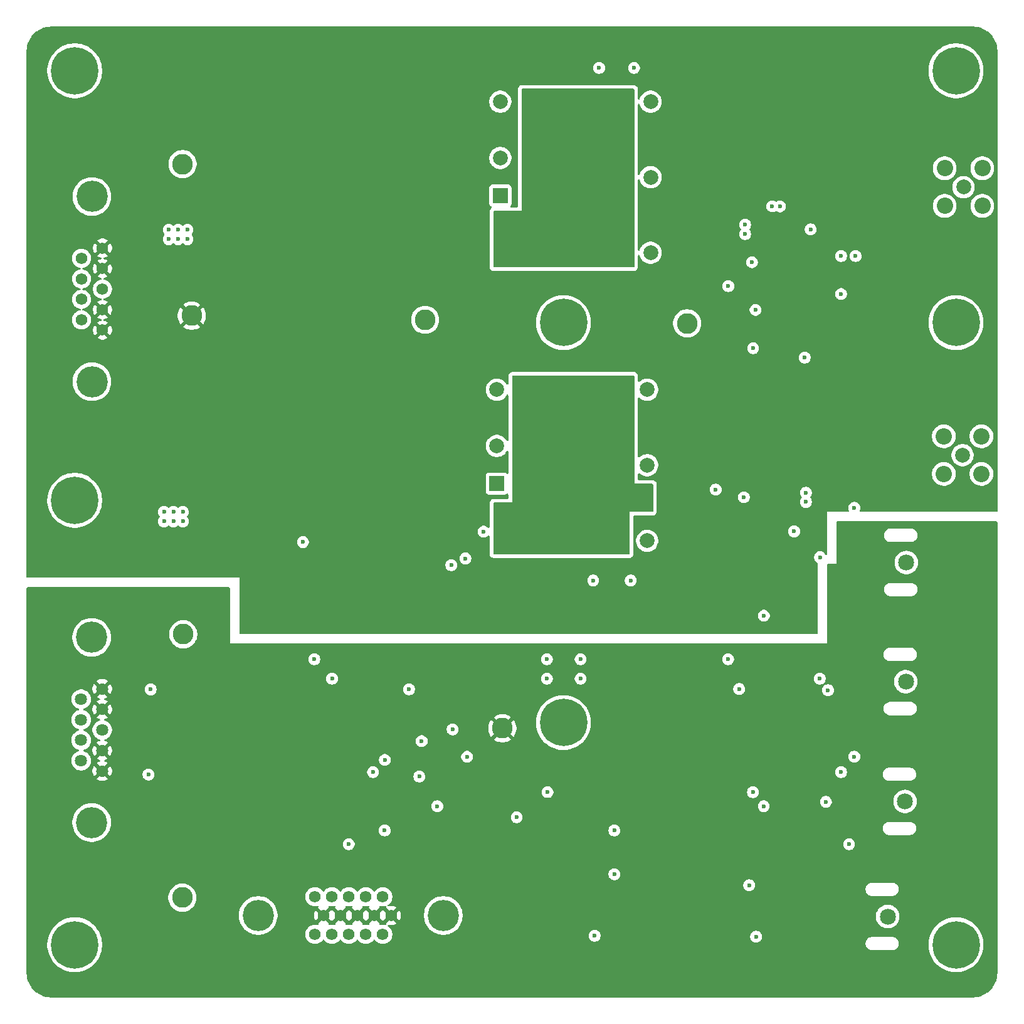
<source format=gbr>
%TF.GenerationSoftware,KiCad,Pcbnew,9.0.3*%
%TF.CreationDate,2025-09-16T11:45:41-04:00*%
%TF.ProjectId,5_COLD_TPC_Charge_Pre_Amp,355f434f-4c44-45f5-9450-435f43686172,rev?*%
%TF.SameCoordinates,Original*%
%TF.FileFunction,Copper,L9,Inr*%
%TF.FilePolarity,Positive*%
%FSLAX46Y46*%
G04 Gerber Fmt 4.6, Leading zero omitted, Abs format (unit mm)*
G04 Created by KiCad (PCBNEW 9.0.3) date 2025-09-16 11:45:41*
%MOMM*%
%LPD*%
G01*
G04 APERTURE LIST*
%TA.AperFunction,ComponentPad*%
%ADD10R,2.000000X2.000000*%
%TD*%
%TA.AperFunction,ComponentPad*%
%ADD11C,2.000000*%
%TD*%
%TA.AperFunction,ComponentPad*%
%ADD12C,2.800000*%
%TD*%
%TA.AperFunction,ComponentPad*%
%ADD13C,1.560000*%
%TD*%
%TA.AperFunction,ComponentPad*%
%ADD14C,4.216000*%
%TD*%
%TA.AperFunction,ComponentPad*%
%ADD15C,2.006600*%
%TD*%
%TA.AperFunction,ComponentPad*%
%ADD16C,2.209800*%
%TD*%
%TA.AperFunction,ComponentPad*%
%ADD17C,6.400000*%
%TD*%
%TA.AperFunction,ComponentPad*%
%ADD18C,1.575000*%
%TD*%
%TA.AperFunction,ComponentPad*%
%ADD19C,2.159000*%
%TD*%
%TA.AperFunction,ComponentPad*%
%ADD20C,1.635000*%
%TD*%
%TA.AperFunction,ViaPad*%
%ADD21C,0.600000*%
%TD*%
%TA.AperFunction,ViaPad*%
%ADD22C,1.500000*%
%TD*%
G04 APERTURE END LIST*
D10*
%TO.N,/Main_Converter/V_POS*%
%TO.C,U4*%
X271000000Y-111750000D03*
D11*
%TO.N,/Main_Converter/V_RTN*%
X271000000Y-106650000D03*
%TO.N,/PM_5V_RTN*%
X291300000Y-119450000D03*
%TO.N,unconnected-(U4-TRIM-Pad4)*%
X291300000Y-109250000D03*
%TO.N,/M5V*%
X291300000Y-99050000D03*
%TO.N,/Enable_CKT/Enable*%
X271000000Y-99050000D03*
%TD*%
D12*
%TO.N,/PM_5V_TELEM_RTN*%
%TO.C,Telem_RTN1*%
X271750000Y-144770000D03*
%TD*%
D13*
%TO.N,/V_SEC_RTN*%
%TO.C,J1*%
X217755000Y-79935000D03*
X217755000Y-82705000D03*
%TO.N,unconnected-(J1-Pad3)*%
X217755000Y-85475000D03*
%TO.N,/V_SEC_RTN*%
X217755000Y-88245000D03*
X217755000Y-91015000D03*
%TO.N,/V_SEC_IN*%
X214915000Y-81320000D03*
X214915000Y-84090000D03*
X214915000Y-86860000D03*
X214915000Y-89630000D03*
D14*
%TO.N,GNDPWR*%
X216335000Y-72975000D03*
X216335000Y-97975000D03*
%TD*%
D12*
%TO.N,/M5_TELEM*%
%TO.C,-5V1*%
X228660000Y-132080000D03*
%TD*%
D15*
%TO.N,/M5V_OUT*%
%TO.C,J4*%
X333883000Y-107895000D03*
D16*
%TO.N,/PM_5V_RTN*%
X336423000Y-105355000D03*
X331343000Y-105355000D03*
X331343000Y-110435000D03*
X336423000Y-110435000D03*
%TD*%
D17*
%TO.N,GNDPWR*%
%TO.C,H3*%
X333000000Y-90000000D03*
%TD*%
D12*
%TO.N,/P5_TELEM*%
%TO.C,+5V1*%
X228540000Y-167640000D03*
%TD*%
D17*
%TO.N,GNDPWR*%
%TO.C,H1*%
X214000000Y-56000000D03*
%TD*%
%TO.N,GNDPWR*%
%TO.C,H2*%
X333000000Y-56000000D03*
%TD*%
D18*
%TO.N,/TEMP_MON*%
%TO.C,J3*%
X255606000Y-167510000D03*
%TO.N,/M5V_V_MON*%
X253316000Y-167510000D03*
%TO.N,/P5V_V_MON*%
X251026000Y-167510000D03*
%TO.N,/M5V_I_MON*%
X248736000Y-167510000D03*
%TO.N,/P5V_I_MON*%
X246446000Y-167510000D03*
%TO.N,/PM_5V_TELEM_RTN*%
X256751000Y-170050000D03*
X254461000Y-170050000D03*
X252171000Y-170050000D03*
X249881000Y-170050000D03*
X247591000Y-170050000D03*
%TO.N,unconnected-(J3-Pad11)*%
X255606000Y-172590000D03*
%TO.N,unconnected-(J3-Pad12)*%
X253316000Y-172590000D03*
%TO.N,unconnected-(J3-Pad13)*%
X251026000Y-172590000D03*
%TO.N,/Enable+*%
X248736000Y-172590000D03*
%TO.N,/Enable-*%
X246446000Y-172590000D03*
D14*
%TO.N,GNDPWR*%
X238785000Y-170050000D03*
X263775000Y-170050000D03*
%TD*%
D15*
%TO.N,/P5V_OUT*%
%TO.C,J5*%
X334010000Y-71705000D03*
D16*
%TO.N,/PM_5V_RTN*%
X336550000Y-69165000D03*
X331470000Y-69165000D03*
X331470000Y-74245000D03*
X336550000Y-74245000D03*
%TD*%
D12*
%TO.N,/Enable_CKT/Enable*%
%TO.C,V_{EN}1*%
X261320000Y-89620000D03*
%TD*%
D17*
%TO.N,GNDPWR*%
%TO.C,H8*%
X280000000Y-90000000D03*
%TD*%
D19*
%TO.N,Net-(M4-Pad3)*%
%TO.C,P1*%
X326300000Y-122390000D03*
%TD*%
%TO.N,Net-(P2-Pad1)*%
%TO.C,P2*%
X326220000Y-138470201D03*
%TD*%
D20*
%TO.N,/PM_5V_TELEM_RTN*%
%TO.C,J2*%
X217720000Y-150540000D03*
X217720000Y-147770000D03*
%TO.N,unconnected-(J2-Pad3)*%
X217720000Y-145000000D03*
%TO.N,/PM_5V_TELEM_RTN*%
X217720000Y-142230000D03*
X217720000Y-139460000D03*
%TO.N,/P5_TELEM*%
X214880000Y-149155000D03*
X214880000Y-146385000D03*
%TO.N,/M5_TELEM*%
X214880000Y-143615000D03*
X214880000Y-140845000D03*
D14*
%TO.N,GNDPWR*%
X216300000Y-132500000D03*
X216300000Y-157500000D03*
%TD*%
D12*
%TO.N,/V_SEC_IN*%
%TO.C,+12V1*%
X228570000Y-68590000D03*
%TD*%
D17*
%TO.N,GNDPWR*%
%TO.C,H5*%
X280000000Y-144000000D03*
%TD*%
D19*
%TO.N,Net-(P3-Pad1)*%
%TO.C,P3*%
X326120000Y-154650000D03*
%TD*%
D10*
%TO.N,/Main_Converter1/V_POS*%
%TO.C,U1*%
X271470000Y-72865000D03*
D11*
%TO.N,/Main_Converter1/V_RTN*%
X271470000Y-67765000D03*
%TO.N,/P5V*%
X291770000Y-80565000D03*
%TO.N,unconnected-(U1-TRIM-Pad4)*%
X291770000Y-70365000D03*
%TO.N,/PM_5V_RTN*%
X291770000Y-60165000D03*
%TO.N,/Enable_CKT/Enable*%
X271470000Y-60165000D03*
%TD*%
D12*
%TO.N,/V_SEC_RTN*%
%TO.C,+12V_RTN1*%
X229810000Y-89060000D03*
%TD*%
%TO.N,/PM_5V_RTN*%
%TO.C,+/-5V_{RTN}1*%
X296700000Y-90100000D03*
%TD*%
D19*
%TO.N,Net-(M3-Pad3)*%
%TO.C,P4*%
X323780000Y-170190201D03*
%TD*%
D17*
%TO.N,GNDPWR*%
%TO.C,H7*%
X333000000Y-174000000D03*
%TD*%
%TO.N,GNDPWR*%
%TO.C,H4*%
X214000000Y-114000000D03*
%TD*%
%TO.N,GNDPWR*%
%TO.C,H9*%
X214000000Y-174000000D03*
%TD*%
D21*
%TO.N,/PM_5V_RTN*%
X289520000Y-55620000D03*
X289080000Y-124820000D03*
X319440000Y-81020000D03*
D22*
%TO.N,GNDPWR*%
X284480000Y-74930000D03*
X279400000Y-111760000D03*
X287020000Y-111760000D03*
X276860000Y-116840000D03*
X284480000Y-111760000D03*
X279400000Y-104140000D03*
X279400000Y-72390000D03*
X281940000Y-111760000D03*
X284480000Y-119380000D03*
X279400000Y-62230000D03*
X274320000Y-114300000D03*
X281940000Y-101600000D03*
X279400000Y-77470000D03*
X274320000Y-106680000D03*
X274320000Y-80010000D03*
X284480000Y-106680000D03*
X276860000Y-106680000D03*
X276860000Y-64770000D03*
X276860000Y-77470000D03*
X281940000Y-59690000D03*
X287020000Y-114300000D03*
X284480000Y-116840000D03*
X284480000Y-109220000D03*
X279400000Y-69850000D03*
X281940000Y-104140000D03*
X284480000Y-77470000D03*
X276860000Y-104140000D03*
X276860000Y-114300000D03*
X276860000Y-59690000D03*
X287020000Y-74930000D03*
X284480000Y-69850000D03*
X276860000Y-101600000D03*
X279400000Y-114300000D03*
X281940000Y-80010000D03*
X284480000Y-80010000D03*
X276860000Y-69850000D03*
X274320000Y-77470000D03*
X287020000Y-104140000D03*
X276860000Y-62230000D03*
X274320000Y-116840000D03*
X274320000Y-109220000D03*
X281940000Y-64770000D03*
X287020000Y-106680000D03*
X287020000Y-80010000D03*
X284480000Y-99060000D03*
X279400000Y-101600000D03*
X279400000Y-106680000D03*
X287020000Y-69850000D03*
X287020000Y-119380000D03*
X284480000Y-101600000D03*
X281940000Y-114300000D03*
X281940000Y-116840000D03*
X279400000Y-59690000D03*
X279400000Y-80010000D03*
X284480000Y-62230000D03*
X276860000Y-72390000D03*
X287020000Y-116840000D03*
X276860000Y-80010000D03*
X274320000Y-104140000D03*
X287020000Y-99060000D03*
X274320000Y-99060000D03*
X281940000Y-109220000D03*
X287020000Y-64770000D03*
X281940000Y-62230000D03*
X274320000Y-101600000D03*
X279400000Y-99060000D03*
X279400000Y-116840000D03*
D21*
X284010000Y-124810000D03*
D22*
X290195000Y-113665000D03*
X287020000Y-62230000D03*
X279400000Y-67310000D03*
X271780000Y-119380000D03*
X281940000Y-67310000D03*
X287020000Y-67310000D03*
X287020000Y-109220000D03*
X284480000Y-59690000D03*
X281940000Y-119380000D03*
X281940000Y-74930000D03*
X276860000Y-74930000D03*
D21*
X284810000Y-55620000D03*
D22*
X279400000Y-109220000D03*
X281940000Y-77470000D03*
X279400000Y-64770000D03*
X281940000Y-69850000D03*
X284480000Y-64770000D03*
X281940000Y-99060000D03*
X281940000Y-72390000D03*
X271780000Y-116840000D03*
X287020000Y-72390000D03*
X284480000Y-72390000D03*
X276860000Y-67310000D03*
X276860000Y-99060000D03*
X276860000Y-119380000D03*
X271780000Y-80010000D03*
X284480000Y-114300000D03*
X281940000Y-106680000D03*
X274320000Y-119380000D03*
X279400000Y-74930000D03*
X279400000Y-119380000D03*
X284480000Y-67310000D03*
X287020000Y-101600000D03*
X287020000Y-77470000D03*
X284480000Y-104140000D03*
X276860000Y-109220000D03*
X276860000Y-111760000D03*
X271780000Y-77470000D03*
X274320000Y-111760000D03*
X287020000Y-59690000D03*
D21*
%TO.N,/V_SEC_RTN*%
X276860000Y-93980000D03*
X320040000Y-63500000D03*
X299720000Y-81280000D03*
X269240000Y-127000000D03*
X297180000Y-53340000D03*
X233680000Y-60960000D03*
X236220000Y-60960000D03*
X220980000Y-93980000D03*
X246380000Y-86360000D03*
X236220000Y-119380000D03*
X223520000Y-60960000D03*
X226060000Y-119380000D03*
X302260000Y-53340000D03*
X284480000Y-83820000D03*
X238760000Y-127000000D03*
X327660000Y-55880000D03*
X238760000Y-91440000D03*
X233045000Y-103505000D03*
X233680000Y-53340000D03*
X236220000Y-101600000D03*
X314960000Y-53340000D03*
X213360000Y-121920000D03*
X325120000Y-111760000D03*
X235585000Y-67310000D03*
X231140000Y-93980000D03*
X325120000Y-101600000D03*
X213360000Y-104140000D03*
X261620000Y-127000000D03*
X317500000Y-63500000D03*
X241300000Y-53340000D03*
X287020000Y-53340000D03*
X281940000Y-129540000D03*
X218440000Y-104140000D03*
X307340000Y-121920000D03*
X215900000Y-63500000D03*
X325120000Y-88900000D03*
X215900000Y-109220000D03*
X248920000Y-53340000D03*
X226060000Y-55880000D03*
X226060000Y-60960000D03*
X309880000Y-101600000D03*
X236220000Y-86360000D03*
X264160000Y-91440000D03*
X332740000Y-60960000D03*
X314960000Y-109220000D03*
X223520000Y-83820000D03*
X241300000Y-99060000D03*
X299720000Y-93980000D03*
X220980000Y-68580000D03*
X325120000Y-93980000D03*
X320040000Y-106680000D03*
X220980000Y-111760000D03*
X327660000Y-99060000D03*
X233680000Y-83820000D03*
X228600000Y-60960000D03*
X297180000Y-60960000D03*
X243840000Y-53340000D03*
X297180000Y-101600000D03*
X241300000Y-127000000D03*
X210820000Y-60960000D03*
X271780000Y-55880000D03*
X289560000Y-127000000D03*
X309880000Y-121920000D03*
X210820000Y-66040000D03*
X294640000Y-83820000D03*
X284480000Y-129540000D03*
X223520000Y-104140000D03*
X327660000Y-111760000D03*
X236220000Y-109220000D03*
X256540000Y-53340000D03*
X325120000Y-99060000D03*
X312420000Y-68580000D03*
X238760000Y-60960000D03*
X226060000Y-83820000D03*
X299720000Y-86360000D03*
X220980000Y-71120000D03*
X294640000Y-55880000D03*
X231140000Y-71120000D03*
X309880000Y-127000000D03*
X325120000Y-109220000D03*
X220980000Y-66040000D03*
X299720000Y-76200000D03*
X320040000Y-101600000D03*
X213360000Y-119380000D03*
X231140000Y-86360000D03*
X236220000Y-63500000D03*
X294640000Y-127000000D03*
X325120000Y-63500000D03*
X231140000Y-104140000D03*
X266700000Y-60960000D03*
X231140000Y-119380000D03*
X231140000Y-101600000D03*
X223520000Y-73660000D03*
X223520000Y-93980000D03*
X320040000Y-99060000D03*
X236220000Y-88900000D03*
X289560000Y-83820000D03*
X226060000Y-109220000D03*
X309880000Y-53340000D03*
X274320000Y-83820000D03*
X234315000Y-103505000D03*
X327660000Y-104140000D03*
X279400000Y-127000000D03*
X241300000Y-55880000D03*
X292100000Y-88900000D03*
X281940000Y-124460000D03*
X223520000Y-109220000D03*
X228600000Y-86360000D03*
X264160000Y-96520000D03*
X241300000Y-88900000D03*
X236220000Y-73660000D03*
X312420000Y-63500000D03*
X256540000Y-129540000D03*
X231140000Y-53340000D03*
X325120000Y-86360000D03*
X292100000Y-55880000D03*
X223520000Y-63500000D03*
X231140000Y-58420000D03*
X271780000Y-83820000D03*
X325120000Y-55880000D03*
X235585000Y-66040000D03*
X281940000Y-127000000D03*
X322580000Y-111760000D03*
X226060000Y-86360000D03*
X264160000Y-111760000D03*
X327660000Y-109220000D03*
X215900000Y-121920000D03*
X274320000Y-127000000D03*
X220980000Y-101600000D03*
X231140000Y-83820000D03*
X259080000Y-109220000D03*
X251460000Y-129540000D03*
X320040000Y-93980000D03*
X215900000Y-106680000D03*
X238760000Y-86360000D03*
X220980000Y-109220000D03*
X271780000Y-129540000D03*
X251460000Y-127000000D03*
X226060000Y-73660000D03*
X228600000Y-55880000D03*
X320040000Y-68580000D03*
X299720000Y-124460000D03*
X228600000Y-96520000D03*
X309880000Y-96520000D03*
X297180000Y-116840000D03*
X218440000Y-109220000D03*
X220980000Y-116840000D03*
X213360000Y-66040000D03*
X220980000Y-119380000D03*
X307340000Y-104140000D03*
X248920000Y-88900000D03*
X220980000Y-73660000D03*
X292100000Y-93980000D03*
X236220000Y-58420000D03*
X309880000Y-104140000D03*
X276860000Y-86360000D03*
X228600000Y-99060000D03*
X299720000Y-53340000D03*
X304800000Y-53340000D03*
X228600000Y-106680000D03*
X284480000Y-91440000D03*
X238760000Y-129540000D03*
X233680000Y-109220000D03*
X223520000Y-53340000D03*
X294640000Y-124460000D03*
X297180000Y-96520000D03*
X322580000Y-63500000D03*
X243840000Y-96520000D03*
X312420000Y-127000000D03*
X297180000Y-127000000D03*
X223520000Y-88900000D03*
X314960000Y-104140000D03*
X264160000Y-58420000D03*
X233680000Y-96520000D03*
X243840000Y-83820000D03*
X292100000Y-124460000D03*
X223520000Y-81280000D03*
X320040000Y-76200000D03*
X226060000Y-91440000D03*
X238760000Y-58420000D03*
X210820000Y-106680000D03*
X287020000Y-91440000D03*
X236220000Y-71120000D03*
X279400000Y-129540000D03*
X241300000Y-121920000D03*
X274320000Y-93980000D03*
X327660000Y-93980000D03*
X226060000Y-99060000D03*
X238760000Y-99060000D03*
X299720000Y-127000000D03*
X246380000Y-96520000D03*
X307340000Y-101600000D03*
X289560000Y-129540000D03*
X269240000Y-53340000D03*
X233680000Y-101600000D03*
X312420000Y-101600000D03*
X322580000Y-104140000D03*
X292100000Y-127000000D03*
X236220000Y-99060000D03*
X246380000Y-58420000D03*
X215900000Y-60960000D03*
X246380000Y-111760000D03*
X292100000Y-83820000D03*
X248920000Y-109220000D03*
X231140000Y-99060000D03*
X243840000Y-58420000D03*
X223520000Y-58420000D03*
X228600000Y-119380000D03*
X332740000Y-63500000D03*
X213360000Y-109220000D03*
X243840000Y-127000000D03*
X264160000Y-55880000D03*
X246380000Y-127000000D03*
X231140000Y-114300000D03*
X228600000Y-53340000D03*
X325120000Y-68580000D03*
X231140000Y-73660000D03*
X325120000Y-53340000D03*
X218440000Y-53340000D03*
X307340000Y-124460000D03*
X327660000Y-66040000D03*
X294640000Y-93980000D03*
X299720000Y-121920000D03*
X210820000Y-119380000D03*
X281940000Y-83820000D03*
X236220000Y-96520000D03*
X322580000Y-99060000D03*
X241300000Y-129540000D03*
X236220000Y-53340000D03*
X302260000Y-55880000D03*
X304800000Y-63500000D03*
X243840000Y-55880000D03*
X279400000Y-55880000D03*
X274320000Y-53340000D03*
X256540000Y-86360000D03*
X246380000Y-71120000D03*
X238760000Y-53340000D03*
X238760000Y-83820000D03*
X261620000Y-53340000D03*
X264160000Y-53340000D03*
X218440000Y-111760000D03*
X287020000Y-88900000D03*
X294640000Y-96520000D03*
X220980000Y-60960000D03*
X266700000Y-88900000D03*
X281940000Y-55880000D03*
X259080000Y-129540000D03*
X276860000Y-127000000D03*
X264160000Y-114300000D03*
X251460000Y-109220000D03*
X330200000Y-63500000D03*
X264160000Y-66040000D03*
X220980000Y-114300000D03*
X284480000Y-93980000D03*
X246380000Y-109220000D03*
X335280000Y-60960000D03*
X317500000Y-78740000D03*
X220980000Y-121920000D03*
X325120000Y-73660000D03*
X307340000Y-63500000D03*
X276860000Y-124460000D03*
X297180000Y-124460000D03*
X233680000Y-71120000D03*
X256540000Y-109220000D03*
X226060000Y-96520000D03*
X248920000Y-127000000D03*
X243840000Y-86360000D03*
X261620000Y-109220000D03*
X320040000Y-111760000D03*
X327660000Y-88900000D03*
X254000000Y-71120000D03*
X254000000Y-53340000D03*
X218440000Y-121920000D03*
X309880000Y-63500000D03*
X309880000Y-68580000D03*
X274320000Y-129540000D03*
X254000000Y-91440000D03*
X332740000Y-66040000D03*
X218440000Y-58420000D03*
X226060000Y-101600000D03*
X235585000Y-103505000D03*
X325120000Y-83820000D03*
X266700000Y-99060000D03*
X312420000Y-106680000D03*
X314960000Y-78740000D03*
X266700000Y-86360000D03*
X307340000Y-96520000D03*
X246380000Y-99060000D03*
X271780000Y-127000000D03*
X320040000Y-104140000D03*
X215900000Y-68580000D03*
X314960000Y-68580000D03*
X307340000Y-119380000D03*
X223520000Y-66040000D03*
X210820000Y-63500000D03*
X312420000Y-99060000D03*
X231140000Y-66040000D03*
X243840000Y-91440000D03*
X264160000Y-93980000D03*
X243840000Y-124460000D03*
X246380000Y-104140000D03*
X236855000Y-66040000D03*
X223520000Y-71120000D03*
X297180000Y-83820000D03*
X223520000Y-111760000D03*
X322580000Y-68580000D03*
X220980000Y-106680000D03*
X236220000Y-106680000D03*
X292100000Y-91440000D03*
X287020000Y-129540000D03*
X322580000Y-88900000D03*
X325120000Y-96520000D03*
X215900000Y-66040000D03*
X243840000Y-129540000D03*
X234315000Y-104775000D03*
X317500000Y-73660000D03*
X332740000Y-83820000D03*
X228600000Y-93980000D03*
X233680000Y-111760000D03*
X266700000Y-91440000D03*
X226060000Y-58420000D03*
X231140000Y-96520000D03*
X254000000Y-129540000D03*
X271780000Y-86360000D03*
X246380000Y-129540000D03*
X251460000Y-71120000D03*
X259080000Y-71120000D03*
X294640000Y-129540000D03*
X299720000Y-96520000D03*
X246380000Y-53340000D03*
X223520000Y-55880000D03*
X307340000Y-127000000D03*
X254000000Y-109220000D03*
X256540000Y-71120000D03*
X241300000Y-119380000D03*
X231140000Y-109220000D03*
X264160000Y-76200000D03*
X327660000Y-86360000D03*
X241300000Y-83820000D03*
X228600000Y-104140000D03*
X233680000Y-88900000D03*
X246380000Y-83820000D03*
X314960000Y-63500000D03*
X226060000Y-121920000D03*
X220980000Y-55880000D03*
X322580000Y-73660000D03*
X218440000Y-106680000D03*
X243840000Y-99060000D03*
X266700000Y-58420000D03*
X241300000Y-96520000D03*
X231140000Y-106680000D03*
X274320000Y-91440000D03*
X320040000Y-66040000D03*
X327660000Y-83820000D03*
X246380000Y-93980000D03*
X228600000Y-111760000D03*
X220980000Y-99060000D03*
X264160000Y-88900000D03*
X299720000Y-101600000D03*
X233680000Y-106680000D03*
X256540000Y-127000000D03*
X312420000Y-104140000D03*
X299720000Y-91440000D03*
X228600000Y-58420000D03*
X327660000Y-96520000D03*
X238760000Y-124460000D03*
X304800000Y-58420000D03*
X314960000Y-106680000D03*
X233680000Y-121920000D03*
X322580000Y-66040000D03*
X264160000Y-81280000D03*
X233680000Y-58420000D03*
X271780000Y-91440000D03*
X213360000Y-60960000D03*
X314960000Y-99060000D03*
X238760000Y-93980000D03*
X312420000Y-109220000D03*
X231140000Y-63500000D03*
X236220000Y-121920000D03*
X254000000Y-127000000D03*
X236220000Y-93980000D03*
X220980000Y-96520000D03*
X220980000Y-104140000D03*
X276860000Y-53340000D03*
X327660000Y-106680000D03*
X236220000Y-114300000D03*
X299720000Y-55880000D03*
X279400000Y-53340000D03*
X317500000Y-68580000D03*
X322580000Y-96520000D03*
X243840000Y-114300000D03*
X246380000Y-114300000D03*
X320040000Y-86360000D03*
X314960000Y-96520000D03*
X330200000Y-60960000D03*
X259080000Y-127000000D03*
X297180000Y-63500000D03*
X299720000Y-83820000D03*
X297180000Y-93980000D03*
X223520000Y-119380000D03*
X220980000Y-63500000D03*
X228600000Y-121920000D03*
X226060000Y-66040000D03*
X264160000Y-73660000D03*
X294640000Y-86360000D03*
X327660000Y-76200000D03*
X210820000Y-104140000D03*
X327660000Y-58420000D03*
X307340000Y-99060000D03*
X327660000Y-73660000D03*
X335280000Y-63500000D03*
X223520000Y-101600000D03*
X251460000Y-86360000D03*
X228600000Y-81280000D03*
X238760000Y-88900000D03*
X223520000Y-68580000D03*
X276860000Y-83820000D03*
X251460000Y-53340000D03*
X314960000Y-76200000D03*
X327660000Y-114300000D03*
X233680000Y-91440000D03*
X279400000Y-124460000D03*
X322580000Y-106680000D03*
X294640000Y-121920000D03*
X233680000Y-63500000D03*
X243840000Y-88900000D03*
X241300000Y-124460000D03*
X233680000Y-73660000D03*
X309880000Y-99060000D03*
X226060000Y-81280000D03*
X287020000Y-86360000D03*
X266700000Y-83820000D03*
X287020000Y-83820000D03*
X325120000Y-91440000D03*
X299720000Y-63500000D03*
X236220000Y-91440000D03*
X223520000Y-76200000D03*
X299720000Y-129540000D03*
X292100000Y-129540000D03*
X327660000Y-63500000D03*
X322580000Y-86360000D03*
X231140000Y-55880000D03*
X231140000Y-60960000D03*
X223520000Y-86360000D03*
X327660000Y-53340000D03*
X276860000Y-129540000D03*
X307340000Y-68580000D03*
X284480000Y-127000000D03*
X243840000Y-121920000D03*
X322580000Y-91440000D03*
X327660000Y-60960000D03*
X299720000Y-104140000D03*
X307340000Y-66040000D03*
X274320000Y-86360000D03*
X213360000Y-106680000D03*
X251460000Y-91440000D03*
X254000000Y-86360000D03*
X238760000Y-114300000D03*
X223520000Y-121920000D03*
X302260000Y-58420000D03*
X233045000Y-104775000D03*
X233680000Y-86360000D03*
X325120000Y-66040000D03*
X322580000Y-53340000D03*
X233680000Y-93980000D03*
X218440000Y-116840000D03*
X320040000Y-96520000D03*
X327660000Y-91440000D03*
X309880000Y-124460000D03*
X299720000Y-58420000D03*
X218440000Y-60960000D03*
X218440000Y-114300000D03*
X302260000Y-63500000D03*
X289560000Y-53340000D03*
X330200000Y-66040000D03*
X228600000Y-63500000D03*
X226060000Y-111760000D03*
X223520000Y-78740000D03*
X246380000Y-91440000D03*
X215900000Y-104140000D03*
X325120000Y-60960000D03*
X246380000Y-55880000D03*
X226060000Y-53340000D03*
X299720000Y-60960000D03*
X233680000Y-114300000D03*
X226060000Y-104140000D03*
X304800000Y-60960000D03*
X231140000Y-121920000D03*
X236220000Y-55880000D03*
X238760000Y-55880000D03*
X325120000Y-106680000D03*
X299720000Y-73660000D03*
X223520000Y-91440000D03*
X320040000Y-109220000D03*
X238760000Y-96520000D03*
X248920000Y-91440000D03*
X241300000Y-93980000D03*
X297180000Y-55880000D03*
X312420000Y-53340000D03*
X236220000Y-111760000D03*
X210820000Y-109220000D03*
X228600000Y-73660000D03*
X312420000Y-124460000D03*
X314960000Y-73660000D03*
X330200000Y-83820000D03*
X210820000Y-121920000D03*
X302260000Y-60960000D03*
X289560000Y-93980000D03*
X238760000Y-119380000D03*
X243840000Y-93980000D03*
X259080000Y-91440000D03*
X220980000Y-53340000D03*
X325120000Y-114300000D03*
X220980000Y-58420000D03*
X228600000Y-83820000D03*
X223520000Y-114300000D03*
X312420000Y-73660000D03*
X322580000Y-109220000D03*
X297180000Y-78740000D03*
X218440000Y-68580000D03*
X266700000Y-81280000D03*
X327660000Y-68580000D03*
X284480000Y-53340000D03*
X304800000Y-55880000D03*
X228600000Y-101600000D03*
X256540000Y-91440000D03*
X317500000Y-53340000D03*
X220980000Y-76200000D03*
X236220000Y-83820000D03*
X241300000Y-91440000D03*
X234315000Y-67310000D03*
X238760000Y-63500000D03*
X226060000Y-93980000D03*
X287020000Y-93980000D03*
X256540000Y-88900000D03*
X254000000Y-88900000D03*
X325120000Y-76200000D03*
X246380000Y-88900000D03*
X226060000Y-88900000D03*
X299720000Y-88900000D03*
X226060000Y-106680000D03*
X320040000Y-53340000D03*
X226060000Y-71120000D03*
X322580000Y-101600000D03*
X223520000Y-106680000D03*
X281940000Y-53340000D03*
X322580000Y-76200000D03*
X248920000Y-86360000D03*
X320040000Y-88900000D03*
X266700000Y-96520000D03*
X307340000Y-53340000D03*
X231140000Y-111760000D03*
X322580000Y-83820000D03*
X269240000Y-55880000D03*
X320040000Y-91440000D03*
X228600000Y-109220000D03*
X299720000Y-78740000D03*
X218440000Y-66040000D03*
X325120000Y-58420000D03*
X261620000Y-71120000D03*
X294640000Y-53340000D03*
X223520000Y-116840000D03*
X238760000Y-101600000D03*
X246380000Y-106680000D03*
X309880000Y-66040000D03*
X292100000Y-53340000D03*
X294640000Y-99060000D03*
X335280000Y-66040000D03*
X297180000Y-81280000D03*
X226060000Y-63500000D03*
X261620000Y-129540000D03*
X264160000Y-63500000D03*
X320040000Y-73660000D03*
X271780000Y-124460000D03*
X236855000Y-67310000D03*
X274320000Y-55880000D03*
X289560000Y-88900000D03*
X218440000Y-63500000D03*
X264160000Y-83820000D03*
X271780000Y-93980000D03*
X223520000Y-99060000D03*
X276860000Y-55880000D03*
X251460000Y-88900000D03*
X259080000Y-53340000D03*
X234315000Y-66040000D03*
X266700000Y-93980000D03*
X287020000Y-127000000D03*
X274320000Y-88900000D03*
X248920000Y-129540000D03*
X233680000Y-99060000D03*
X330200000Y-86360000D03*
X210820000Y-68580000D03*
X218440000Y-119380000D03*
X279400000Y-83820000D03*
X266700000Y-53340000D03*
X297180000Y-86360000D03*
X289560000Y-91440000D03*
X289560000Y-86360000D03*
X213360000Y-63500000D03*
X241300000Y-58420000D03*
X238760000Y-121920000D03*
X299720000Y-99060000D03*
X314960000Y-101600000D03*
X325120000Y-104140000D03*
X274320000Y-124460000D03*
X297180000Y-121920000D03*
X218440000Y-55880000D03*
X213360000Y-68580000D03*
X317500000Y-76200000D03*
X284480000Y-88900000D03*
X233680000Y-119380000D03*
X297180000Y-58420000D03*
X266700000Y-55880000D03*
X312420000Y-96520000D03*
X327660000Y-101600000D03*
X322580000Y-93980000D03*
X284480000Y-86360000D03*
X241300000Y-86360000D03*
X235585000Y-104775000D03*
X215900000Y-119380000D03*
X292100000Y-86360000D03*
X223520000Y-96520000D03*
X271780000Y-88900000D03*
X322580000Y-114300000D03*
X271780000Y-53340000D03*
X297180000Y-129540000D03*
X281940000Y-93980000D03*
X233680000Y-55880000D03*
X297180000Y-99060000D03*
X248920000Y-71120000D03*
%TO.N,/P5V*%
X308175000Y-74295000D03*
%TO.N,/P5_TELEM*%
X259150000Y-139510000D03*
X305997500Y-172920000D03*
X315430000Y-154700000D03*
X223970000Y-151017500D03*
X305936200Y-88275000D03*
X224270000Y-139530000D03*
X315720000Y-139630000D03*
X303720000Y-139470000D03*
%TO.N,/M5V*%
X300560000Y-112540000D03*
%TO.N,/PM_5V_TELEM_RTN*%
X269240000Y-168910000D03*
X264160000Y-163830000D03*
X220980000Y-129540000D03*
X247650000Y-157480000D03*
X299720000Y-142240000D03*
X261620000Y-163830000D03*
X233680000Y-175260000D03*
X231140000Y-170180000D03*
X297180000Y-157480000D03*
X330200000Y-147320000D03*
X312420000Y-162560000D03*
X297180000Y-162560000D03*
X314960000Y-175260000D03*
X265940000Y-153650000D03*
X247650000Y-152400000D03*
X274320000Y-161290000D03*
X332740000Y-149860000D03*
X233680000Y-134620000D03*
X231140000Y-134620000D03*
X297180000Y-144780000D03*
X276860000Y-137160000D03*
X231140000Y-147320000D03*
X274320000Y-147320000D03*
X223520000Y-177800000D03*
X228600000Y-172720000D03*
X299720000Y-147320000D03*
X247650000Y-142240000D03*
X252730000Y-152400000D03*
X335280000Y-129540000D03*
X307340000Y-175260000D03*
X335280000Y-162560000D03*
X297180000Y-147320000D03*
X335280000Y-119380000D03*
X213360000Y-127000000D03*
X233680000Y-142240000D03*
X304800000Y-162560000D03*
X238760000Y-134620000D03*
X215900000Y-162560000D03*
X322580000Y-132080000D03*
X250190000Y-162560000D03*
X271780000Y-137160000D03*
X250190000Y-142240000D03*
X302260000Y-144780000D03*
X274320000Y-166370000D03*
X231140000Y-175260000D03*
X335280000Y-157480000D03*
X320040000Y-127000000D03*
X309880000Y-152400000D03*
X327660000Y-144780000D03*
X304800000Y-175260000D03*
X247650000Y-147320000D03*
X302260000Y-147320000D03*
X279110000Y-175649800D03*
X269240000Y-176530000D03*
X335280000Y-165100000D03*
X252730000Y-154940000D03*
X309880000Y-157480000D03*
X271780000Y-171450000D03*
X220980000Y-134620000D03*
X284480000Y-147320000D03*
X312420000Y-134620000D03*
X236220000Y-149860000D03*
X332740000Y-121920000D03*
X236220000Y-134620000D03*
X325120000Y-144780000D03*
X299720000Y-137160000D03*
X302260000Y-157480000D03*
X312420000Y-137160000D03*
X218440000Y-172720000D03*
X231140000Y-142240000D03*
X261620000Y-157480000D03*
X271780000Y-166370000D03*
X269240000Y-147320000D03*
X236220000Y-144780000D03*
X332740000Y-119380000D03*
X238760000Y-144780000D03*
X294640000Y-157480000D03*
X231140000Y-137160000D03*
X269240000Y-157480000D03*
X277890000Y-154410000D03*
X228600000Y-127000000D03*
X226060000Y-175260000D03*
X236220000Y-147320000D03*
X332740000Y-139700000D03*
X264160000Y-157480000D03*
X221970000Y-158010000D03*
X266700000Y-161290000D03*
X269240000Y-161290000D03*
X315380000Y-161940000D03*
X335280000Y-142240000D03*
X335280000Y-127000000D03*
X241300000Y-162560000D03*
X247650000Y-144780000D03*
X299720000Y-134620000D03*
X228600000Y-160020000D03*
X269240000Y-137160000D03*
X226060000Y-144780000D03*
X257960000Y-151610000D03*
X261620000Y-134620000D03*
X335280000Y-149860000D03*
X335280000Y-124460000D03*
X218440000Y-127000000D03*
X312420000Y-157480000D03*
X281510000Y-156450000D03*
X256540000Y-134620000D03*
X243840000Y-142240000D03*
X226060000Y-165100000D03*
X247650000Y-162560000D03*
X276860000Y-166370000D03*
X312420000Y-147320000D03*
X274320000Y-173990000D03*
X287020000Y-147320000D03*
X332740000Y-167640000D03*
X294640000Y-142240000D03*
X332740000Y-137160000D03*
X241300000Y-137160000D03*
X243840000Y-152400000D03*
X327660000Y-132080000D03*
X297180000Y-137160000D03*
X274320000Y-142240000D03*
X256540000Y-137160000D03*
X266700000Y-144780000D03*
X233680000Y-172720000D03*
X251460000Y-134620000D03*
X231140000Y-160020000D03*
X304800000Y-142240000D03*
X327660000Y-147320000D03*
X218440000Y-162560000D03*
X309880000Y-175260000D03*
X271780000Y-134620000D03*
X305445000Y-81840000D03*
X320390000Y-129570000D03*
X325120000Y-132080000D03*
X215900000Y-127000000D03*
X327660000Y-129540000D03*
X332740000Y-134620000D03*
X250190000Y-154940000D03*
X233680000Y-132080000D03*
X289560000Y-144780000D03*
X274320000Y-137160000D03*
X234070000Y-155860000D03*
X302260000Y-175260000D03*
X250190000Y-152400000D03*
X289560000Y-137160000D03*
X271780000Y-147320000D03*
X274320000Y-176530000D03*
X294640000Y-144780000D03*
X289560000Y-147320000D03*
X322580000Y-162560000D03*
X234220000Y-161135000D03*
X322580000Y-144780000D03*
X220980000Y-132080000D03*
X231140000Y-127000000D03*
X250190000Y-147320000D03*
X297180000Y-142240000D03*
X271780000Y-176530000D03*
X243840000Y-134620000D03*
X220980000Y-167640000D03*
X292257500Y-164469800D03*
X311127500Y-172920000D03*
X223520000Y-129540000D03*
X243840000Y-137160000D03*
X332740000Y-127000000D03*
X312420000Y-144780000D03*
X276860000Y-163830000D03*
X335280000Y-134620000D03*
X335280000Y-167640000D03*
X311817500Y-165960000D03*
X233680000Y-144780000D03*
X292100000Y-157480000D03*
X254000000Y-134620000D03*
X269240000Y-173990000D03*
X335280000Y-147320000D03*
X335280000Y-152400000D03*
X266700000Y-157480000D03*
X312745000Y-112955000D03*
X220980000Y-177800000D03*
X287020000Y-142240000D03*
X241300000Y-154940000D03*
X320040000Y-119380000D03*
X226060000Y-129540000D03*
X327660000Y-162560000D03*
X261620000Y-161290000D03*
X289560000Y-157480000D03*
X269240000Y-166370000D03*
X250190000Y-157480000D03*
X220980000Y-175260000D03*
X241300000Y-149860000D03*
X236220000Y-137160000D03*
X233680000Y-167640000D03*
X241300000Y-134620000D03*
X332740000Y-154940000D03*
X287020000Y-137160000D03*
X223520000Y-170180000D03*
X289377500Y-174329800D03*
X223520000Y-162560000D03*
X294640000Y-162560000D03*
X312420000Y-142240000D03*
X276860000Y-134620000D03*
X243840000Y-160020000D03*
X226060000Y-172720000D03*
X332740000Y-144780000D03*
X261620000Y-137160000D03*
X228600000Y-175260000D03*
X247650000Y-149860000D03*
X210820000Y-167640000D03*
X287020000Y-144780000D03*
X325120000Y-129540000D03*
X218440000Y-167640000D03*
X236220000Y-142240000D03*
X233680000Y-127000000D03*
X322580000Y-147320000D03*
X233680000Y-170180000D03*
X254000000Y-137160000D03*
X332740000Y-157480000D03*
X294640000Y-134620000D03*
X238760000Y-137160000D03*
X241300000Y-157480000D03*
X250190000Y-149860000D03*
X247650000Y-154940000D03*
X243840000Y-162560000D03*
X274320000Y-163830000D03*
X226060000Y-170180000D03*
X220980000Y-137160000D03*
X276860000Y-173990000D03*
X292100000Y-142240000D03*
X215900000Y-165100000D03*
X220980000Y-170180000D03*
X297180000Y-134620000D03*
X223520000Y-127000000D03*
X287020000Y-134620000D03*
X284480000Y-134620000D03*
X265010000Y-141820000D03*
X276860000Y-168910000D03*
X292100000Y-134620000D03*
X225610000Y-146590000D03*
X332740000Y-152400000D03*
X289560000Y-142240000D03*
X297180000Y-175260000D03*
X243840000Y-149860000D03*
X210820000Y-127000000D03*
X312420000Y-152400000D03*
X335280000Y-139700000D03*
X289560000Y-134620000D03*
X332740000Y-124460000D03*
X325120000Y-162560000D03*
X309880000Y-147320000D03*
X313365000Y-77415000D03*
X269240000Y-171450000D03*
X252730000Y-147320000D03*
X223520000Y-160020000D03*
X259080000Y-161290000D03*
X292100000Y-147320000D03*
X210820000Y-170180000D03*
X231140000Y-144780000D03*
X292100000Y-144780000D03*
X213360000Y-167640000D03*
X332740000Y-147320000D03*
X243840000Y-154940000D03*
X233680000Y-137160000D03*
X242990000Y-147930000D03*
X243840000Y-144780000D03*
X241300000Y-152400000D03*
X312420000Y-154940000D03*
X218440000Y-165100000D03*
X330200000Y-144780000D03*
X309880000Y-162560000D03*
X284480000Y-144780000D03*
X271780000Y-173990000D03*
X271780000Y-168910000D03*
X335280000Y-121920000D03*
X233680000Y-147320000D03*
X210820000Y-165100000D03*
X259080000Y-134620000D03*
X222530000Y-154690000D03*
X264160000Y-161290000D03*
X320040000Y-124460000D03*
X294640000Y-137160000D03*
X292100000Y-137160000D03*
X325120000Y-147320000D03*
X302260000Y-162560000D03*
X335280000Y-137160000D03*
X304350000Y-113580000D03*
X269240000Y-163830000D03*
X274320000Y-134620000D03*
X231140000Y-129540000D03*
X228600000Y-162560000D03*
X251460000Y-137160000D03*
X243840000Y-157480000D03*
X220980000Y-127000000D03*
X335280000Y-160020000D03*
X307340000Y-162560000D03*
X228600000Y-142240000D03*
X226060000Y-160020000D03*
X304800000Y-147320000D03*
X294640000Y-147320000D03*
X223520000Y-137160000D03*
X259080000Y-137160000D03*
X276860000Y-161290000D03*
X322580000Y-129540000D03*
X228600000Y-137160000D03*
X223520000Y-132080000D03*
X231140000Y-172720000D03*
X259080000Y-163830000D03*
X248920000Y-134620000D03*
X309880000Y-154940000D03*
X226060000Y-137160000D03*
X302260000Y-142240000D03*
X218440000Y-177800000D03*
X332740000Y-142240000D03*
X284480000Y-137160000D03*
X335280000Y-144780000D03*
X226060000Y-127000000D03*
X274320000Y-168910000D03*
X271780000Y-142240000D03*
X269240000Y-142240000D03*
X304535000Y-76775000D03*
X299720000Y-175260000D03*
X304800000Y-157480000D03*
X284480000Y-142240000D03*
X294640000Y-175260000D03*
X238760000Y-142240000D03*
X335280000Y-154940000D03*
X312420000Y-175260000D03*
X276860000Y-176530000D03*
X218440000Y-175260000D03*
X259080000Y-157480000D03*
X233680000Y-165100000D03*
X226060000Y-142240000D03*
X233680000Y-129540000D03*
X276860000Y-171450000D03*
X299720000Y-157480000D03*
X210820000Y-162560000D03*
X309880000Y-142240000D03*
X266700000Y-163830000D03*
X312576200Y-94715000D03*
X226060000Y-134620000D03*
X311145000Y-118195000D03*
X335280000Y-132080000D03*
X252730000Y-149860000D03*
X271780000Y-157480000D03*
X309880000Y-137160000D03*
X299720000Y-144780000D03*
X309880000Y-144780000D03*
X233680000Y-149860000D03*
X241300000Y-160020000D03*
X223520000Y-134620000D03*
X307340000Y-157480000D03*
X231140000Y-165100000D03*
X226060000Y-162560000D03*
X295177500Y-167840000D03*
X223520000Y-172720000D03*
X274320000Y-171450000D03*
X231140000Y-162560000D03*
X317500000Y-175260000D03*
X269240000Y-134620000D03*
X309880000Y-134620000D03*
X228600000Y-144780000D03*
X247650000Y-160020000D03*
X304800000Y-144780000D03*
X233680000Y-162560000D03*
%TO.N,/M5_TELEM*%
X284210000Y-172779800D03*
%TO.N,/Telemetry_CKT/V3p3*%
X265020000Y-144920000D03*
X305067500Y-165957500D03*
X304535000Y-78045000D03*
X312735000Y-114215000D03*
X273680000Y-156780000D03*
%TO.N,Net-(C31-Pad2)*%
X314645000Y-121675000D03*
X282310000Y-138080000D03*
X314610000Y-138080000D03*
%TO.N,Net-(C32-Pad2)*%
X282310000Y-135460000D03*
X302220000Y-135460000D03*
X302255000Y-85075000D03*
%TO.N,/Telemetry_CKT/nV3p3*%
X286860000Y-158570000D03*
X255870000Y-149050000D03*
X255860000Y-158570000D03*
X286860000Y-164479800D03*
%TO.N,/V_SEC_IN*%
X226060000Y-115570000D03*
X227965000Y-77470000D03*
X227330000Y-115570000D03*
X227965000Y-78740000D03*
X228600000Y-116840000D03*
X229235000Y-77470000D03*
X227330000Y-116840000D03*
X226060000Y-116840000D03*
X244820000Y-119630000D03*
X226695000Y-77470000D03*
X226695000Y-78740000D03*
X229235000Y-78740000D03*
X228600000Y-115570000D03*
%TO.N,/M5V_V_MON*%
X307050000Y-129580000D03*
X262970000Y-155300000D03*
X307040000Y-155300000D03*
%TO.N,/M5V_I_MON*%
X277760000Y-138080000D03*
X248750000Y-138080000D03*
%TO.N,/P5V_I_MON*%
X246350000Y-135460000D03*
X277760000Y-135460000D03*
%TO.N,/P5V_V_MON*%
X251000000Y-160420000D03*
X318560000Y-160420000D03*
%TO.N,/P5V_OUT*%
X309235000Y-74305000D03*
X317490000Y-81010000D03*
%TO.N,Net-(M2-Pad1)*%
X264860000Y-122740000D03*
%TO.N,/Enable_CKT/Enable*%
X266760000Y-121840000D03*
X269210000Y-118230000D03*
%TO.N,/Telemetry_CKT/V_TEMP*%
X305570000Y-153400000D03*
X277840000Y-153400000D03*
X305605000Y-93455000D03*
%TO.N,Net-(U11A-+INA)*%
X317480000Y-150690000D03*
X254290000Y-150690000D03*
X317480000Y-86140000D03*
%TO.N,Net-(U11B--INB)*%
X319270000Y-115010000D03*
X319270000Y-148610000D03*
X266990000Y-148630000D03*
%TO.N,Net-(U11B-B_OUT)*%
X260850000Y-146510000D03*
X260530000Y-151290000D03*
%TD*%
%TA.AperFunction,Conductor*%
%TO.N,GNDPWR*%
G36*
X289503039Y-97174685D02*
G01*
X289548794Y-97227489D01*
X289560000Y-97279000D01*
X289560000Y-111760000D01*
X291976000Y-111760000D01*
X292043039Y-111779685D01*
X292088794Y-111832489D01*
X292100000Y-111884000D01*
X292100000Y-115446000D01*
X292080315Y-115513039D01*
X292027511Y-115558794D01*
X291976000Y-115570000D01*
X288925000Y-115570000D01*
X288925000Y-121161000D01*
X288905315Y-121228039D01*
X288852511Y-121273794D01*
X288801000Y-121285000D01*
X270634000Y-121285000D01*
X270566961Y-121265315D01*
X270521206Y-121212511D01*
X270510000Y-121161000D01*
X270510000Y-114424000D01*
X270529685Y-114356961D01*
X270582489Y-114311206D01*
X270634000Y-114300000D01*
X273050000Y-114300000D01*
X273050000Y-97279000D01*
X273069685Y-97211961D01*
X273122489Y-97166206D01*
X273174000Y-97155000D01*
X289436000Y-97155000D01*
X289503039Y-97174685D01*
G37*
%TD.AperFunction*%
%TD*%
%TA.AperFunction,Conductor*%
%TO.N,GNDPWR*%
G36*
X289503039Y-58439685D02*
G01*
X289548794Y-58492489D01*
X289560000Y-58544000D01*
X289560000Y-82426000D01*
X289540315Y-82493039D01*
X289487511Y-82538794D01*
X289436000Y-82550000D01*
X270634000Y-82550000D01*
X270566961Y-82530315D01*
X270521206Y-82477511D01*
X270510000Y-82426000D01*
X270510000Y-75054000D01*
X270529685Y-74986961D01*
X270582489Y-74941206D01*
X270634000Y-74930000D01*
X274320000Y-74930000D01*
X274320000Y-58544000D01*
X274339685Y-58476961D01*
X274392489Y-58431206D01*
X274444000Y-58420000D01*
X289436000Y-58420000D01*
X289503039Y-58439685D01*
G37*
%TD.AperFunction*%
%TD*%
%TA.AperFunction,Conductor*%
%TO.N,/V_SEC_RTN*%
G36*
X335283243Y-50030669D02*
G01*
X335619450Y-50048290D01*
X335632358Y-50049647D01*
X335961677Y-50101806D01*
X335974342Y-50104497D01*
X336296422Y-50190798D01*
X336308749Y-50194803D01*
X336620038Y-50314296D01*
X336631873Y-50319565D01*
X336928976Y-50470947D01*
X336940191Y-50477423D01*
X337219832Y-50659023D01*
X337230313Y-50666638D01*
X337489441Y-50876475D01*
X337499086Y-50885160D01*
X337734839Y-51120913D01*
X337743524Y-51130558D01*
X337953359Y-51389683D01*
X337960978Y-51400171D01*
X338142573Y-51679802D01*
X338149059Y-51691035D01*
X338300429Y-51988115D01*
X338305708Y-51999972D01*
X338425193Y-52311241D01*
X338429204Y-52323586D01*
X338515498Y-52645642D01*
X338518196Y-52658337D01*
X338570352Y-52987641D01*
X338571709Y-53000549D01*
X338589330Y-53336756D01*
X338589500Y-53343246D01*
X338589500Y-115446000D01*
X338569815Y-115513039D01*
X338517011Y-115558794D01*
X338465500Y-115570000D01*
X320089625Y-115570000D01*
X320022586Y-115550315D01*
X319976831Y-115497511D01*
X319966887Y-115428353D01*
X319977787Y-115395107D01*
X319977063Y-115394808D01*
X320016697Y-115299120D01*
X320039737Y-115243497D01*
X320070500Y-115088842D01*
X320070500Y-114931158D01*
X320070500Y-114931155D01*
X320070499Y-114931153D01*
X320056465Y-114860602D01*
X320039737Y-114776503D01*
X320018523Y-114725288D01*
X319979397Y-114630827D01*
X319979390Y-114630814D01*
X319891789Y-114499711D01*
X319891786Y-114499707D01*
X319780292Y-114388213D01*
X319780288Y-114388210D01*
X319649185Y-114300609D01*
X319649172Y-114300602D01*
X319503501Y-114240264D01*
X319503489Y-114240261D01*
X319348845Y-114209500D01*
X319348842Y-114209500D01*
X319191158Y-114209500D01*
X319191155Y-114209500D01*
X319036510Y-114240261D01*
X319036498Y-114240264D01*
X318890827Y-114300602D01*
X318890814Y-114300609D01*
X318759711Y-114388210D01*
X318759707Y-114388213D01*
X318648213Y-114499707D01*
X318648210Y-114499711D01*
X318560609Y-114630814D01*
X318560602Y-114630827D01*
X318500264Y-114776498D01*
X318500261Y-114776510D01*
X318469500Y-114931153D01*
X318469500Y-115088846D01*
X318500261Y-115243489D01*
X318500264Y-115243501D01*
X318562937Y-115394808D01*
X318561379Y-115395453D01*
X318573975Y-115455951D01*
X318548974Y-115521195D01*
X318492668Y-115562565D01*
X318450375Y-115570000D01*
X315595000Y-115570000D01*
X315595000Y-121253304D01*
X315575315Y-121320343D01*
X315522511Y-121366098D01*
X315453353Y-121376042D01*
X315389797Y-121347017D01*
X315356440Y-121300759D01*
X315354396Y-121295826D01*
X315354390Y-121295814D01*
X315266789Y-121164711D01*
X315266786Y-121164707D01*
X315155292Y-121053213D01*
X315155288Y-121053210D01*
X315024185Y-120965609D01*
X315024172Y-120965602D01*
X314878501Y-120905264D01*
X314878489Y-120905261D01*
X314723845Y-120874500D01*
X314723842Y-120874500D01*
X314566158Y-120874500D01*
X314566155Y-120874500D01*
X314411510Y-120905261D01*
X314411498Y-120905264D01*
X314265827Y-120965602D01*
X314265814Y-120965609D01*
X314134711Y-121053210D01*
X314134707Y-121053213D01*
X314023213Y-121164707D01*
X314023210Y-121164711D01*
X313935609Y-121295814D01*
X313935602Y-121295827D01*
X313875264Y-121441498D01*
X313875261Y-121441510D01*
X313844500Y-121596153D01*
X313844500Y-121753846D01*
X313875261Y-121908489D01*
X313875264Y-121908501D01*
X313935602Y-122054172D01*
X313935609Y-122054185D01*
X314023210Y-122185288D01*
X314023213Y-122185292D01*
X314134707Y-122296786D01*
X314134715Y-122296792D01*
X314269890Y-122387113D01*
X314314696Y-122440725D01*
X314325000Y-122490215D01*
X314325000Y-131956000D01*
X314305315Y-132023039D01*
X314252511Y-132068794D01*
X314201000Y-132080000D01*
X236344000Y-132080000D01*
X236276961Y-132060315D01*
X236231206Y-132007511D01*
X236220000Y-131956000D01*
X236220000Y-129501153D01*
X306249500Y-129501153D01*
X306249500Y-129658846D01*
X306280261Y-129813489D01*
X306280264Y-129813501D01*
X306340602Y-129959172D01*
X306340609Y-129959185D01*
X306428210Y-130090288D01*
X306428213Y-130090292D01*
X306539707Y-130201786D01*
X306539711Y-130201789D01*
X306670814Y-130289390D01*
X306670827Y-130289397D01*
X306816498Y-130349735D01*
X306816503Y-130349737D01*
X306971153Y-130380499D01*
X306971156Y-130380500D01*
X306971158Y-130380500D01*
X307128844Y-130380500D01*
X307128845Y-130380499D01*
X307283497Y-130349737D01*
X307429179Y-130289394D01*
X307560289Y-130201789D01*
X307671789Y-130090289D01*
X307759394Y-129959179D01*
X307819737Y-129813497D01*
X307850500Y-129658842D01*
X307850500Y-129501158D01*
X307850500Y-129501155D01*
X307850499Y-129501153D01*
X307819738Y-129346510D01*
X307819737Y-129346503D01*
X307803169Y-129306503D01*
X307759397Y-129200827D01*
X307759390Y-129200814D01*
X307671789Y-129069711D01*
X307671786Y-129069707D01*
X307560292Y-128958213D01*
X307560288Y-128958210D01*
X307429185Y-128870609D01*
X307429172Y-128870602D01*
X307283501Y-128810264D01*
X307283489Y-128810261D01*
X307128845Y-128779500D01*
X307128842Y-128779500D01*
X306971158Y-128779500D01*
X306971155Y-128779500D01*
X306816510Y-128810261D01*
X306816498Y-128810264D01*
X306670827Y-128870602D01*
X306670814Y-128870609D01*
X306539711Y-128958210D01*
X306539707Y-128958213D01*
X306428213Y-129069707D01*
X306428210Y-129069711D01*
X306340609Y-129200814D01*
X306340602Y-129200827D01*
X306280264Y-129346498D01*
X306280261Y-129346510D01*
X306249500Y-129501153D01*
X236220000Y-129501153D01*
X236220000Y-124731153D01*
X283209500Y-124731153D01*
X283209500Y-124888846D01*
X283240261Y-125043489D01*
X283240264Y-125043501D01*
X283300602Y-125189172D01*
X283300609Y-125189185D01*
X283388210Y-125320288D01*
X283388213Y-125320292D01*
X283499707Y-125431786D01*
X283499711Y-125431789D01*
X283630814Y-125519390D01*
X283630827Y-125519397D01*
X283776498Y-125579735D01*
X283776503Y-125579737D01*
X283931153Y-125610499D01*
X283931156Y-125610500D01*
X283931158Y-125610500D01*
X284088844Y-125610500D01*
X284088845Y-125610499D01*
X284243497Y-125579737D01*
X284356166Y-125533067D01*
X284389172Y-125519397D01*
X284389172Y-125519396D01*
X284389179Y-125519394D01*
X284520289Y-125431789D01*
X284631789Y-125320289D01*
X284719394Y-125189179D01*
X284779737Y-125043497D01*
X284810500Y-124888842D01*
X284810500Y-124741153D01*
X288279500Y-124741153D01*
X288279500Y-124898846D01*
X288310261Y-125053489D01*
X288310264Y-125053501D01*
X288370602Y-125199172D01*
X288370609Y-125199185D01*
X288458210Y-125330288D01*
X288458213Y-125330292D01*
X288569707Y-125441786D01*
X288569711Y-125441789D01*
X288700814Y-125529390D01*
X288700827Y-125529397D01*
X288822363Y-125579738D01*
X288846503Y-125589737D01*
X289001153Y-125620499D01*
X289001156Y-125620500D01*
X289001158Y-125620500D01*
X289158844Y-125620500D01*
X289158845Y-125620499D01*
X289313497Y-125589737D01*
X289459179Y-125529394D01*
X289590289Y-125441789D01*
X289701789Y-125330289D01*
X289789394Y-125199179D01*
X289849737Y-125053497D01*
X289880500Y-124898842D01*
X289880500Y-124741158D01*
X289880500Y-124741155D01*
X289880499Y-124741153D01*
X289878510Y-124731153D01*
X289849737Y-124586503D01*
X289845593Y-124576498D01*
X289789397Y-124440827D01*
X289789390Y-124440814D01*
X289701789Y-124309711D01*
X289701786Y-124309707D01*
X289590292Y-124198213D01*
X289590288Y-124198210D01*
X289459185Y-124110609D01*
X289459172Y-124110602D01*
X289313501Y-124050264D01*
X289313489Y-124050261D01*
X289158845Y-124019500D01*
X289158842Y-124019500D01*
X289001158Y-124019500D01*
X289001155Y-124019500D01*
X288846510Y-124050261D01*
X288846498Y-124050264D01*
X288700827Y-124110602D01*
X288700814Y-124110609D01*
X288569711Y-124198210D01*
X288569707Y-124198213D01*
X288458213Y-124309707D01*
X288458210Y-124309711D01*
X288370609Y-124440814D01*
X288370602Y-124440827D01*
X288310264Y-124586498D01*
X288310261Y-124586510D01*
X288279500Y-124741153D01*
X284810500Y-124741153D01*
X284810500Y-124731158D01*
X284810500Y-124731155D01*
X284810499Y-124731153D01*
X284803009Y-124693497D01*
X284779737Y-124576503D01*
X284779735Y-124576498D01*
X284719397Y-124430827D01*
X284719390Y-124430814D01*
X284631789Y-124299711D01*
X284631786Y-124299707D01*
X284520292Y-124188213D01*
X284520288Y-124188210D01*
X284389185Y-124100609D01*
X284389172Y-124100602D01*
X284243501Y-124040264D01*
X284243489Y-124040261D01*
X284088845Y-124009500D01*
X284088842Y-124009500D01*
X283931158Y-124009500D01*
X283931155Y-124009500D01*
X283776510Y-124040261D01*
X283776498Y-124040264D01*
X283630827Y-124100602D01*
X283630814Y-124100609D01*
X283499711Y-124188210D01*
X283499707Y-124188213D01*
X283388213Y-124299707D01*
X283388210Y-124299711D01*
X283300609Y-124430814D01*
X283300602Y-124430827D01*
X283240264Y-124576498D01*
X283240261Y-124576510D01*
X283209500Y-124731153D01*
X236220000Y-124731153D01*
X236220000Y-124460000D01*
X207634500Y-124460000D01*
X207567461Y-124440315D01*
X207521706Y-124387511D01*
X207510500Y-124336000D01*
X207510500Y-122661153D01*
X264059500Y-122661153D01*
X264059500Y-122818846D01*
X264090261Y-122973489D01*
X264090264Y-122973501D01*
X264150602Y-123119172D01*
X264150609Y-123119185D01*
X264238210Y-123250288D01*
X264238213Y-123250292D01*
X264349707Y-123361786D01*
X264349711Y-123361789D01*
X264480814Y-123449390D01*
X264480827Y-123449397D01*
X264626498Y-123509735D01*
X264626503Y-123509737D01*
X264781153Y-123540499D01*
X264781156Y-123540500D01*
X264781158Y-123540500D01*
X264938844Y-123540500D01*
X264938845Y-123540499D01*
X265093497Y-123509737D01*
X265239179Y-123449394D01*
X265370289Y-123361789D01*
X265481789Y-123250289D01*
X265569394Y-123119179D01*
X265629737Y-122973497D01*
X265660500Y-122818842D01*
X265660500Y-122661158D01*
X265660500Y-122661155D01*
X265660499Y-122661153D01*
X265638269Y-122549397D01*
X265629737Y-122506503D01*
X265602491Y-122440725D01*
X265569397Y-122360827D01*
X265569390Y-122360814D01*
X265481789Y-122229711D01*
X265481786Y-122229707D01*
X265370292Y-122118213D01*
X265370288Y-122118210D01*
X265239185Y-122030609D01*
X265239172Y-122030602D01*
X265093501Y-121970264D01*
X265093489Y-121970261D01*
X264938845Y-121939500D01*
X264938842Y-121939500D01*
X264781158Y-121939500D01*
X264781155Y-121939500D01*
X264626510Y-121970261D01*
X264626498Y-121970264D01*
X264480827Y-122030602D01*
X264480814Y-122030609D01*
X264349711Y-122118210D01*
X264349707Y-122118213D01*
X264238213Y-122229707D01*
X264238210Y-122229711D01*
X264150609Y-122360814D01*
X264150602Y-122360827D01*
X264090264Y-122506498D01*
X264090261Y-122506510D01*
X264059500Y-122661153D01*
X207510500Y-122661153D01*
X207510500Y-121761153D01*
X265959500Y-121761153D01*
X265959500Y-121918846D01*
X265990261Y-122073489D01*
X265990264Y-122073501D01*
X266050602Y-122219172D01*
X266050609Y-122219185D01*
X266138210Y-122350288D01*
X266138213Y-122350292D01*
X266249707Y-122461786D01*
X266249711Y-122461789D01*
X266380814Y-122549390D01*
X266380827Y-122549397D01*
X266526498Y-122609735D01*
X266526503Y-122609737D01*
X266625325Y-122629394D01*
X266681153Y-122640499D01*
X266681156Y-122640500D01*
X266681158Y-122640500D01*
X266838844Y-122640500D01*
X266838845Y-122640499D01*
X266993497Y-122609737D01*
X267139179Y-122549394D01*
X267270289Y-122461789D01*
X267381789Y-122350289D01*
X267469394Y-122219179D01*
X267529737Y-122073497D01*
X267560500Y-121918842D01*
X267560500Y-121761158D01*
X267560500Y-121761155D01*
X267560499Y-121761153D01*
X267558347Y-121750335D01*
X267529737Y-121606503D01*
X267511262Y-121561899D01*
X267469397Y-121460827D01*
X267469390Y-121460814D01*
X267381789Y-121329711D01*
X267381786Y-121329707D01*
X267270292Y-121218213D01*
X267270288Y-121218210D01*
X267139185Y-121130609D01*
X267139172Y-121130602D01*
X266993501Y-121070264D01*
X266993489Y-121070261D01*
X266838845Y-121039500D01*
X266838842Y-121039500D01*
X266681158Y-121039500D01*
X266681155Y-121039500D01*
X266526510Y-121070261D01*
X266526498Y-121070264D01*
X266380827Y-121130602D01*
X266380814Y-121130609D01*
X266249711Y-121218210D01*
X266249707Y-121218213D01*
X266138213Y-121329707D01*
X266138210Y-121329711D01*
X266050609Y-121460814D01*
X266050602Y-121460827D01*
X265990264Y-121606498D01*
X265990261Y-121606510D01*
X265959500Y-121761153D01*
X207510500Y-121761153D01*
X207510500Y-119551153D01*
X244019500Y-119551153D01*
X244019500Y-119708846D01*
X244050261Y-119863489D01*
X244050264Y-119863501D01*
X244110602Y-120009172D01*
X244110609Y-120009185D01*
X244198210Y-120140288D01*
X244198213Y-120140292D01*
X244309707Y-120251786D01*
X244309711Y-120251789D01*
X244440814Y-120339390D01*
X244440827Y-120339397D01*
X244586498Y-120399735D01*
X244586503Y-120399737D01*
X244741153Y-120430499D01*
X244741156Y-120430500D01*
X244741158Y-120430500D01*
X244898844Y-120430500D01*
X244898845Y-120430499D01*
X245053497Y-120399737D01*
X245199179Y-120339394D01*
X245330289Y-120251789D01*
X245441789Y-120140289D01*
X245529394Y-120009179D01*
X245589737Y-119863497D01*
X245620500Y-119708842D01*
X245620500Y-119551158D01*
X245620500Y-119551155D01*
X245620499Y-119551153D01*
X245602137Y-119458842D01*
X245589737Y-119396503D01*
X245550244Y-119301158D01*
X245529397Y-119250827D01*
X245529390Y-119250814D01*
X245441789Y-119119711D01*
X245441786Y-119119707D01*
X245330292Y-119008213D01*
X245330288Y-119008210D01*
X245199185Y-118920609D01*
X245199172Y-118920602D01*
X245053501Y-118860264D01*
X245053489Y-118860261D01*
X244898845Y-118829500D01*
X244898842Y-118829500D01*
X244741158Y-118829500D01*
X244741155Y-118829500D01*
X244586510Y-118860261D01*
X244586498Y-118860264D01*
X244440827Y-118920602D01*
X244440814Y-118920609D01*
X244309711Y-119008210D01*
X244309707Y-119008213D01*
X244198213Y-119119707D01*
X244198210Y-119119711D01*
X244110609Y-119250814D01*
X244110602Y-119250827D01*
X244050264Y-119396498D01*
X244050261Y-119396510D01*
X244019500Y-119551153D01*
X207510500Y-119551153D01*
X207510500Y-118151153D01*
X268409500Y-118151153D01*
X268409500Y-118308846D01*
X268440261Y-118463489D01*
X268440264Y-118463501D01*
X268500602Y-118609172D01*
X268500609Y-118609185D01*
X268588210Y-118740288D01*
X268588213Y-118740292D01*
X268699707Y-118851786D01*
X268699711Y-118851789D01*
X268830814Y-118939390D01*
X268830827Y-118939397D01*
X268966271Y-118995499D01*
X268976503Y-118999737D01*
X269131153Y-119030499D01*
X269131156Y-119030500D01*
X269131158Y-119030500D01*
X269288844Y-119030500D01*
X269288845Y-119030499D01*
X269443497Y-118999737D01*
X269589179Y-118939394D01*
X269720289Y-118851789D01*
X269755292Y-118816786D01*
X269792819Y-118779260D01*
X269854142Y-118745775D01*
X269923834Y-118750759D01*
X269979767Y-118792631D01*
X270004184Y-118858095D01*
X270004500Y-118866941D01*
X270004500Y-121161000D01*
X270004501Y-121161009D01*
X270016052Y-121268450D01*
X270016054Y-121268462D01*
X270027260Y-121319972D01*
X270061383Y-121422497D01*
X270061386Y-121422503D01*
X270139171Y-121543537D01*
X270139179Y-121543548D01*
X270184923Y-121596340D01*
X270184926Y-121596343D01*
X270184930Y-121596347D01*
X270293664Y-121690567D01*
X270293667Y-121690568D01*
X270293668Y-121690569D01*
X270387925Y-121733616D01*
X270424541Y-121750338D01*
X270491580Y-121770023D01*
X270491584Y-121770024D01*
X270634000Y-121790500D01*
X270634003Y-121790500D01*
X288800990Y-121790500D01*
X288801000Y-121790500D01*
X288908456Y-121778947D01*
X288959967Y-121767741D01*
X288994197Y-121756347D01*
X289062497Y-121733616D01*
X289062501Y-121733613D01*
X289062504Y-121733613D01*
X289183543Y-121655825D01*
X289236347Y-121610070D01*
X289330567Y-121501336D01*
X289390338Y-121370459D01*
X289410023Y-121303420D01*
X289410024Y-121303416D01*
X289430500Y-121161000D01*
X289430500Y-119331902D01*
X289799500Y-119331902D01*
X289799500Y-119568097D01*
X289836446Y-119801368D01*
X289909433Y-120025996D01*
X290016657Y-120236433D01*
X290155483Y-120427510D01*
X290322490Y-120594517D01*
X290513567Y-120733343D01*
X290612991Y-120784002D01*
X290724003Y-120840566D01*
X290724005Y-120840566D01*
X290724008Y-120840568D01*
X290749667Y-120848905D01*
X290948631Y-120913553D01*
X291181903Y-120950500D01*
X291181908Y-120950500D01*
X291418097Y-120950500D01*
X291651368Y-120913553D01*
X291676888Y-120905261D01*
X291875992Y-120840568D01*
X292086433Y-120733343D01*
X292277510Y-120594517D01*
X292444517Y-120427510D01*
X292583343Y-120236433D01*
X292690568Y-120025992D01*
X292763553Y-119801368D01*
X292778207Y-119708846D01*
X292800500Y-119568097D01*
X292800500Y-119331902D01*
X292763553Y-119098631D01*
X292711812Y-118939390D01*
X292690568Y-118874008D01*
X292690566Y-118874005D01*
X292690566Y-118874003D01*
X292634002Y-118762991D01*
X292583343Y-118663567D01*
X292444517Y-118472490D01*
X292277510Y-118305483D01*
X292146618Y-118210384D01*
X292146616Y-118210382D01*
X292086436Y-118166659D01*
X292086435Y-118166658D01*
X292086433Y-118166657D01*
X292020715Y-118133172D01*
X291987314Y-118116153D01*
X310344500Y-118116153D01*
X310344500Y-118273846D01*
X310375261Y-118428489D01*
X310375264Y-118428501D01*
X310435602Y-118574172D01*
X310435609Y-118574185D01*
X310523210Y-118705288D01*
X310523213Y-118705292D01*
X310634707Y-118816786D01*
X310634711Y-118816789D01*
X310765814Y-118904390D01*
X310765827Y-118904397D01*
X310850326Y-118939397D01*
X310911503Y-118964737D01*
X311066153Y-118995499D01*
X311066156Y-118995500D01*
X311066158Y-118995500D01*
X311223844Y-118995500D01*
X311223845Y-118995499D01*
X311378497Y-118964737D01*
X311524179Y-118904394D01*
X311655289Y-118816789D01*
X311766789Y-118705289D01*
X311854394Y-118574179D01*
X311914737Y-118428497D01*
X311945500Y-118273842D01*
X311945500Y-118116158D01*
X311945500Y-118116155D01*
X311945499Y-118116153D01*
X311914737Y-117961503D01*
X311868894Y-117850827D01*
X311854397Y-117815827D01*
X311854390Y-117815814D01*
X311766789Y-117684711D01*
X311766786Y-117684707D01*
X311655292Y-117573213D01*
X311655288Y-117573210D01*
X311524185Y-117485609D01*
X311524172Y-117485602D01*
X311378501Y-117425264D01*
X311378489Y-117425261D01*
X311223845Y-117394500D01*
X311223842Y-117394500D01*
X311066158Y-117394500D01*
X311066155Y-117394500D01*
X310911510Y-117425261D01*
X310911498Y-117425264D01*
X310765827Y-117485602D01*
X310765814Y-117485609D01*
X310634711Y-117573210D01*
X310634707Y-117573213D01*
X310523213Y-117684707D01*
X310523210Y-117684711D01*
X310435609Y-117815814D01*
X310435602Y-117815827D01*
X310375264Y-117961498D01*
X310375261Y-117961510D01*
X310344500Y-118116153D01*
X291987314Y-118116153D01*
X291875996Y-118059433D01*
X291651368Y-117986446D01*
X291418097Y-117949500D01*
X291418092Y-117949500D01*
X291181908Y-117949500D01*
X291181903Y-117949500D01*
X290948631Y-117986446D01*
X290724003Y-118059433D01*
X290513566Y-118166657D01*
X290453382Y-118210384D01*
X290322490Y-118305483D01*
X290322488Y-118305485D01*
X290322487Y-118305485D01*
X290155485Y-118472487D01*
X290155485Y-118472488D01*
X290155483Y-118472490D01*
X290095862Y-118554550D01*
X290016657Y-118663566D01*
X289909433Y-118874003D01*
X289836446Y-119098631D01*
X289799500Y-119331902D01*
X289430500Y-119331902D01*
X289430500Y-116199500D01*
X289450185Y-116132461D01*
X289502989Y-116086706D01*
X289554500Y-116075500D01*
X291975990Y-116075500D01*
X291976000Y-116075500D01*
X292083456Y-116063947D01*
X292134967Y-116052741D01*
X292169197Y-116041347D01*
X292237497Y-116018616D01*
X292237501Y-116018613D01*
X292237504Y-116018613D01*
X292358543Y-115940825D01*
X292411347Y-115895070D01*
X292505567Y-115786336D01*
X292565338Y-115655459D01*
X292585023Y-115588420D01*
X292585024Y-115588416D01*
X292605500Y-115446000D01*
X292605500Y-113501153D01*
X303549500Y-113501153D01*
X303549500Y-113658846D01*
X303580261Y-113813489D01*
X303580264Y-113813501D01*
X303640602Y-113959172D01*
X303640609Y-113959185D01*
X303728210Y-114090288D01*
X303728213Y-114090292D01*
X303839707Y-114201786D01*
X303839711Y-114201789D01*
X303970814Y-114289390D01*
X303970827Y-114289397D01*
X304116498Y-114349735D01*
X304116503Y-114349737D01*
X304271153Y-114380499D01*
X304271156Y-114380500D01*
X304271158Y-114380500D01*
X304428844Y-114380500D01*
X304428845Y-114380499D01*
X304583497Y-114349737D01*
X304718436Y-114293844D01*
X304729172Y-114289397D01*
X304729172Y-114289396D01*
X304729179Y-114289394D01*
X304860289Y-114201789D01*
X304925925Y-114136153D01*
X311934500Y-114136153D01*
X311934500Y-114293846D01*
X311965261Y-114448489D01*
X311965264Y-114448501D01*
X312025602Y-114594172D01*
X312025609Y-114594185D01*
X312113210Y-114725288D01*
X312113213Y-114725292D01*
X312224707Y-114836786D01*
X312224711Y-114836789D01*
X312355814Y-114924390D01*
X312355827Y-114924397D01*
X312501498Y-114984735D01*
X312501503Y-114984737D01*
X312647315Y-115013741D01*
X312656153Y-115015499D01*
X312656156Y-115015500D01*
X312656158Y-115015500D01*
X312813844Y-115015500D01*
X312813845Y-115015499D01*
X312968497Y-114984737D01*
X313097849Y-114931158D01*
X313114172Y-114924397D01*
X313114172Y-114924396D01*
X313114179Y-114924394D01*
X313245289Y-114836789D01*
X313356789Y-114725289D01*
X313444394Y-114594179D01*
X313504737Y-114448497D01*
X313535500Y-114293842D01*
X313535500Y-114136158D01*
X313535500Y-114136155D01*
X313535499Y-114136153D01*
X313504738Y-113981510D01*
X313504737Y-113981503D01*
X313502014Y-113974930D01*
X313444397Y-113835827D01*
X313444390Y-113835814D01*
X313356790Y-113704712D01*
X313356785Y-113704707D01*
X313329758Y-113677680D01*
X313296274Y-113616360D01*
X313301258Y-113546668D01*
X313329760Y-113502318D01*
X313366786Y-113465292D01*
X313366789Y-113465289D01*
X313454394Y-113334179D01*
X313514737Y-113188497D01*
X313545500Y-113033842D01*
X313545500Y-112876158D01*
X313545500Y-112876155D01*
X313545499Y-112876153D01*
X313532393Y-112810264D01*
X313514737Y-112721503D01*
X313514735Y-112721498D01*
X313454397Y-112575827D01*
X313454390Y-112575814D01*
X313366789Y-112444711D01*
X313366786Y-112444707D01*
X313255292Y-112333213D01*
X313255288Y-112333210D01*
X313124185Y-112245609D01*
X313124172Y-112245602D01*
X312978501Y-112185264D01*
X312978489Y-112185261D01*
X312823845Y-112154500D01*
X312823842Y-112154500D01*
X312666158Y-112154500D01*
X312666155Y-112154500D01*
X312511510Y-112185261D01*
X312511498Y-112185264D01*
X312365827Y-112245602D01*
X312365814Y-112245609D01*
X312234711Y-112333210D01*
X312234707Y-112333213D01*
X312123213Y-112444707D01*
X312123210Y-112444711D01*
X312035609Y-112575814D01*
X312035602Y-112575827D01*
X311975264Y-112721498D01*
X311975261Y-112721510D01*
X311944500Y-112876153D01*
X311944500Y-113033846D01*
X311975261Y-113188489D01*
X311975264Y-113188501D01*
X312035602Y-113334172D01*
X312035609Y-113334185D01*
X312123210Y-113465288D01*
X312123213Y-113465292D01*
X312150240Y-113492319D01*
X312183725Y-113553642D01*
X312178741Y-113623334D01*
X312150240Y-113667681D01*
X312113213Y-113704707D01*
X312113210Y-113704711D01*
X312025609Y-113835814D01*
X312025602Y-113835827D01*
X311965264Y-113981498D01*
X311965261Y-113981510D01*
X311934500Y-114136153D01*
X304925925Y-114136153D01*
X304971789Y-114090289D01*
X304981839Y-114075247D01*
X304991243Y-114061175D01*
X305059390Y-113959185D01*
X305059390Y-113959184D01*
X305059394Y-113959179D01*
X305119737Y-113813497D01*
X305150500Y-113658842D01*
X305150500Y-113501158D01*
X305150500Y-113501155D01*
X305150499Y-113501153D01*
X305119738Y-113346510D01*
X305119737Y-113346503D01*
X305119735Y-113346498D01*
X305059397Y-113200827D01*
X305059390Y-113200814D01*
X304971789Y-113069711D01*
X304971786Y-113069707D01*
X304860292Y-112958213D01*
X304860288Y-112958210D01*
X304729185Y-112870609D01*
X304729172Y-112870602D01*
X304583501Y-112810264D01*
X304583489Y-112810261D01*
X304428845Y-112779500D01*
X304428842Y-112779500D01*
X304271158Y-112779500D01*
X304271155Y-112779500D01*
X304116510Y-112810261D01*
X304116498Y-112810264D01*
X303970827Y-112870602D01*
X303970814Y-112870609D01*
X303839711Y-112958210D01*
X303839707Y-112958213D01*
X303728213Y-113069707D01*
X303728210Y-113069711D01*
X303640609Y-113200814D01*
X303640602Y-113200827D01*
X303580264Y-113346498D01*
X303580261Y-113346510D01*
X303549500Y-113501153D01*
X292605500Y-113501153D01*
X292605500Y-112461153D01*
X299759500Y-112461153D01*
X299759500Y-112618846D01*
X299790261Y-112773489D01*
X299790264Y-112773501D01*
X299850602Y-112919172D01*
X299850609Y-112919185D01*
X299938210Y-113050288D01*
X299938213Y-113050292D01*
X300049707Y-113161786D01*
X300049711Y-113161789D01*
X300180814Y-113249390D01*
X300180827Y-113249397D01*
X300326498Y-113309735D01*
X300326503Y-113309737D01*
X300449411Y-113334185D01*
X300481153Y-113340499D01*
X300481156Y-113340500D01*
X300481158Y-113340500D01*
X300638844Y-113340500D01*
X300638845Y-113340499D01*
X300793497Y-113309737D01*
X300939179Y-113249394D01*
X301070289Y-113161789D01*
X301181789Y-113050289D01*
X301269394Y-112919179D01*
X301329737Y-112773497D01*
X301360500Y-112618842D01*
X301360500Y-112461158D01*
X301360500Y-112461155D01*
X301360499Y-112461153D01*
X301335050Y-112333213D01*
X301329737Y-112306503D01*
X301279519Y-112185264D01*
X301269397Y-112160827D01*
X301269390Y-112160814D01*
X301181789Y-112029711D01*
X301181786Y-112029707D01*
X301070292Y-111918213D01*
X301070288Y-111918210D01*
X300939185Y-111830609D01*
X300939172Y-111830602D01*
X300793501Y-111770264D01*
X300793489Y-111770261D01*
X300638845Y-111739500D01*
X300638842Y-111739500D01*
X300481158Y-111739500D01*
X300481155Y-111739500D01*
X300326510Y-111770261D01*
X300326498Y-111770264D01*
X300180827Y-111830602D01*
X300180814Y-111830609D01*
X300049711Y-111918210D01*
X300049707Y-111918213D01*
X299938213Y-112029707D01*
X299938210Y-112029711D01*
X299850609Y-112160814D01*
X299850602Y-112160827D01*
X299790264Y-112306498D01*
X299790261Y-112306510D01*
X299759500Y-112461153D01*
X292605500Y-112461153D01*
X292605500Y-111884000D01*
X292593947Y-111776544D01*
X292582741Y-111725033D01*
X292582637Y-111724722D01*
X292548616Y-111622502D01*
X292548613Y-111622496D01*
X292470828Y-111501462D01*
X292470825Y-111501457D01*
X292452968Y-111480849D01*
X292425076Y-111448659D01*
X292425072Y-111448656D01*
X292425070Y-111448653D01*
X292316336Y-111354433D01*
X292316333Y-111354431D01*
X292316331Y-111354430D01*
X292185465Y-111294664D01*
X292185460Y-111294662D01*
X292185459Y-111294662D01*
X292140766Y-111281538D01*
X292118417Y-111274976D01*
X292070944Y-111268150D01*
X291976000Y-111254500D01*
X291975998Y-111254500D01*
X290189500Y-111254500D01*
X290122461Y-111234815D01*
X290076706Y-111182011D01*
X290065500Y-111130500D01*
X290065500Y-110436889D01*
X290085185Y-110369850D01*
X290137989Y-110324095D01*
X290207147Y-110314151D01*
X290270703Y-110343176D01*
X290277181Y-110349208D01*
X290322490Y-110394517D01*
X290513567Y-110533343D01*
X290568530Y-110561348D01*
X290724003Y-110640566D01*
X290724005Y-110640566D01*
X290724008Y-110640568D01*
X290844412Y-110679689D01*
X290948631Y-110713553D01*
X291181903Y-110750500D01*
X291181908Y-110750500D01*
X291418097Y-110750500D01*
X291651368Y-110713553D01*
X291686567Y-110702116D01*
X291875992Y-110640568D01*
X292086433Y-110533343D01*
X292277510Y-110394517D01*
X292363381Y-110308646D01*
X329737600Y-110308646D01*
X329737600Y-110561353D01*
X329777129Y-110810928D01*
X329777130Y-110810932D01*
X329855218Y-111051260D01*
X329969939Y-111276413D01*
X330118470Y-111480848D01*
X330297152Y-111659530D01*
X330501587Y-111808061D01*
X330726740Y-111922782D01*
X330967068Y-112000870D01*
X331060662Y-112015693D01*
X331216647Y-112040400D01*
X331216652Y-112040400D01*
X331469353Y-112040400D01*
X331608005Y-112018438D01*
X331718932Y-112000870D01*
X331959260Y-111922782D01*
X332184413Y-111808061D01*
X332388848Y-111659530D01*
X332567530Y-111480848D01*
X332716061Y-111276413D01*
X332830782Y-111051260D01*
X332908870Y-110810932D01*
X332926438Y-110700005D01*
X332948400Y-110561353D01*
X332948400Y-110308646D01*
X334817600Y-110308646D01*
X334817600Y-110561353D01*
X334857129Y-110810928D01*
X334857130Y-110810932D01*
X334935218Y-111051260D01*
X335049939Y-111276413D01*
X335198470Y-111480848D01*
X335377152Y-111659530D01*
X335581587Y-111808061D01*
X335806740Y-111922782D01*
X336047068Y-112000870D01*
X336140662Y-112015693D01*
X336296647Y-112040400D01*
X336296652Y-112040400D01*
X336549353Y-112040400D01*
X336688005Y-112018438D01*
X336798932Y-112000870D01*
X337039260Y-111922782D01*
X337264413Y-111808061D01*
X337468848Y-111659530D01*
X337647530Y-111480848D01*
X337796061Y-111276413D01*
X337910782Y-111051260D01*
X337988870Y-110810932D01*
X338006438Y-110700005D01*
X338028400Y-110561353D01*
X338028400Y-110308646D01*
X337988870Y-110059071D01*
X337988870Y-110059068D01*
X337910782Y-109818740D01*
X337796061Y-109593587D01*
X337647530Y-109389152D01*
X337468848Y-109210470D01*
X337264413Y-109061939D01*
X337039260Y-108947218D01*
X336798932Y-108869130D01*
X336798930Y-108869129D01*
X336798928Y-108869129D01*
X336549353Y-108829600D01*
X336549348Y-108829600D01*
X336296652Y-108829600D01*
X336296647Y-108829600D01*
X336047071Y-108869129D01*
X335806737Y-108947219D01*
X335581586Y-109061939D01*
X335485291Y-109131902D01*
X335377152Y-109210470D01*
X335377150Y-109210472D01*
X335377149Y-109210472D01*
X335198472Y-109389149D01*
X335198472Y-109389150D01*
X335198470Y-109389152D01*
X335134681Y-109476949D01*
X335049939Y-109593586D01*
X334935219Y-109818737D01*
X334857129Y-110059071D01*
X334817600Y-110308646D01*
X332948400Y-110308646D01*
X332908870Y-110059071D01*
X332908870Y-110059068D01*
X332830782Y-109818740D01*
X332716061Y-109593587D01*
X332567530Y-109389152D01*
X332388848Y-109210470D01*
X332184413Y-109061939D01*
X331959260Y-108947218D01*
X331718932Y-108869130D01*
X331718930Y-108869129D01*
X331718928Y-108869129D01*
X331469353Y-108829600D01*
X331469348Y-108829600D01*
X331216652Y-108829600D01*
X331216647Y-108829600D01*
X330967071Y-108869129D01*
X330726737Y-108947219D01*
X330501586Y-109061939D01*
X330405291Y-109131902D01*
X330297152Y-109210470D01*
X330297150Y-109210472D01*
X330297149Y-109210472D01*
X330118472Y-109389149D01*
X330118472Y-109389150D01*
X330118470Y-109389152D01*
X330054681Y-109476949D01*
X329969939Y-109593586D01*
X329855219Y-109818737D01*
X329777129Y-110059071D01*
X329737600Y-110308646D01*
X292363381Y-110308646D01*
X292444517Y-110227510D01*
X292583343Y-110036433D01*
X292690568Y-109825992D01*
X292763553Y-109601368D01*
X292764786Y-109593586D01*
X292800500Y-109368097D01*
X292800500Y-109131902D01*
X292763553Y-108898631D01*
X292729689Y-108794412D01*
X292690568Y-108674008D01*
X292690566Y-108674005D01*
X292690566Y-108674003D01*
X292634002Y-108562991D01*
X292583343Y-108463567D01*
X292444517Y-108272490D01*
X292277510Y-108105483D01*
X292086433Y-107966657D01*
X292021049Y-107933342D01*
X291920797Y-107882261D01*
X291875996Y-107859434D01*
X291875995Y-107859433D01*
X291875992Y-107859432D01*
X291783477Y-107829372D01*
X291651368Y-107786446D01*
X291589505Y-107776648D01*
X332379200Y-107776648D01*
X332379200Y-108013351D01*
X332416229Y-108247142D01*
X332416229Y-108247145D01*
X332489372Y-108472256D01*
X332489374Y-108472259D01*
X332596835Y-108683163D01*
X332735966Y-108874660D01*
X332903340Y-109042034D01*
X333094837Y-109181165D01*
X333305741Y-109288626D01*
X333305743Y-109288627D01*
X333530855Y-109361770D01*
X333530856Y-109361770D01*
X333530859Y-109361771D01*
X333764648Y-109398800D01*
X333764649Y-109398800D01*
X334001351Y-109398800D01*
X334001352Y-109398800D01*
X334235141Y-109361771D01*
X334235144Y-109361770D01*
X334235145Y-109361770D01*
X334460256Y-109288627D01*
X334460256Y-109288626D01*
X334460259Y-109288626D01*
X334671163Y-109181165D01*
X334862660Y-109042034D01*
X335030034Y-108874660D01*
X335169165Y-108683163D01*
X335276626Y-108472259D01*
X335279451Y-108463566D01*
X335349770Y-108247145D01*
X335349770Y-108247144D01*
X335349771Y-108247141D01*
X335386800Y-108013352D01*
X335386800Y-107776648D01*
X335349771Y-107542859D01*
X335349770Y-107542855D01*
X335349770Y-107542854D01*
X335276627Y-107317743D01*
X335275991Y-107316495D01*
X335169165Y-107106837D01*
X335030034Y-106915340D01*
X334862660Y-106747966D01*
X334671163Y-106608835D01*
X334613643Y-106579527D01*
X334460256Y-106501372D01*
X334235144Y-106428229D01*
X334059799Y-106400457D01*
X334001352Y-106391200D01*
X333764648Y-106391200D01*
X333703721Y-106400850D01*
X333530857Y-106428229D01*
X333530854Y-106428229D01*
X333305743Y-106501372D01*
X333094836Y-106608835D01*
X332985580Y-106688214D01*
X332903340Y-106747966D01*
X332903338Y-106747968D01*
X332903337Y-106747968D01*
X332735968Y-106915337D01*
X332735968Y-106915338D01*
X332735966Y-106915340D01*
X332703228Y-106960400D01*
X332596835Y-107106836D01*
X332489372Y-107317743D01*
X332416229Y-107542854D01*
X332416229Y-107542857D01*
X332379200Y-107776648D01*
X291589505Y-107776648D01*
X291418097Y-107749500D01*
X291418092Y-107749500D01*
X291181908Y-107749500D01*
X291181903Y-107749500D01*
X290948631Y-107786446D01*
X290724003Y-107859433D01*
X290513566Y-107966657D01*
X290404550Y-108045862D01*
X290322490Y-108105483D01*
X290322488Y-108105485D01*
X290322487Y-108105485D01*
X290277181Y-108150792D01*
X290215858Y-108184277D01*
X290146166Y-108179293D01*
X290090233Y-108137421D01*
X290065816Y-108071957D01*
X290065500Y-108063111D01*
X290065500Y-105228646D01*
X329737600Y-105228646D01*
X329737600Y-105481353D01*
X329777129Y-105730928D01*
X329777130Y-105730932D01*
X329855218Y-105971260D01*
X329969939Y-106196413D01*
X330118470Y-106400848D01*
X330297152Y-106579530D01*
X330501587Y-106728061D01*
X330726740Y-106842782D01*
X330967068Y-106920870D01*
X331060662Y-106935693D01*
X331216647Y-106960400D01*
X331216652Y-106960400D01*
X331469353Y-106960400D01*
X331608005Y-106938438D01*
X331718932Y-106920870D01*
X331959260Y-106842782D01*
X332184413Y-106728061D01*
X332388848Y-106579530D01*
X332567530Y-106400848D01*
X332716061Y-106196413D01*
X332830782Y-105971260D01*
X332908870Y-105730932D01*
X332926438Y-105620005D01*
X332948400Y-105481353D01*
X332948400Y-105228646D01*
X334817600Y-105228646D01*
X334817600Y-105481353D01*
X334857129Y-105730928D01*
X334857130Y-105730932D01*
X334935218Y-105971260D01*
X335049939Y-106196413D01*
X335198470Y-106400848D01*
X335377152Y-106579530D01*
X335581587Y-106728061D01*
X335806740Y-106842782D01*
X336047068Y-106920870D01*
X336140662Y-106935693D01*
X336296647Y-106960400D01*
X336296652Y-106960400D01*
X336549353Y-106960400D01*
X336688005Y-106938438D01*
X336798932Y-106920870D01*
X337039260Y-106842782D01*
X337264413Y-106728061D01*
X337468848Y-106579530D01*
X337647530Y-106400848D01*
X337796061Y-106196413D01*
X337910782Y-105971260D01*
X337988870Y-105730932D01*
X338006438Y-105620005D01*
X338028400Y-105481353D01*
X338028400Y-105228646D01*
X337988870Y-104979071D01*
X337988870Y-104979068D01*
X337910782Y-104738740D01*
X337796061Y-104513587D01*
X337647530Y-104309152D01*
X337468848Y-104130470D01*
X337264413Y-103981939D01*
X337039260Y-103867218D01*
X336798932Y-103789130D01*
X336798930Y-103789129D01*
X336798928Y-103789129D01*
X336549353Y-103749600D01*
X336549348Y-103749600D01*
X336296652Y-103749600D01*
X336296647Y-103749600D01*
X336047071Y-103789129D01*
X335806737Y-103867219D01*
X335581586Y-103981939D01*
X335464949Y-104066681D01*
X335377152Y-104130470D01*
X335377150Y-104130472D01*
X335377149Y-104130472D01*
X335198472Y-104309149D01*
X335198472Y-104309150D01*
X335198470Y-104309152D01*
X335134681Y-104396949D01*
X335049939Y-104513586D01*
X334935219Y-104738737D01*
X334857129Y-104979071D01*
X334817600Y-105228646D01*
X332948400Y-105228646D01*
X332908870Y-104979071D01*
X332908870Y-104979068D01*
X332830782Y-104738740D01*
X332716061Y-104513587D01*
X332567530Y-104309152D01*
X332388848Y-104130470D01*
X332184413Y-103981939D01*
X331959260Y-103867218D01*
X331718932Y-103789130D01*
X331718930Y-103789129D01*
X331718928Y-103789129D01*
X331469353Y-103749600D01*
X331469348Y-103749600D01*
X331216652Y-103749600D01*
X331216647Y-103749600D01*
X330967071Y-103789129D01*
X330726737Y-103867219D01*
X330501586Y-103981939D01*
X330384949Y-104066681D01*
X330297152Y-104130470D01*
X330297150Y-104130472D01*
X330297149Y-104130472D01*
X330118472Y-104309149D01*
X330118472Y-104309150D01*
X330118470Y-104309152D01*
X330054681Y-104396949D01*
X329969939Y-104513586D01*
X329855219Y-104738737D01*
X329777129Y-104979071D01*
X329737600Y-105228646D01*
X290065500Y-105228646D01*
X290065500Y-100236889D01*
X290085185Y-100169850D01*
X290137989Y-100124095D01*
X290207147Y-100114151D01*
X290270703Y-100143176D01*
X290277181Y-100149208D01*
X290322490Y-100194517D01*
X290513567Y-100333343D01*
X290612991Y-100384002D01*
X290724003Y-100440566D01*
X290724005Y-100440566D01*
X290724008Y-100440568D01*
X290844412Y-100479689D01*
X290948631Y-100513553D01*
X291181903Y-100550500D01*
X291181908Y-100550500D01*
X291418097Y-100550500D01*
X291651368Y-100513553D01*
X291875992Y-100440568D01*
X292086433Y-100333343D01*
X292277510Y-100194517D01*
X292444517Y-100027510D01*
X292583343Y-99836433D01*
X292690568Y-99625992D01*
X292763553Y-99401368D01*
X292800500Y-99168097D01*
X292800500Y-98931902D01*
X292763553Y-98698631D01*
X292690566Y-98474003D01*
X292610015Y-98315914D01*
X292583343Y-98263567D01*
X292444517Y-98072490D01*
X292277510Y-97905483D01*
X292086433Y-97766657D01*
X291875996Y-97659433D01*
X291651368Y-97586446D01*
X291418097Y-97549500D01*
X291418092Y-97549500D01*
X291181908Y-97549500D01*
X291181903Y-97549500D01*
X290948631Y-97586446D01*
X290724003Y-97659433D01*
X290513566Y-97766657D01*
X290428441Y-97828505D01*
X290322490Y-97905483D01*
X290322488Y-97905485D01*
X290322487Y-97905485D01*
X290277181Y-97950792D01*
X290215858Y-97984277D01*
X290146166Y-97979293D01*
X290090233Y-97937421D01*
X290065816Y-97871957D01*
X290065500Y-97863111D01*
X290065500Y-97279010D01*
X290065500Y-97279000D01*
X290053947Y-97171544D01*
X290042741Y-97120033D01*
X290042637Y-97119722D01*
X290008616Y-97017502D01*
X290008613Y-97017496D01*
X289930828Y-96896462D01*
X289930825Y-96896457D01*
X289930820Y-96896451D01*
X289885076Y-96843659D01*
X289885072Y-96843656D01*
X289885070Y-96843653D01*
X289776336Y-96749433D01*
X289776333Y-96749431D01*
X289776331Y-96749430D01*
X289645465Y-96689664D01*
X289645460Y-96689662D01*
X289645459Y-96689662D01*
X289578420Y-96669977D01*
X289578422Y-96669977D01*
X289578417Y-96669976D01*
X289516347Y-96661052D01*
X289436000Y-96649500D01*
X273174000Y-96649500D01*
X273173991Y-96649500D01*
X273173990Y-96649501D01*
X273066549Y-96661052D01*
X273066537Y-96661054D01*
X273015027Y-96672260D01*
X272912502Y-96706383D01*
X272912496Y-96706386D01*
X272791462Y-96784171D01*
X272791451Y-96784179D01*
X272738659Y-96829923D01*
X272644433Y-96938664D01*
X272644430Y-96938668D01*
X272584664Y-97069534D01*
X272564976Y-97136582D01*
X272559949Y-97171549D01*
X272544502Y-97278990D01*
X272544500Y-97279001D01*
X272544500Y-98259618D01*
X272524815Y-98326657D01*
X272472011Y-98372412D01*
X272402853Y-98382356D01*
X272339297Y-98353331D01*
X272310016Y-98315914D01*
X272283344Y-98263568D01*
X272262488Y-98234863D01*
X272144517Y-98072490D01*
X271977510Y-97905483D01*
X271786433Y-97766657D01*
X271575996Y-97659433D01*
X271351368Y-97586446D01*
X271118097Y-97549500D01*
X271118092Y-97549500D01*
X270881908Y-97549500D01*
X270881903Y-97549500D01*
X270648631Y-97586446D01*
X270424003Y-97659433D01*
X270213566Y-97766657D01*
X270128441Y-97828505D01*
X270022490Y-97905483D01*
X270022488Y-97905485D01*
X270022487Y-97905485D01*
X269855485Y-98072487D01*
X269855485Y-98072488D01*
X269855483Y-98072490D01*
X269795862Y-98154550D01*
X269716657Y-98263566D01*
X269609433Y-98474003D01*
X269536446Y-98698631D01*
X269499500Y-98931902D01*
X269499500Y-99168097D01*
X269536446Y-99401368D01*
X269609433Y-99625996D01*
X269689985Y-99784086D01*
X269716657Y-99836433D01*
X269855483Y-100027510D01*
X270022490Y-100194517D01*
X270213567Y-100333343D01*
X270312991Y-100384002D01*
X270424003Y-100440566D01*
X270424005Y-100440566D01*
X270424008Y-100440568D01*
X270544412Y-100479689D01*
X270648631Y-100513553D01*
X270881903Y-100550500D01*
X270881908Y-100550500D01*
X271118097Y-100550500D01*
X271351368Y-100513553D01*
X271575992Y-100440568D01*
X271786433Y-100333343D01*
X271977510Y-100194517D01*
X272144517Y-100027510D01*
X272283343Y-99836433D01*
X272310015Y-99784085D01*
X272357990Y-99733290D01*
X272425811Y-99716495D01*
X272491945Y-99739032D01*
X272535397Y-99793747D01*
X272544500Y-99840381D01*
X272544500Y-105859618D01*
X272524815Y-105926657D01*
X272472011Y-105972412D01*
X272402853Y-105982356D01*
X272339297Y-105953331D01*
X272310016Y-105915914D01*
X272283344Y-105863568D01*
X272262488Y-105834863D01*
X272144517Y-105672490D01*
X271977510Y-105505483D01*
X271786433Y-105366657D01*
X271575996Y-105259433D01*
X271351368Y-105186446D01*
X271118097Y-105149500D01*
X271118092Y-105149500D01*
X270881908Y-105149500D01*
X270881903Y-105149500D01*
X270648631Y-105186446D01*
X270424003Y-105259433D01*
X270213566Y-105366657D01*
X270104550Y-105445862D01*
X270022490Y-105505483D01*
X270022488Y-105505485D01*
X270022487Y-105505485D01*
X269855485Y-105672487D01*
X269855485Y-105672488D01*
X269855483Y-105672490D01*
X269813025Y-105730928D01*
X269716657Y-105863566D01*
X269609433Y-106074003D01*
X269536446Y-106298631D01*
X269499500Y-106531902D01*
X269499500Y-106768097D01*
X269536446Y-107001368D01*
X269609433Y-107225996D01*
X269689985Y-107384086D01*
X269716657Y-107436433D01*
X269855483Y-107627510D01*
X270022490Y-107794517D01*
X270213567Y-107933343D01*
X270312991Y-107984002D01*
X270424003Y-108040566D01*
X270424005Y-108040566D01*
X270424008Y-108040568D01*
X270493388Y-108063111D01*
X270648631Y-108113553D01*
X270881903Y-108150500D01*
X270881908Y-108150500D01*
X271118097Y-108150500D01*
X271351368Y-108113553D01*
X271575992Y-108040568D01*
X271786433Y-107933343D01*
X271977510Y-107794517D01*
X272144517Y-107627510D01*
X272283343Y-107436433D01*
X272310015Y-107384085D01*
X272357990Y-107333290D01*
X272425811Y-107316495D01*
X272491945Y-107339032D01*
X272535397Y-107393747D01*
X272544500Y-107440381D01*
X272544500Y-110284685D01*
X272524815Y-110351724D01*
X272472011Y-110397479D01*
X272402853Y-110407423D01*
X272346189Y-110383952D01*
X272291719Y-110343176D01*
X272242331Y-110306204D01*
X272242329Y-110306203D01*
X272242328Y-110306202D01*
X272107482Y-110255908D01*
X272107483Y-110255908D01*
X272047883Y-110249501D01*
X272047881Y-110249500D01*
X272047873Y-110249500D01*
X272047864Y-110249500D01*
X269952129Y-110249500D01*
X269952123Y-110249501D01*
X269892516Y-110255908D01*
X269757671Y-110306202D01*
X269757664Y-110306206D01*
X269642455Y-110392452D01*
X269642452Y-110392455D01*
X269556206Y-110507664D01*
X269556202Y-110507671D01*
X269505908Y-110642517D01*
X269499501Y-110702116D01*
X269499500Y-110702135D01*
X269499500Y-112797870D01*
X269499501Y-112797876D01*
X269505908Y-112857483D01*
X269556202Y-112992328D01*
X269556206Y-112992335D01*
X269642452Y-113107544D01*
X269642455Y-113107547D01*
X269757664Y-113193793D01*
X269757671Y-113193797D01*
X269892517Y-113244091D01*
X269892516Y-113244091D01*
X269899444Y-113244835D01*
X269952127Y-113250500D01*
X272047872Y-113250499D01*
X272107483Y-113244091D01*
X272242331Y-113193796D01*
X272346189Y-113116047D01*
X272411653Y-113091630D01*
X272479926Y-113106481D01*
X272529332Y-113155886D01*
X272544500Y-113215314D01*
X272544500Y-113670500D01*
X272524815Y-113737539D01*
X272472011Y-113783294D01*
X272420500Y-113794500D01*
X270634000Y-113794500D01*
X270633991Y-113794500D01*
X270633990Y-113794501D01*
X270526549Y-113806052D01*
X270526537Y-113806054D01*
X270475027Y-113817260D01*
X270372502Y-113851383D01*
X270372496Y-113851386D01*
X270251462Y-113929171D01*
X270251451Y-113929179D01*
X270198659Y-113974923D01*
X270104433Y-114083664D01*
X270104430Y-114083668D01*
X270044664Y-114214534D01*
X270024976Y-114281582D01*
X270004500Y-114424001D01*
X270004500Y-117593059D01*
X269984815Y-117660098D01*
X269932011Y-117705853D01*
X269862853Y-117715797D01*
X269799297Y-117686772D01*
X269792819Y-117680740D01*
X269720292Y-117608213D01*
X269720288Y-117608210D01*
X269589185Y-117520609D01*
X269589172Y-117520602D01*
X269443501Y-117460264D01*
X269443489Y-117460261D01*
X269288845Y-117429500D01*
X269288842Y-117429500D01*
X269131158Y-117429500D01*
X269131155Y-117429500D01*
X268976510Y-117460261D01*
X268976498Y-117460264D01*
X268830827Y-117520602D01*
X268830814Y-117520609D01*
X268699711Y-117608210D01*
X268699707Y-117608213D01*
X268588213Y-117719707D01*
X268588210Y-117719711D01*
X268500609Y-117850814D01*
X268500602Y-117850827D01*
X268440264Y-117996498D01*
X268440261Y-117996510D01*
X268409500Y-118151153D01*
X207510500Y-118151153D01*
X207510500Y-113818206D01*
X210299500Y-113818206D01*
X210299500Y-114181794D01*
X210305259Y-114240261D01*
X210335137Y-114543630D01*
X210406064Y-114900212D01*
X210406067Y-114900223D01*
X210511614Y-115248165D01*
X210650754Y-115584078D01*
X210650756Y-115584083D01*
X210822140Y-115904720D01*
X210822144Y-115904727D01*
X210822147Y-115904732D01*
X210964193Y-116117319D01*
X211024140Y-116207035D01*
X211024150Y-116207049D01*
X211254807Y-116488106D01*
X211511893Y-116745192D01*
X211511898Y-116745196D01*
X211511899Y-116745197D01*
X211792956Y-116975854D01*
X212095268Y-117177853D01*
X212095277Y-117177858D01*
X212095279Y-117177859D01*
X212415916Y-117349243D01*
X212415918Y-117349243D01*
X212415924Y-117349247D01*
X212751836Y-117488386D01*
X213099767Y-117593930D01*
X213099773Y-117593931D01*
X213099776Y-117593932D01*
X213099787Y-117593935D01*
X213456369Y-117664862D01*
X213818206Y-117700500D01*
X213818209Y-117700500D01*
X214181791Y-117700500D01*
X214181794Y-117700500D01*
X214543631Y-117664862D01*
X214613045Y-117651054D01*
X214900212Y-117593935D01*
X214900223Y-117593932D01*
X214900223Y-117593931D01*
X214900233Y-117593930D01*
X215248164Y-117488386D01*
X215584076Y-117349247D01*
X215904732Y-117177853D01*
X216207044Y-116975854D01*
X216488101Y-116745197D01*
X216745197Y-116488101D01*
X216975854Y-116207044D01*
X217177853Y-115904732D01*
X217349247Y-115584076D01*
X217387737Y-115491153D01*
X225259500Y-115491153D01*
X225259500Y-115648846D01*
X225290261Y-115803489D01*
X225290264Y-115803501D01*
X225350602Y-115949172D01*
X225350609Y-115949185D01*
X225438210Y-116080288D01*
X225438213Y-116080292D01*
X225475240Y-116117319D01*
X225508725Y-116178642D01*
X225503741Y-116248334D01*
X225475240Y-116292681D01*
X225438213Y-116329707D01*
X225438210Y-116329711D01*
X225350609Y-116460814D01*
X225350602Y-116460827D01*
X225290264Y-116606498D01*
X225290261Y-116606510D01*
X225259500Y-116761153D01*
X225259500Y-116918846D01*
X225290261Y-117073489D01*
X225290264Y-117073501D01*
X225350602Y-117219172D01*
X225350609Y-117219185D01*
X225438210Y-117350288D01*
X225438213Y-117350292D01*
X225549707Y-117461786D01*
X225549711Y-117461789D01*
X225680814Y-117549390D01*
X225680827Y-117549397D01*
X225786238Y-117593059D01*
X225826503Y-117609737D01*
X225981153Y-117640499D01*
X225981156Y-117640500D01*
X225981158Y-117640500D01*
X226138844Y-117640500D01*
X226138845Y-117640499D01*
X226293497Y-117609737D01*
X226439179Y-117549394D01*
X226570289Y-117461789D01*
X226571817Y-117460261D01*
X226607319Y-117424760D01*
X226668642Y-117391275D01*
X226738334Y-117396259D01*
X226782681Y-117424760D01*
X226819707Y-117461786D01*
X226819711Y-117461789D01*
X226950814Y-117549390D01*
X226950827Y-117549397D01*
X227056238Y-117593059D01*
X227096503Y-117609737D01*
X227251153Y-117640499D01*
X227251156Y-117640500D01*
X227251158Y-117640500D01*
X227408844Y-117640500D01*
X227408845Y-117640499D01*
X227563497Y-117609737D01*
X227709179Y-117549394D01*
X227840289Y-117461789D01*
X227841817Y-117460261D01*
X227877319Y-117424760D01*
X227938642Y-117391275D01*
X228008334Y-117396259D01*
X228052681Y-117424760D01*
X228089707Y-117461786D01*
X228089711Y-117461789D01*
X228220814Y-117549390D01*
X228220827Y-117549397D01*
X228326238Y-117593059D01*
X228366503Y-117609737D01*
X228521153Y-117640499D01*
X228521156Y-117640500D01*
X228521158Y-117640500D01*
X228678844Y-117640500D01*
X228678845Y-117640499D01*
X228833497Y-117609737D01*
X228979179Y-117549394D01*
X229110289Y-117461789D01*
X229221789Y-117350289D01*
X229309394Y-117219179D01*
X229369737Y-117073497D01*
X229400500Y-116918842D01*
X229400500Y-116761158D01*
X229400500Y-116761155D01*
X229400499Y-116761153D01*
X229369738Y-116606510D01*
X229369737Y-116606503D01*
X229320694Y-116488101D01*
X229309397Y-116460827D01*
X229309390Y-116460814D01*
X229221789Y-116329711D01*
X229221786Y-116329707D01*
X229184760Y-116292681D01*
X229151275Y-116231358D01*
X229156259Y-116161666D01*
X229184760Y-116117319D01*
X229221786Y-116080292D01*
X229221789Y-116080289D01*
X229309394Y-115949179D01*
X229369737Y-115803497D01*
X229400500Y-115648842D01*
X229400500Y-115491158D01*
X229400500Y-115491155D01*
X229400499Y-115491153D01*
X229381394Y-115395107D01*
X229369737Y-115336503D01*
X229333148Y-115248169D01*
X229309397Y-115190827D01*
X229309390Y-115190814D01*
X229221789Y-115059711D01*
X229221786Y-115059707D01*
X229110292Y-114948213D01*
X229110288Y-114948210D01*
X228979185Y-114860609D01*
X228979172Y-114860602D01*
X228833501Y-114800264D01*
X228833489Y-114800261D01*
X228678845Y-114769500D01*
X228678842Y-114769500D01*
X228521158Y-114769500D01*
X228521155Y-114769500D01*
X228366510Y-114800261D01*
X228366498Y-114800264D01*
X228220827Y-114860602D01*
X228220814Y-114860609D01*
X228089711Y-114948210D01*
X228089707Y-114948213D01*
X228052681Y-114985240D01*
X227991358Y-115018725D01*
X227921666Y-115013741D01*
X227877319Y-114985240D01*
X227840292Y-114948213D01*
X227840288Y-114948210D01*
X227709185Y-114860609D01*
X227709172Y-114860602D01*
X227563501Y-114800264D01*
X227563489Y-114800261D01*
X227408845Y-114769500D01*
X227408842Y-114769500D01*
X227251158Y-114769500D01*
X227251155Y-114769500D01*
X227096510Y-114800261D01*
X227096498Y-114800264D01*
X226950827Y-114860602D01*
X226950814Y-114860609D01*
X226819711Y-114948210D01*
X226819707Y-114948213D01*
X226782681Y-114985240D01*
X226721358Y-115018725D01*
X226651666Y-115013741D01*
X226607319Y-114985240D01*
X226570292Y-114948213D01*
X226570288Y-114948210D01*
X226439185Y-114860609D01*
X226439172Y-114860602D01*
X226293501Y-114800264D01*
X226293489Y-114800261D01*
X226138845Y-114769500D01*
X226138842Y-114769500D01*
X225981158Y-114769500D01*
X225981155Y-114769500D01*
X225826510Y-114800261D01*
X225826498Y-114800264D01*
X225680827Y-114860602D01*
X225680814Y-114860609D01*
X225549711Y-114948210D01*
X225549707Y-114948213D01*
X225438213Y-115059707D01*
X225438210Y-115059711D01*
X225350609Y-115190814D01*
X225350602Y-115190827D01*
X225290264Y-115336498D01*
X225290261Y-115336510D01*
X225259500Y-115491153D01*
X217387737Y-115491153D01*
X217488386Y-115248164D01*
X217593930Y-114900233D01*
X217593932Y-114900223D01*
X217593935Y-114900212D01*
X217664862Y-114543630D01*
X217669188Y-114499707D01*
X217700500Y-114181794D01*
X217700500Y-113818206D01*
X217664862Y-113456369D01*
X217643010Y-113346510D01*
X217593935Y-113099787D01*
X217593932Y-113099776D01*
X217593931Y-113099773D01*
X217593930Y-113099767D01*
X217488386Y-112751836D01*
X217349247Y-112415924D01*
X217305035Y-112333210D01*
X217177859Y-112095279D01*
X217177858Y-112095277D01*
X217177853Y-112095268D01*
X216975854Y-111792956D01*
X216745197Y-111511899D01*
X216745196Y-111511898D01*
X216745192Y-111511893D01*
X216488106Y-111254807D01*
X216207049Y-111024150D01*
X216207048Y-111024149D01*
X216207044Y-111024146D01*
X215904732Y-110822147D01*
X215904727Y-110822144D01*
X215904720Y-110822140D01*
X215584083Y-110650756D01*
X215584078Y-110650754D01*
X215248165Y-110511614D01*
X214900223Y-110406067D01*
X214900212Y-110406064D01*
X214543630Y-110335137D01*
X214271111Y-110308296D01*
X214181794Y-110299500D01*
X213818206Y-110299500D01*
X213735679Y-110307628D01*
X213456369Y-110335137D01*
X213099787Y-110406064D01*
X213099776Y-110406067D01*
X212751834Y-110511614D01*
X212415921Y-110650754D01*
X212415916Y-110650756D01*
X212095279Y-110822140D01*
X212095261Y-110822151D01*
X211792964Y-111024140D01*
X211792950Y-111024150D01*
X211511893Y-111254807D01*
X211254807Y-111511893D01*
X211024150Y-111792950D01*
X211024140Y-111792964D01*
X210822151Y-112095261D01*
X210822140Y-112095279D01*
X210650756Y-112415916D01*
X210650754Y-112415921D01*
X210511614Y-112751834D01*
X210406067Y-113099776D01*
X210406064Y-113099787D01*
X210335137Y-113456369D01*
X210314325Y-113667681D01*
X210299500Y-113818206D01*
X207510500Y-113818206D01*
X207510500Y-97828505D01*
X213726500Y-97828505D01*
X213726500Y-98121494D01*
X213759302Y-98412615D01*
X213759304Y-98412631D01*
X213824497Y-98698262D01*
X213824501Y-98698274D01*
X213921264Y-98974806D01*
X214048381Y-99238766D01*
X214204259Y-99486844D01*
X214204260Y-99486846D01*
X214386921Y-99715897D01*
X214594102Y-99923078D01*
X214823153Y-100105739D01*
X214823156Y-100105740D01*
X214823158Y-100105742D01*
X215071231Y-100261617D01*
X215335197Y-100388737D01*
X215542892Y-100461412D01*
X215611725Y-100485498D01*
X215611737Y-100485502D01*
X215897372Y-100550696D01*
X216188505Y-100583499D01*
X216188506Y-100583500D01*
X216188510Y-100583500D01*
X216481494Y-100583500D01*
X216481494Y-100583499D01*
X216772628Y-100550696D01*
X217058263Y-100485502D01*
X217334803Y-100388737D01*
X217598769Y-100261617D01*
X217846842Y-100105742D01*
X217944941Y-100027511D01*
X218075897Y-99923078D01*
X218075899Y-99923075D01*
X218075904Y-99923072D01*
X218283072Y-99715904D01*
X218465742Y-99486842D01*
X218621617Y-99238769D01*
X218748737Y-98974803D01*
X218845502Y-98698263D01*
X218910696Y-98412628D01*
X218943500Y-98121490D01*
X218943500Y-97828510D01*
X218910696Y-97537372D01*
X218845502Y-97251737D01*
X218748737Y-96975197D01*
X218621617Y-96711231D01*
X218465742Y-96463158D01*
X218465740Y-96463155D01*
X218465739Y-96463153D01*
X218283078Y-96234102D01*
X218075897Y-96026921D01*
X217846846Y-95844260D01*
X217846844Y-95844259D01*
X217598766Y-95688381D01*
X217334806Y-95561264D01*
X217058274Y-95464501D01*
X217058262Y-95464497D01*
X216772631Y-95399304D01*
X216772615Y-95399302D01*
X216481494Y-95366500D01*
X216481490Y-95366500D01*
X216188510Y-95366500D01*
X216188506Y-95366500D01*
X215897384Y-95399302D01*
X215897368Y-95399304D01*
X215611737Y-95464497D01*
X215611725Y-95464501D01*
X215335193Y-95561264D01*
X215071233Y-95688381D01*
X214823155Y-95844259D01*
X214823153Y-95844260D01*
X214594102Y-96026921D01*
X214386921Y-96234102D01*
X214204260Y-96463153D01*
X214204259Y-96463155D01*
X214048381Y-96711233D01*
X213921264Y-96975193D01*
X213824501Y-97251725D01*
X213824497Y-97251737D01*
X213759304Y-97537368D01*
X213759302Y-97537384D01*
X213726500Y-97828505D01*
X207510500Y-97828505D01*
X207510500Y-94636153D01*
X311775700Y-94636153D01*
X311775700Y-94793846D01*
X311806461Y-94948489D01*
X311806464Y-94948501D01*
X311866802Y-95094172D01*
X311866809Y-95094185D01*
X311954410Y-95225288D01*
X311954413Y-95225292D01*
X312065907Y-95336786D01*
X312065911Y-95336789D01*
X312197014Y-95424390D01*
X312197027Y-95424397D01*
X312342698Y-95484735D01*
X312342703Y-95484737D01*
X312497353Y-95515499D01*
X312497356Y-95515500D01*
X312497358Y-95515500D01*
X312655044Y-95515500D01*
X312655045Y-95515499D01*
X312809697Y-95484737D01*
X312955379Y-95424394D01*
X313086489Y-95336789D01*
X313197989Y-95225289D01*
X313285594Y-95094179D01*
X313345937Y-94948497D01*
X313376700Y-94793842D01*
X313376700Y-94636158D01*
X313376700Y-94636155D01*
X313376699Y-94636153D01*
X313345938Y-94481510D01*
X313345937Y-94481503D01*
X313345935Y-94481498D01*
X313285597Y-94335827D01*
X313285590Y-94335814D01*
X313197989Y-94204711D01*
X313197986Y-94204707D01*
X313086492Y-94093213D01*
X313086488Y-94093210D01*
X312955385Y-94005609D01*
X312955372Y-94005602D01*
X312809701Y-93945264D01*
X312809689Y-93945261D01*
X312655045Y-93914500D01*
X312655042Y-93914500D01*
X312497358Y-93914500D01*
X312497355Y-93914500D01*
X312342710Y-93945261D01*
X312342698Y-93945264D01*
X312197027Y-94005602D01*
X312197014Y-94005609D01*
X312065911Y-94093210D01*
X312065907Y-94093213D01*
X311954413Y-94204707D01*
X311954410Y-94204711D01*
X311866809Y-94335814D01*
X311866802Y-94335827D01*
X311806464Y-94481498D01*
X311806461Y-94481510D01*
X311775700Y-94636153D01*
X207510500Y-94636153D01*
X207510500Y-81219216D01*
X213634500Y-81219216D01*
X213634500Y-81420783D01*
X213666030Y-81619852D01*
X213728312Y-81811539D01*
X213747065Y-81848343D01*
X213819818Y-81991129D01*
X213938289Y-82154190D01*
X214080810Y-82296711D01*
X214243871Y-82415182D01*
X214335337Y-82461786D01*
X214423460Y-82506687D01*
X214615147Y-82568970D01*
X214700741Y-82582527D01*
X214763876Y-82612457D01*
X214800807Y-82671768D01*
X214799809Y-82741631D01*
X214761199Y-82799863D01*
X214700741Y-82827473D01*
X214615147Y-82841029D01*
X214423460Y-82903312D01*
X214243870Y-82994818D01*
X214156147Y-83058553D01*
X214080810Y-83113289D01*
X214080808Y-83113291D01*
X214080807Y-83113291D01*
X213938291Y-83255807D01*
X213938291Y-83255808D01*
X213938289Y-83255810D01*
X213887410Y-83325838D01*
X213819818Y-83418870D01*
X213728312Y-83598460D01*
X213666030Y-83790147D01*
X213634500Y-83989216D01*
X213634500Y-84190783D01*
X213666030Y-84389852D01*
X213728312Y-84581539D01*
X213786538Y-84695814D01*
X213819818Y-84761129D01*
X213938289Y-84924190D01*
X214080810Y-85066711D01*
X214243871Y-85185182D01*
X214388482Y-85258865D01*
X214423460Y-85276687D01*
X214615147Y-85338970D01*
X214700741Y-85352527D01*
X214763876Y-85382457D01*
X214800807Y-85441768D01*
X214799809Y-85511631D01*
X214761199Y-85569863D01*
X214700741Y-85597473D01*
X214615147Y-85611029D01*
X214423460Y-85673312D01*
X214243870Y-85764818D01*
X214150838Y-85832410D01*
X214080810Y-85883289D01*
X214080808Y-85883291D01*
X214080807Y-85883291D01*
X213938291Y-86025807D01*
X213938291Y-86025808D01*
X213938289Y-86025810D01*
X213912607Y-86061158D01*
X213819818Y-86188870D01*
X213728312Y-86368460D01*
X213666030Y-86560147D01*
X213634500Y-86759216D01*
X213634500Y-86960783D01*
X213666030Y-87159852D01*
X213728312Y-87351539D01*
X213728694Y-87352288D01*
X213819818Y-87531129D01*
X213938289Y-87694190D01*
X214080810Y-87836711D01*
X214243871Y-87955182D01*
X214336067Y-88002158D01*
X214423460Y-88046687D01*
X214615147Y-88108970D01*
X214700741Y-88122527D01*
X214763876Y-88152457D01*
X214800807Y-88211768D01*
X214799809Y-88281631D01*
X214761199Y-88339863D01*
X214700741Y-88367473D01*
X214615147Y-88381029D01*
X214423460Y-88443312D01*
X214243870Y-88534818D01*
X214203310Y-88564287D01*
X214080810Y-88653289D01*
X214080808Y-88653291D01*
X214080807Y-88653291D01*
X213938291Y-88795807D01*
X213938291Y-88795808D01*
X213938289Y-88795810D01*
X213887410Y-88865838D01*
X213819818Y-88958870D01*
X213728312Y-89138460D01*
X213666030Y-89330147D01*
X213634500Y-89529216D01*
X213634500Y-89730783D01*
X213666030Y-89929852D01*
X213728312Y-90121539D01*
X213819818Y-90301129D01*
X213938289Y-90464190D01*
X214080810Y-90606711D01*
X214243871Y-90725182D01*
X214327349Y-90767716D01*
X214423460Y-90816687D01*
X214519303Y-90847828D01*
X214615149Y-90878970D01*
X214707348Y-90893572D01*
X214814217Y-90910500D01*
X214814222Y-90910500D01*
X215015783Y-90910500D01*
X215112289Y-90895214D01*
X215214851Y-90878970D01*
X215406542Y-90816686D01*
X215586129Y-90725182D01*
X215749190Y-90606711D01*
X215891711Y-90464190D01*
X216010182Y-90301129D01*
X216101686Y-90121542D01*
X216163970Y-89929851D01*
X216181653Y-89818206D01*
X216195500Y-89730783D01*
X216195500Y-89529216D01*
X216163969Y-89330145D01*
X216154569Y-89301213D01*
X216101687Y-89138460D01*
X216081982Y-89099787D01*
X216010182Y-88958871D01*
X215891711Y-88795810D01*
X215749190Y-88653289D01*
X215586129Y-88534818D01*
X215534471Y-88508497D01*
X215406539Y-88443312D01*
X215214852Y-88381030D01*
X215129258Y-88367473D01*
X215066123Y-88337544D01*
X215029192Y-88278232D01*
X215030190Y-88208369D01*
X215068800Y-88150137D01*
X215129258Y-88122527D01*
X215158150Y-88117950D01*
X215214851Y-88108970D01*
X215406542Y-88046686D01*
X215586129Y-87955182D01*
X215749190Y-87836711D01*
X215891711Y-87694190D01*
X216010182Y-87531129D01*
X216101686Y-87351542D01*
X216163970Y-87159851D01*
X216185464Y-87024146D01*
X216195500Y-86960783D01*
X216195500Y-86759216D01*
X216177156Y-86643408D01*
X216163970Y-86560149D01*
X216132828Y-86464303D01*
X216101687Y-86368460D01*
X216084708Y-86335137D01*
X216010182Y-86188871D01*
X215891711Y-86025810D01*
X215749190Y-85883289D01*
X215586129Y-85764818D01*
X215578271Y-85760814D01*
X215406539Y-85673312D01*
X215214852Y-85611030D01*
X215129258Y-85597473D01*
X215066123Y-85567544D01*
X215029192Y-85508232D01*
X215030190Y-85438369D01*
X215068800Y-85380137D01*
X215081765Y-85374216D01*
X216474500Y-85374216D01*
X216474500Y-85575783D01*
X216506030Y-85774852D01*
X216568312Y-85966539D01*
X216616523Y-86061158D01*
X216659818Y-86146129D01*
X216778289Y-86309190D01*
X216920810Y-86451711D01*
X217083871Y-86570182D01*
X217241088Y-86650288D01*
X217263460Y-86661687D01*
X217359303Y-86692828D01*
X217455149Y-86723970D01*
X217524752Y-86734994D01*
X217542341Y-86737780D01*
X217605476Y-86767709D01*
X217642407Y-86827021D01*
X217641409Y-86896883D01*
X217602799Y-86955116D01*
X217542342Y-86982726D01*
X217455264Y-86996518D01*
X217263653Y-87058775D01*
X217263650Y-87058776D01*
X217084135Y-87150245D01*
X217084133Y-87150246D01*
X217043396Y-87179842D01*
X217043396Y-87179843D01*
X217609260Y-87745707D01*
X217554288Y-87760437D01*
X217435713Y-87828896D01*
X217338896Y-87925713D01*
X217270437Y-88044288D01*
X217255707Y-88099260D01*
X216689843Y-87533396D01*
X216689842Y-87533396D01*
X216660246Y-87574133D01*
X216660245Y-87574135D01*
X216568776Y-87753650D01*
X216568775Y-87753653D01*
X216506518Y-87945264D01*
X216475000Y-88144262D01*
X216475000Y-88345737D01*
X216506518Y-88544735D01*
X216568775Y-88736346D01*
X216568776Y-88736349D01*
X216660248Y-88915869D01*
X216689842Y-88956602D01*
X216689843Y-88956603D01*
X217255707Y-88390739D01*
X217270437Y-88445712D01*
X217338896Y-88564287D01*
X217435713Y-88661104D01*
X217554288Y-88729563D01*
X217609259Y-88744292D01*
X217043395Y-89310155D01*
X217084133Y-89339753D01*
X217263650Y-89431223D01*
X217263653Y-89431224D01*
X217455264Y-89493481D01*
X217543942Y-89507527D01*
X217607077Y-89537456D01*
X217644008Y-89596768D01*
X217643010Y-89666630D01*
X217604400Y-89724863D01*
X217543942Y-89752473D01*
X217455264Y-89766518D01*
X217263653Y-89828775D01*
X217263650Y-89828776D01*
X217084135Y-89920245D01*
X217084133Y-89920246D01*
X217043396Y-89949842D01*
X217043396Y-89949843D01*
X217609260Y-90515707D01*
X217554288Y-90530437D01*
X217435713Y-90598896D01*
X217338896Y-90695713D01*
X217270437Y-90814288D01*
X217255707Y-90869260D01*
X216689843Y-90303396D01*
X216689842Y-90303396D01*
X216660246Y-90344133D01*
X216660245Y-90344135D01*
X216568776Y-90523650D01*
X216568775Y-90523653D01*
X216506518Y-90715264D01*
X216475000Y-90914262D01*
X216475000Y-91115737D01*
X216506518Y-91314735D01*
X216568775Y-91506346D01*
X216568776Y-91506349D01*
X216660248Y-91685869D01*
X216689842Y-91726602D01*
X216689843Y-91726603D01*
X217255707Y-91160739D01*
X217270437Y-91215712D01*
X217338896Y-91334287D01*
X217435713Y-91431104D01*
X217554288Y-91499563D01*
X217609259Y-91514292D01*
X217043395Y-92080155D01*
X217084133Y-92109753D01*
X217263650Y-92201223D01*
X217263653Y-92201224D01*
X217455264Y-92263481D01*
X217654263Y-92295000D01*
X217855737Y-92295000D01*
X218054735Y-92263481D01*
X218246346Y-92201224D01*
X218246349Y-92201223D01*
X218425866Y-92109753D01*
X218466602Y-92080156D01*
X218466602Y-92080155D01*
X217900739Y-91514292D01*
X217955712Y-91499563D01*
X218074287Y-91431104D01*
X218171104Y-91334287D01*
X218239563Y-91215712D01*
X218254292Y-91160739D01*
X218820155Y-91726602D01*
X218820156Y-91726602D01*
X218849753Y-91685866D01*
X218941223Y-91506349D01*
X218941224Y-91506346D01*
X219003481Y-91314735D01*
X219035000Y-91115737D01*
X219035000Y-90914262D01*
X219003481Y-90715264D01*
X218952697Y-90558964D01*
X218952696Y-90558962D01*
X218941225Y-90523656D01*
X218941223Y-90523650D01*
X218849753Y-90344133D01*
X218820155Y-90303396D01*
X218820155Y-90303395D01*
X218254292Y-90869259D01*
X218239563Y-90814288D01*
X218171104Y-90695713D01*
X218074287Y-90598896D01*
X217955712Y-90530437D01*
X217900738Y-90515707D01*
X218466603Y-89949843D01*
X218466602Y-89949842D01*
X218425869Y-89920248D01*
X218246349Y-89828776D01*
X218246346Y-89828775D01*
X218054735Y-89766518D01*
X217966057Y-89752473D01*
X217902923Y-89722544D01*
X217865991Y-89663233D01*
X217866989Y-89593370D01*
X217905599Y-89535137D01*
X217966057Y-89507527D01*
X218054735Y-89493481D01*
X218246346Y-89431224D01*
X218246349Y-89431223D01*
X218425866Y-89339753D01*
X218466602Y-89310156D01*
X218466602Y-89310155D01*
X217900739Y-88744292D01*
X217955712Y-88729563D01*
X218074287Y-88661104D01*
X218171104Y-88564287D01*
X218239563Y-88445712D01*
X218254292Y-88390739D01*
X218820155Y-88956602D01*
X218820156Y-88956602D01*
X218835513Y-88935466D01*
X227910000Y-88935466D01*
X227910000Y-89184533D01*
X227942508Y-89431463D01*
X228006973Y-89672049D01*
X228102283Y-89902148D01*
X228102288Y-89902159D01*
X228226813Y-90117841D01*
X228226819Y-90117849D01*
X228301400Y-90215045D01*
X229094152Y-89422292D01*
X229101049Y-89438942D01*
X229188599Y-89569970D01*
X229300030Y-89681401D01*
X229431058Y-89768951D01*
X229447705Y-89775846D01*
X228654953Y-90568598D01*
X228752150Y-90643180D01*
X228752158Y-90643186D01*
X228967840Y-90767711D01*
X228967851Y-90767716D01*
X229197950Y-90863026D01*
X229438536Y-90927491D01*
X229685466Y-90960000D01*
X229934534Y-90960000D01*
X230181463Y-90927491D01*
X230422049Y-90863026D01*
X230652148Y-90767716D01*
X230652159Y-90767711D01*
X230867855Y-90643178D01*
X230965045Y-90568600D01*
X230965045Y-90568597D01*
X230172294Y-89775846D01*
X230188942Y-89768951D01*
X230319970Y-89681401D01*
X230431401Y-89569970D01*
X230518951Y-89438942D01*
X230525846Y-89422294D01*
X231318597Y-90215045D01*
X231318600Y-90215045D01*
X231393178Y-90117855D01*
X231517711Y-89902159D01*
X231517716Y-89902148D01*
X231613027Y-89672047D01*
X231660348Y-89495441D01*
X259419500Y-89495441D01*
X259419500Y-89744558D01*
X259419501Y-89744575D01*
X259452017Y-89991561D01*
X259516498Y-90232207D01*
X259611830Y-90462361D01*
X259611837Y-90462376D01*
X259736400Y-90678126D01*
X259888060Y-90875774D01*
X259888066Y-90875781D01*
X260064218Y-91051933D01*
X260064225Y-91051939D01*
X260261873Y-91203599D01*
X260477623Y-91328162D01*
X260477638Y-91328169D01*
X260544283Y-91355774D01*
X260707793Y-91423502D01*
X260948435Y-91487982D01*
X261195435Y-91520500D01*
X261195442Y-91520500D01*
X261444558Y-91520500D01*
X261444565Y-91520500D01*
X261691565Y-91487982D01*
X261932207Y-91423502D01*
X262162373Y-91328164D01*
X262378127Y-91203599D01*
X262575776Y-91051938D01*
X262751938Y-90875776D01*
X262903599Y-90678127D01*
X263028164Y-90462373D01*
X263123502Y-90232207D01*
X263187982Y-89991565D01*
X263209350Y-89829257D01*
X263210805Y-89818209D01*
X276299500Y-89818209D01*
X276299500Y-90181790D01*
X276335137Y-90543630D01*
X276406064Y-90900212D01*
X276406067Y-90900223D01*
X276511614Y-91248165D01*
X276584241Y-91423501D01*
X276618557Y-91506349D01*
X276650754Y-91584078D01*
X276650756Y-91584083D01*
X276822140Y-91904720D01*
X276822151Y-91904738D01*
X277024140Y-92207035D01*
X277024150Y-92207049D01*
X277254807Y-92488106D01*
X277511893Y-92745192D01*
X277511898Y-92745196D01*
X277511899Y-92745197D01*
X277792956Y-92975854D01*
X278095268Y-93177853D01*
X278095277Y-93177858D01*
X278095279Y-93177859D01*
X278415916Y-93349243D01*
X278415918Y-93349243D01*
X278415924Y-93349247D01*
X278751836Y-93488386D01*
X279099767Y-93593930D01*
X279099773Y-93593931D01*
X279099776Y-93593932D01*
X279099787Y-93593935D01*
X279456369Y-93664862D01*
X279818206Y-93700500D01*
X279818209Y-93700500D01*
X280181791Y-93700500D01*
X280181794Y-93700500D01*
X280543631Y-93664862D01*
X280613045Y-93651054D01*
X280900212Y-93593935D01*
X280900223Y-93593932D01*
X280900223Y-93593931D01*
X280900233Y-93593930D01*
X281248164Y-93488386D01*
X281519119Y-93376153D01*
X304804500Y-93376153D01*
X304804500Y-93533846D01*
X304835261Y-93688489D01*
X304835264Y-93688501D01*
X304895602Y-93834172D01*
X304895609Y-93834185D01*
X304983210Y-93965288D01*
X304983213Y-93965292D01*
X305094707Y-94076786D01*
X305094711Y-94076789D01*
X305225814Y-94164390D01*
X305225827Y-94164397D01*
X305371498Y-94224735D01*
X305371503Y-94224737D01*
X305526153Y-94255499D01*
X305526156Y-94255500D01*
X305526158Y-94255500D01*
X305683844Y-94255500D01*
X305683845Y-94255499D01*
X305838497Y-94224737D01*
X305984179Y-94164394D01*
X306115289Y-94076789D01*
X306226789Y-93965289D01*
X306314394Y-93834179D01*
X306374737Y-93688497D01*
X306405500Y-93533842D01*
X306405500Y-93376158D01*
X306405500Y-93376155D01*
X306405499Y-93376153D01*
X306374738Y-93221510D01*
X306374737Y-93221503D01*
X306356655Y-93177848D01*
X306314397Y-93075827D01*
X306314390Y-93075814D01*
X306226789Y-92944711D01*
X306226786Y-92944707D01*
X306115292Y-92833213D01*
X306115288Y-92833210D01*
X305984185Y-92745609D01*
X305984172Y-92745602D01*
X305838501Y-92685264D01*
X305838489Y-92685261D01*
X305683845Y-92654500D01*
X305683842Y-92654500D01*
X305526158Y-92654500D01*
X305526155Y-92654500D01*
X305371510Y-92685261D01*
X305371498Y-92685264D01*
X305225827Y-92745602D01*
X305225814Y-92745609D01*
X305094711Y-92833210D01*
X305094707Y-92833213D01*
X304983213Y-92944707D01*
X304983210Y-92944711D01*
X304895609Y-93075814D01*
X304895602Y-93075827D01*
X304835264Y-93221498D01*
X304835261Y-93221510D01*
X304804500Y-93376153D01*
X281519119Y-93376153D01*
X281584076Y-93349247D01*
X281638592Y-93320107D01*
X281749722Y-93260708D01*
X281836505Y-93214320D01*
X281904732Y-93177853D01*
X282207044Y-92975854D01*
X282488101Y-92745197D01*
X282745197Y-92488101D01*
X282975854Y-92207044D01*
X283177853Y-91904732D01*
X283349247Y-91584076D01*
X283488386Y-91248164D01*
X283593930Y-90900233D01*
X283593932Y-90900223D01*
X283593935Y-90900212D01*
X283664862Y-90543630D01*
X283700500Y-90181794D01*
X283700500Y-89975441D01*
X294799500Y-89975441D01*
X294799500Y-90224558D01*
X294799501Y-90224575D01*
X294832017Y-90471561D01*
X294896498Y-90712207D01*
X294991830Y-90942361D01*
X294991837Y-90942376D01*
X295116400Y-91158126D01*
X295268060Y-91355774D01*
X295268066Y-91355781D01*
X295444218Y-91531933D01*
X295444225Y-91531939D01*
X295641873Y-91683599D01*
X295857623Y-91808162D01*
X295857638Y-91808169D01*
X295956825Y-91849253D01*
X296087793Y-91903502D01*
X296328435Y-91967982D01*
X296575435Y-92000500D01*
X296575442Y-92000500D01*
X296824558Y-92000500D01*
X296824565Y-92000500D01*
X297071565Y-91967982D01*
X297312207Y-91903502D01*
X297542373Y-91808164D01*
X297758127Y-91683599D01*
X297955776Y-91531938D01*
X298131938Y-91355776D01*
X298283599Y-91158127D01*
X298408164Y-90942373D01*
X298503502Y-90712207D01*
X298567982Y-90471565D01*
X298600500Y-90224565D01*
X298600500Y-89975435D01*
X298581255Y-89829257D01*
X298579801Y-89818209D01*
X329299500Y-89818209D01*
X329299500Y-90181790D01*
X329335137Y-90543630D01*
X329406064Y-90900212D01*
X329406067Y-90900223D01*
X329511614Y-91248165D01*
X329584241Y-91423501D01*
X329618557Y-91506349D01*
X329650754Y-91584078D01*
X329650756Y-91584083D01*
X329822140Y-91904720D01*
X329822151Y-91904738D01*
X330024140Y-92207035D01*
X330024150Y-92207049D01*
X330254807Y-92488106D01*
X330511893Y-92745192D01*
X330511898Y-92745196D01*
X330511899Y-92745197D01*
X330792956Y-92975854D01*
X331095268Y-93177853D01*
X331095277Y-93177858D01*
X331095279Y-93177859D01*
X331415916Y-93349243D01*
X331415918Y-93349243D01*
X331415924Y-93349247D01*
X331751836Y-93488386D01*
X332099767Y-93593930D01*
X332099773Y-93593931D01*
X332099776Y-93593932D01*
X332099787Y-93593935D01*
X332456369Y-93664862D01*
X332818206Y-93700500D01*
X332818209Y-93700500D01*
X333181791Y-93700500D01*
X333181794Y-93700500D01*
X333543631Y-93664862D01*
X333613045Y-93651054D01*
X333900212Y-93593935D01*
X333900223Y-93593932D01*
X333900223Y-93593931D01*
X333900233Y-93593930D01*
X334248164Y-93488386D01*
X334584076Y-93349247D01*
X334904732Y-93177853D01*
X335207044Y-92975854D01*
X335488101Y-92745197D01*
X335745197Y-92488101D01*
X335975854Y-92207044D01*
X336177853Y-91904732D01*
X336349247Y-91584076D01*
X336488386Y-91248164D01*
X336593930Y-90900233D01*
X336593932Y-90900223D01*
X336593935Y-90900212D01*
X336664862Y-90543630D01*
X336700500Y-90181794D01*
X336700500Y-89818206D01*
X336664862Y-89456369D01*
X336659860Y-89431223D01*
X336593935Y-89099787D01*
X336593932Y-89099776D01*
X336593931Y-89099773D01*
X336593930Y-89099767D01*
X336488386Y-88751836D01*
X336349247Y-88415924D01*
X336336372Y-88391837D01*
X336177859Y-88095279D01*
X336177858Y-88095277D01*
X336177853Y-88095268D01*
X335975854Y-87792956D01*
X335745197Y-87511899D01*
X335745196Y-87511898D01*
X335745192Y-87511893D01*
X335488106Y-87254807D01*
X335207049Y-87024150D01*
X335207048Y-87024149D01*
X335207044Y-87024146D01*
X334912026Y-86827021D01*
X334904738Y-86822151D01*
X334904737Y-86822150D01*
X334904732Y-86822147D01*
X334904727Y-86822144D01*
X334904720Y-86822140D01*
X334584083Y-86650756D01*
X334584078Y-86650754D01*
X334582955Y-86650289D01*
X334389558Y-86570181D01*
X334248165Y-86511614D01*
X333900223Y-86406067D01*
X333900212Y-86406064D01*
X333543630Y-86335137D01*
X333271111Y-86308296D01*
X333181794Y-86299500D01*
X332818206Y-86299500D01*
X332735679Y-86307628D01*
X332456369Y-86335137D01*
X332099787Y-86406064D01*
X332099776Y-86406067D01*
X331751834Y-86511614D01*
X331415921Y-86650754D01*
X331415916Y-86650756D01*
X331095279Y-86822140D01*
X331095261Y-86822151D01*
X330792964Y-87024140D01*
X330792950Y-87024150D01*
X330511893Y-87254807D01*
X330254807Y-87511893D01*
X330024150Y-87792950D01*
X330024140Y-87792964D01*
X329822151Y-88095261D01*
X329822140Y-88095279D01*
X329650756Y-88415916D01*
X329650754Y-88415921D01*
X329511614Y-88751834D01*
X329406067Y-89099776D01*
X329406064Y-89099787D01*
X329335137Y-89456369D01*
X329299500Y-89818209D01*
X298579801Y-89818209D01*
X298572996Y-89766518D01*
X298567982Y-89728435D01*
X298503502Y-89487793D01*
X298426218Y-89301213D01*
X298408169Y-89257638D01*
X298408162Y-89257623D01*
X298283599Y-89041873D01*
X298131939Y-88844225D01*
X298131933Y-88844218D01*
X297955781Y-88668066D01*
X297955774Y-88668060D01*
X297758126Y-88516400D01*
X297542376Y-88391837D01*
X297542361Y-88391830D01*
X297331832Y-88304627D01*
X297312207Y-88296498D01*
X297256723Y-88281631D01*
X297071565Y-88232018D01*
X297071564Y-88232017D01*
X297071561Y-88232017D01*
X296824575Y-88199501D01*
X296824570Y-88199500D01*
X296824565Y-88199500D01*
X296575435Y-88199500D01*
X296575429Y-88199500D01*
X296575424Y-88199501D01*
X296328438Y-88232017D01*
X296087792Y-88296498D01*
X295857638Y-88391830D01*
X295857623Y-88391837D01*
X295641873Y-88516400D01*
X295444225Y-88668060D01*
X295444218Y-88668066D01*
X295268066Y-88844218D01*
X295268060Y-88844225D01*
X295116400Y-89041873D01*
X294991837Y-89257623D01*
X294991830Y-89257638D01*
X294896498Y-89487792D01*
X294832017Y-89728438D01*
X294799501Y-89975424D01*
X294799500Y-89975441D01*
X283700500Y-89975441D01*
X283700500Y-89818206D01*
X283664862Y-89456369D01*
X283659860Y-89431223D01*
X283593935Y-89099787D01*
X283593932Y-89099776D01*
X283593931Y-89099773D01*
X283593930Y-89099767D01*
X283488386Y-88751836D01*
X283349247Y-88415924D01*
X283336372Y-88391837D01*
X283231777Y-88196153D01*
X305135700Y-88196153D01*
X305135700Y-88353846D01*
X305166461Y-88508489D01*
X305166464Y-88508501D01*
X305226802Y-88654172D01*
X305226809Y-88654185D01*
X305314410Y-88785288D01*
X305314413Y-88785292D01*
X305425907Y-88896786D01*
X305425911Y-88896789D01*
X305557014Y-88984390D01*
X305557027Y-88984397D01*
X305702698Y-89044735D01*
X305702703Y-89044737D01*
X305857353Y-89075499D01*
X305857356Y-89075500D01*
X305857358Y-89075500D01*
X306015044Y-89075500D01*
X306015045Y-89075499D01*
X306169697Y-89044737D01*
X306315379Y-88984394D01*
X306446489Y-88896789D01*
X306557989Y-88785289D01*
X306645594Y-88654179D01*
X306705937Y-88508497D01*
X306736700Y-88353842D01*
X306736700Y-88196158D01*
X306736700Y-88196155D01*
X306736699Y-88196153D01*
X306716634Y-88095279D01*
X306705937Y-88041503D01*
X306652228Y-87911836D01*
X306645597Y-87895827D01*
X306645590Y-87895814D01*
X306557989Y-87764711D01*
X306557986Y-87764707D01*
X306446492Y-87653213D01*
X306446488Y-87653210D01*
X306315385Y-87565609D01*
X306315372Y-87565602D01*
X306169701Y-87505264D01*
X306169689Y-87505261D01*
X306015045Y-87474500D01*
X306015042Y-87474500D01*
X305857358Y-87474500D01*
X305857355Y-87474500D01*
X305702710Y-87505261D01*
X305702698Y-87505264D01*
X305557027Y-87565602D01*
X305557014Y-87565609D01*
X305425911Y-87653210D01*
X305425907Y-87653213D01*
X305314413Y-87764707D01*
X305314410Y-87764711D01*
X305226809Y-87895814D01*
X305226802Y-87895827D01*
X305166464Y-88041498D01*
X305166461Y-88041510D01*
X305135700Y-88196153D01*
X283231777Y-88196153D01*
X283177859Y-88095279D01*
X283177858Y-88095277D01*
X283177853Y-88095268D01*
X282975854Y-87792956D01*
X282745197Y-87511899D01*
X282745196Y-87511898D01*
X282745192Y-87511893D01*
X282488106Y-87254807D01*
X282207049Y-87024150D01*
X282207048Y-87024149D01*
X282207044Y-87024146D01*
X281912026Y-86827021D01*
X281904738Y-86822151D01*
X281904737Y-86822150D01*
X281904732Y-86822147D01*
X281904727Y-86822144D01*
X281904720Y-86822140D01*
X281584083Y-86650756D01*
X281584078Y-86650754D01*
X281582955Y-86650289D01*
X281389558Y-86570181D01*
X281248165Y-86511614D01*
X280900223Y-86406067D01*
X280900212Y-86406064D01*
X280543630Y-86335137D01*
X280271111Y-86308296D01*
X280181794Y-86299500D01*
X279818206Y-86299500D01*
X279735679Y-86307628D01*
X279456369Y-86335137D01*
X279099787Y-86406064D01*
X279099776Y-86406067D01*
X278751834Y-86511614D01*
X278415921Y-86650754D01*
X278415916Y-86650756D01*
X278095279Y-86822140D01*
X278095261Y-86822151D01*
X277792964Y-87024140D01*
X277792950Y-87024150D01*
X277511893Y-87254807D01*
X277254807Y-87511893D01*
X277024150Y-87792950D01*
X277024140Y-87792964D01*
X276822151Y-88095261D01*
X276822140Y-88095279D01*
X276650756Y-88415916D01*
X276650754Y-88415921D01*
X276511614Y-88751834D01*
X276406067Y-89099776D01*
X276406064Y-89099787D01*
X276335137Y-89456369D01*
X276299500Y-89818209D01*
X263210805Y-89818209D01*
X263213337Y-89798977D01*
X263216137Y-89777702D01*
X263220500Y-89744565D01*
X263220500Y-89495435D01*
X263187982Y-89248435D01*
X263123502Y-89007793D01*
X263055750Y-88844225D01*
X263028169Y-88777638D01*
X263028162Y-88777623D01*
X262903599Y-88561873D01*
X262751939Y-88364225D01*
X262751933Y-88364218D01*
X262575781Y-88188066D01*
X262575774Y-88188060D01*
X262378126Y-88036400D01*
X262162376Y-87911837D01*
X262162361Y-87911830D01*
X261932207Y-87816498D01*
X261697667Y-87753653D01*
X261691565Y-87752018D01*
X261691564Y-87752017D01*
X261691561Y-87752017D01*
X261444575Y-87719501D01*
X261444570Y-87719500D01*
X261444565Y-87719500D01*
X261195435Y-87719500D01*
X261195429Y-87719500D01*
X261195424Y-87719501D01*
X260948438Y-87752017D01*
X260707792Y-87816498D01*
X260477638Y-87911830D01*
X260477623Y-87911837D01*
X260261873Y-88036400D01*
X260064225Y-88188060D01*
X260064218Y-88188066D01*
X259888066Y-88364218D01*
X259888060Y-88364225D01*
X259736400Y-88561873D01*
X259611837Y-88777623D01*
X259611830Y-88777638D01*
X259516498Y-89007792D01*
X259452017Y-89248438D01*
X259419501Y-89495424D01*
X259419500Y-89495441D01*
X231660348Y-89495441D01*
X231670037Y-89459283D01*
X231670037Y-89459281D01*
X231677490Y-89431469D01*
X231677490Y-89431467D01*
X231710000Y-89184533D01*
X231710000Y-88935466D01*
X231677491Y-88688536D01*
X231613026Y-88447950D01*
X231517716Y-88217851D01*
X231517711Y-88217840D01*
X231393186Y-88002158D01*
X231393180Y-88002150D01*
X231318598Y-87904953D01*
X230525846Y-88697705D01*
X230518951Y-88681058D01*
X230431401Y-88550030D01*
X230319970Y-88438599D01*
X230188942Y-88351049D01*
X230172292Y-88344152D01*
X230965045Y-87551400D01*
X230867849Y-87476819D01*
X230867841Y-87476813D01*
X230652159Y-87352288D01*
X230652148Y-87352283D01*
X230422049Y-87256973D01*
X230181463Y-87192508D01*
X229934534Y-87160000D01*
X229685466Y-87160000D01*
X229438536Y-87192508D01*
X229197950Y-87256973D01*
X228967851Y-87352283D01*
X228967847Y-87352285D01*
X228752143Y-87476823D01*
X228654953Y-87551399D01*
X228654953Y-87551400D01*
X229447706Y-88344153D01*
X229431058Y-88351049D01*
X229300030Y-88438599D01*
X229188599Y-88550030D01*
X229101049Y-88681058D01*
X229094153Y-88697706D01*
X228301400Y-87904953D01*
X228301399Y-87904953D01*
X228226823Y-88002143D01*
X228102285Y-88217847D01*
X228102283Y-88217851D01*
X228006973Y-88447950D01*
X227942508Y-88688536D01*
X227910000Y-88935466D01*
X218835513Y-88935466D01*
X218849755Y-88915864D01*
X218849755Y-88915863D01*
X218870520Y-88875112D01*
X218941223Y-88736349D01*
X218941224Y-88736346D01*
X219003481Y-88544735D01*
X219035000Y-88345737D01*
X219035000Y-88144262D01*
X219003481Y-87945264D01*
X218941224Y-87753653D01*
X218941223Y-87753650D01*
X218891288Y-87655648D01*
X218891287Y-87655646D01*
X218849755Y-87574136D01*
X218820155Y-87533396D01*
X218820155Y-87533395D01*
X218254292Y-88099259D01*
X218239563Y-88044288D01*
X218171104Y-87925713D01*
X218074287Y-87828896D01*
X217955712Y-87760437D01*
X217900738Y-87745707D01*
X218466603Y-87179843D01*
X218466602Y-87179842D01*
X218425869Y-87150248D01*
X218246349Y-87058776D01*
X218246346Y-87058775D01*
X218054735Y-86996517D01*
X217967658Y-86982726D01*
X217904523Y-86952797D01*
X217867592Y-86893485D01*
X217868590Y-86823622D01*
X217907200Y-86765390D01*
X217967658Y-86737780D01*
X217969111Y-86737549D01*
X218054851Y-86723970D01*
X218246542Y-86661686D01*
X218426129Y-86570182D01*
X218589190Y-86451711D01*
X218731711Y-86309190D01*
X218850182Y-86146129D01*
X218893479Y-86061153D01*
X316679500Y-86061153D01*
X316679500Y-86218846D01*
X316710261Y-86373489D01*
X316710264Y-86373501D01*
X316770602Y-86519172D01*
X316770609Y-86519185D01*
X316858210Y-86650288D01*
X316858213Y-86650292D01*
X316969707Y-86761786D01*
X316969711Y-86761789D01*
X317100814Y-86849390D01*
X317100827Y-86849397D01*
X317215470Y-86896883D01*
X317246503Y-86909737D01*
X317401153Y-86940499D01*
X317401156Y-86940500D01*
X317401158Y-86940500D01*
X317558844Y-86940500D01*
X317558845Y-86940499D01*
X317713497Y-86909737D01*
X317859179Y-86849394D01*
X317990289Y-86761789D01*
X318101789Y-86650289D01*
X318189394Y-86519179D01*
X318249737Y-86373497D01*
X318280500Y-86218842D01*
X318280500Y-86061158D01*
X318280500Y-86061155D01*
X318280499Y-86061153D01*
X318268090Y-85998769D01*
X318249737Y-85906503D01*
X318236895Y-85875499D01*
X318189397Y-85760827D01*
X318189390Y-85760814D01*
X318101789Y-85629711D01*
X318101786Y-85629707D01*
X317990292Y-85518213D01*
X317990288Y-85518210D01*
X317859185Y-85430609D01*
X317859172Y-85430602D01*
X317713501Y-85370264D01*
X317713489Y-85370261D01*
X317558845Y-85339500D01*
X317558842Y-85339500D01*
X317401158Y-85339500D01*
X317401155Y-85339500D01*
X317246510Y-85370261D01*
X317246498Y-85370264D01*
X317100827Y-85430602D01*
X317100814Y-85430609D01*
X316969711Y-85518210D01*
X316969707Y-85518213D01*
X316858213Y-85629707D01*
X316858210Y-85629711D01*
X316770609Y-85760814D01*
X316770602Y-85760827D01*
X316710264Y-85906498D01*
X316710261Y-85906510D01*
X316679500Y-86061153D01*
X218893479Y-86061153D01*
X218901281Y-86045841D01*
X218925265Y-85998771D01*
X218925266Y-85998769D01*
X218941686Y-85966542D01*
X218941687Y-85966539D01*
X219003970Y-85774851D01*
X219032064Y-85597473D01*
X219035500Y-85575783D01*
X219035500Y-85374216D01*
X219017156Y-85258408D01*
X219003970Y-85175149D01*
X218988073Y-85126223D01*
X218956284Y-85028384D01*
X218945811Y-84996153D01*
X301454500Y-84996153D01*
X301454500Y-85153846D01*
X301485261Y-85308489D01*
X301485264Y-85308501D01*
X301545602Y-85454172D01*
X301545609Y-85454185D01*
X301633210Y-85585288D01*
X301633213Y-85585292D01*
X301744707Y-85696786D01*
X301744711Y-85696789D01*
X301875814Y-85784390D01*
X301875827Y-85784397D01*
X302021498Y-85844735D01*
X302021503Y-85844737D01*
X302176153Y-85875499D01*
X302176156Y-85875500D01*
X302176158Y-85875500D01*
X302333844Y-85875500D01*
X302333845Y-85875499D01*
X302488497Y-85844737D01*
X302634179Y-85784394D01*
X302765289Y-85696789D01*
X302876789Y-85585289D01*
X302964394Y-85454179D01*
X303024737Y-85308497D01*
X303055500Y-85153842D01*
X303055500Y-84996158D01*
X303055500Y-84996155D01*
X303055499Y-84996153D01*
X303041185Y-84924191D01*
X303024737Y-84841503D01*
X303024735Y-84841498D01*
X302964397Y-84695827D01*
X302964390Y-84695814D01*
X302876789Y-84564711D01*
X302876786Y-84564707D01*
X302765292Y-84453213D01*
X302765288Y-84453210D01*
X302634185Y-84365609D01*
X302634172Y-84365602D01*
X302488501Y-84305264D01*
X302488489Y-84305261D01*
X302333845Y-84274500D01*
X302333842Y-84274500D01*
X302176158Y-84274500D01*
X302176155Y-84274500D01*
X302021510Y-84305261D01*
X302021498Y-84305264D01*
X301875827Y-84365602D01*
X301875814Y-84365609D01*
X301744711Y-84453210D01*
X301744707Y-84453213D01*
X301633213Y-84564707D01*
X301633210Y-84564711D01*
X301545609Y-84695814D01*
X301545602Y-84695827D01*
X301485264Y-84841498D01*
X301485261Y-84841510D01*
X301454500Y-84996153D01*
X218945811Y-84996153D01*
X218941687Y-84983460D01*
X218941686Y-84983458D01*
X218850182Y-84803871D01*
X218731711Y-84640810D01*
X218589190Y-84498289D01*
X218426129Y-84379818D01*
X218398236Y-84365606D01*
X218246539Y-84288312D01*
X218054852Y-84226030D01*
X217967657Y-84212219D01*
X217904523Y-84182289D01*
X217867592Y-84122977D01*
X217868590Y-84053115D01*
X217907201Y-83994882D01*
X217967659Y-83967273D01*
X218054734Y-83953482D01*
X218246346Y-83891224D01*
X218246349Y-83891223D01*
X218425866Y-83799753D01*
X218466602Y-83770156D01*
X218466602Y-83770155D01*
X217900739Y-83204292D01*
X217955712Y-83189563D01*
X218074287Y-83121104D01*
X218171104Y-83024287D01*
X218239563Y-82905712D01*
X218254292Y-82850739D01*
X218820155Y-83416602D01*
X218820156Y-83416602D01*
X218849753Y-83375866D01*
X218941223Y-83196349D01*
X218941224Y-83196346D01*
X219003481Y-83004735D01*
X219035000Y-82805737D01*
X219035000Y-82604262D01*
X219003481Y-82405264D01*
X218941224Y-82213653D01*
X218941223Y-82213650D01*
X218849753Y-82034133D01*
X218820155Y-81993396D01*
X218820155Y-81993395D01*
X218254292Y-82559259D01*
X218239563Y-82504288D01*
X218171104Y-82385713D01*
X218074287Y-82288896D01*
X217955712Y-82220437D01*
X217900738Y-82205707D01*
X218466603Y-81639843D01*
X218466602Y-81639842D01*
X218425869Y-81610248D01*
X218246349Y-81518776D01*
X218246346Y-81518775D01*
X218054735Y-81456518D01*
X217966057Y-81442473D01*
X217902923Y-81412544D01*
X217865991Y-81353233D01*
X217866989Y-81283370D01*
X217905599Y-81225137D01*
X217966057Y-81197527D01*
X218054735Y-81183481D01*
X218246346Y-81121224D01*
X218246349Y-81121223D01*
X218425866Y-81029753D01*
X218466602Y-81000156D01*
X218466602Y-81000155D01*
X217900739Y-80434292D01*
X217955712Y-80419563D01*
X218074287Y-80351104D01*
X218171104Y-80254287D01*
X218239563Y-80135712D01*
X218254292Y-80080739D01*
X218820155Y-80646602D01*
X218820156Y-80646602D01*
X218849753Y-80605866D01*
X218941223Y-80426349D01*
X218941224Y-80426346D01*
X219003481Y-80234735D01*
X219035000Y-80035737D01*
X219035000Y-79834262D01*
X219003481Y-79635264D01*
X218941224Y-79443653D01*
X218941223Y-79443650D01*
X218849753Y-79264133D01*
X218820155Y-79223396D01*
X218820155Y-79223395D01*
X218254292Y-79789259D01*
X218239563Y-79734288D01*
X218171104Y-79615713D01*
X218074287Y-79518896D01*
X217955712Y-79450437D01*
X217900738Y-79435707D01*
X218466603Y-78869843D01*
X218466602Y-78869842D01*
X218425869Y-78840248D01*
X218246349Y-78748776D01*
X218246346Y-78748775D01*
X218054735Y-78686518D01*
X217855737Y-78655000D01*
X217654263Y-78655000D01*
X217455264Y-78686518D01*
X217263653Y-78748775D01*
X217263650Y-78748776D01*
X217084135Y-78840245D01*
X217084133Y-78840246D01*
X217043396Y-78869842D01*
X217043396Y-78869843D01*
X217609260Y-79435707D01*
X217554288Y-79450437D01*
X217435713Y-79518896D01*
X217338896Y-79615713D01*
X217270437Y-79734288D01*
X217255707Y-79789260D01*
X216689843Y-79223396D01*
X216689842Y-79223396D01*
X216660246Y-79264133D01*
X216660245Y-79264135D01*
X216568776Y-79443650D01*
X216568775Y-79443653D01*
X216506518Y-79635264D01*
X216475000Y-79834262D01*
X216475000Y-80035737D01*
X216506518Y-80234735D01*
X216568775Y-80426346D01*
X216568776Y-80426349D01*
X216660248Y-80605869D01*
X216689842Y-80646602D01*
X216689843Y-80646603D01*
X217255707Y-80080739D01*
X217270437Y-80135712D01*
X217338896Y-80254287D01*
X217435713Y-80351104D01*
X217554288Y-80419563D01*
X217609259Y-80434292D01*
X217043395Y-81000155D01*
X217084133Y-81029753D01*
X217263650Y-81121223D01*
X217263653Y-81121224D01*
X217455264Y-81183481D01*
X217543942Y-81197527D01*
X217607077Y-81227456D01*
X217644008Y-81286768D01*
X217643010Y-81356630D01*
X217604400Y-81414863D01*
X217543942Y-81442473D01*
X217455264Y-81456518D01*
X217263653Y-81518775D01*
X217263650Y-81518776D01*
X217084135Y-81610245D01*
X217084133Y-81610246D01*
X217043396Y-81639842D01*
X217043396Y-81639843D01*
X217609260Y-82205707D01*
X217554288Y-82220437D01*
X217435713Y-82288896D01*
X217338896Y-82385713D01*
X217270437Y-82504288D01*
X217255707Y-82559260D01*
X216689843Y-81993396D01*
X216689842Y-81993396D01*
X216660246Y-82034133D01*
X216660245Y-82034135D01*
X216568776Y-82213650D01*
X216568775Y-82213653D01*
X216506518Y-82405264D01*
X216475000Y-82604262D01*
X216475000Y-82805737D01*
X216506518Y-83004735D01*
X216568775Y-83196346D01*
X216568776Y-83196349D01*
X216660248Y-83375869D01*
X216689842Y-83416602D01*
X216689843Y-83416603D01*
X217255707Y-82850739D01*
X217270437Y-82905712D01*
X217338896Y-83024287D01*
X217435713Y-83121104D01*
X217554288Y-83189563D01*
X217609259Y-83204292D01*
X217043395Y-83770155D01*
X217084133Y-83799753D01*
X217263650Y-83891223D01*
X217263653Y-83891224D01*
X217455265Y-83953482D01*
X217542340Y-83967273D01*
X217605475Y-83997202D01*
X217642407Y-84056513D01*
X217641409Y-84126376D01*
X217602800Y-84184609D01*
X217542342Y-84212219D01*
X217455147Y-84226030D01*
X217263460Y-84288312D01*
X217083870Y-84379818D01*
X217070060Y-84389852D01*
X216920810Y-84498289D01*
X216920808Y-84498291D01*
X216920807Y-84498291D01*
X216778291Y-84640807D01*
X216778291Y-84640808D01*
X216778289Y-84640810D01*
X216738326Y-84695814D01*
X216659818Y-84803870D01*
X216568312Y-84983460D01*
X216506030Y-85175147D01*
X216474500Y-85374216D01*
X215081765Y-85374216D01*
X215129258Y-85352527D01*
X215158150Y-85347950D01*
X215214851Y-85338970D01*
X215406542Y-85276686D01*
X215586129Y-85185182D01*
X215749190Y-85066711D01*
X215891711Y-84924190D01*
X216010182Y-84761129D01*
X216101686Y-84581542D01*
X216163970Y-84389851D01*
X216189917Y-84226030D01*
X216195500Y-84190783D01*
X216195500Y-83989216D01*
X216165491Y-83799753D01*
X216163970Y-83790149D01*
X216101686Y-83598458D01*
X216010182Y-83418871D01*
X215891711Y-83255810D01*
X215749190Y-83113289D01*
X215586129Y-82994818D01*
X215406539Y-82903312D01*
X215214852Y-82841030D01*
X215129258Y-82827473D01*
X215066123Y-82797544D01*
X215029192Y-82738232D01*
X215030190Y-82668369D01*
X215068800Y-82610137D01*
X215129258Y-82582527D01*
X215158150Y-82577950D01*
X215214851Y-82568970D01*
X215406542Y-82506686D01*
X215586129Y-82415182D01*
X215749190Y-82296711D01*
X215891711Y-82154190D01*
X216010182Y-81991129D01*
X216101686Y-81811542D01*
X216163970Y-81619851D01*
X216189159Y-81460814D01*
X216195500Y-81420783D01*
X216195500Y-81219216D01*
X216171907Y-81070261D01*
X216163970Y-81020149D01*
X216163969Y-81020145D01*
X216154569Y-80991213D01*
X216101687Y-80828460D01*
X216075217Y-80776510D01*
X216010182Y-80648871D01*
X215891711Y-80485810D01*
X215749190Y-80343289D01*
X215586129Y-80224818D01*
X215564173Y-80213631D01*
X215406539Y-80133312D01*
X215214852Y-80071030D01*
X215015783Y-80039500D01*
X215015778Y-80039500D01*
X214814222Y-80039500D01*
X214814217Y-80039500D01*
X214615147Y-80071030D01*
X214423460Y-80133312D01*
X214243870Y-80224818D01*
X214203310Y-80254287D01*
X214080810Y-80343289D01*
X214080808Y-80343291D01*
X214080807Y-80343291D01*
X213938291Y-80485807D01*
X213938291Y-80485808D01*
X213938289Y-80485810D01*
X213920927Y-80509707D01*
X213819818Y-80648870D01*
X213728312Y-80828460D01*
X213666030Y-81020147D01*
X213634500Y-81219216D01*
X207510500Y-81219216D01*
X207510500Y-77391153D01*
X225894500Y-77391153D01*
X225894500Y-77548846D01*
X225925261Y-77703489D01*
X225925264Y-77703501D01*
X225985602Y-77849172D01*
X225985609Y-77849185D01*
X226073210Y-77980288D01*
X226073213Y-77980292D01*
X226110240Y-78017319D01*
X226143725Y-78078642D01*
X226138741Y-78148334D01*
X226110240Y-78192681D01*
X226073213Y-78229707D01*
X226073210Y-78229711D01*
X225985609Y-78360814D01*
X225985602Y-78360827D01*
X225925264Y-78506498D01*
X225925261Y-78506510D01*
X225894500Y-78661153D01*
X225894500Y-78818846D01*
X225925261Y-78973489D01*
X225925264Y-78973501D01*
X225985602Y-79119172D01*
X225985609Y-79119185D01*
X226073210Y-79250288D01*
X226073213Y-79250292D01*
X226184707Y-79361786D01*
X226184711Y-79361789D01*
X226315814Y-79449390D01*
X226315827Y-79449397D01*
X226461498Y-79509735D01*
X226461503Y-79509737D01*
X226616153Y-79540499D01*
X226616156Y-79540500D01*
X226616158Y-79540500D01*
X226773844Y-79540500D01*
X226773845Y-79540499D01*
X226928497Y-79509737D01*
X227074179Y-79449394D01*
X227205289Y-79361789D01*
X227205292Y-79361786D01*
X227242319Y-79324760D01*
X227303642Y-79291275D01*
X227373334Y-79296259D01*
X227417681Y-79324760D01*
X227454707Y-79361786D01*
X227454711Y-79361789D01*
X227585814Y-79449390D01*
X227585827Y-79449397D01*
X227731498Y-79509735D01*
X227731503Y-79509737D01*
X227886153Y-79540499D01*
X227886156Y-79540500D01*
X227886158Y-79540500D01*
X228043844Y-79540500D01*
X228043845Y-79540499D01*
X228198497Y-79509737D01*
X228344179Y-79449394D01*
X228475289Y-79361789D01*
X228475292Y-79361786D01*
X228512319Y-79324760D01*
X228573642Y-79291275D01*
X228643334Y-79296259D01*
X228687681Y-79324760D01*
X228724707Y-79361786D01*
X228724711Y-79361789D01*
X228855814Y-79449390D01*
X228855827Y-79449397D01*
X229001498Y-79509735D01*
X229001503Y-79509737D01*
X229156153Y-79540499D01*
X229156156Y-79540500D01*
X229156158Y-79540500D01*
X229313844Y-79540500D01*
X229313845Y-79540499D01*
X229468497Y-79509737D01*
X229614179Y-79449394D01*
X229745289Y-79361789D01*
X229856789Y-79250289D01*
X229944394Y-79119179D01*
X230004737Y-78973497D01*
X230035500Y-78818842D01*
X230035500Y-78661158D01*
X230035500Y-78661155D01*
X230035499Y-78661153D01*
X230004738Y-78506510D01*
X230004737Y-78506503D01*
X229970635Y-78424172D01*
X229944397Y-78360827D01*
X229944390Y-78360814D01*
X229856789Y-78229711D01*
X229856786Y-78229707D01*
X229819760Y-78192681D01*
X229786275Y-78131358D01*
X229791259Y-78061666D01*
X229819760Y-78017319D01*
X229856786Y-77980292D01*
X229856789Y-77980289D01*
X229944394Y-77849179D01*
X230004737Y-77703497D01*
X230035500Y-77548842D01*
X230035500Y-77391158D01*
X230035500Y-77391155D01*
X230035499Y-77391153D01*
X230004738Y-77236510D01*
X230004737Y-77236503D01*
X230004735Y-77236498D01*
X229944397Y-77090827D01*
X229944390Y-77090814D01*
X229856789Y-76959711D01*
X229856786Y-76959707D01*
X229745292Y-76848213D01*
X229745288Y-76848210D01*
X229614185Y-76760609D01*
X229614172Y-76760602D01*
X229468501Y-76700264D01*
X229468489Y-76700261D01*
X229313845Y-76669500D01*
X229313842Y-76669500D01*
X229156158Y-76669500D01*
X229156155Y-76669500D01*
X229001510Y-76700261D01*
X229001498Y-76700264D01*
X228855827Y-76760602D01*
X228855814Y-76760609D01*
X228724711Y-76848210D01*
X228724707Y-76848213D01*
X228687681Y-76885240D01*
X228626358Y-76918725D01*
X228556666Y-76913741D01*
X228512319Y-76885240D01*
X228475292Y-76848213D01*
X228475288Y-76848210D01*
X228344185Y-76760609D01*
X228344172Y-76760602D01*
X228198501Y-76700264D01*
X228198489Y-76700261D01*
X228043845Y-76669500D01*
X228043842Y-76669500D01*
X227886158Y-76669500D01*
X227886155Y-76669500D01*
X227731510Y-76700261D01*
X227731498Y-76700264D01*
X227585827Y-76760602D01*
X227585814Y-76760609D01*
X227454711Y-76848210D01*
X227454707Y-76848213D01*
X227417681Y-76885240D01*
X227356358Y-76918725D01*
X227286666Y-76913741D01*
X227242319Y-76885240D01*
X227205292Y-76848213D01*
X227205288Y-76848210D01*
X227074185Y-76760609D01*
X227074172Y-76760602D01*
X226928501Y-76700264D01*
X226928489Y-76700261D01*
X226773845Y-76669500D01*
X226773842Y-76669500D01*
X226616158Y-76669500D01*
X226616155Y-76669500D01*
X226461510Y-76700261D01*
X226461498Y-76700264D01*
X226315827Y-76760602D01*
X226315814Y-76760609D01*
X226184711Y-76848210D01*
X226184707Y-76848213D01*
X226073213Y-76959707D01*
X226073210Y-76959711D01*
X225985609Y-77090814D01*
X225985602Y-77090827D01*
X225925264Y-77236498D01*
X225925261Y-77236510D01*
X225894500Y-77391153D01*
X207510500Y-77391153D01*
X207510500Y-72828505D01*
X213726500Y-72828505D01*
X213726500Y-73121494D01*
X213759302Y-73412615D01*
X213759304Y-73412631D01*
X213824497Y-73698262D01*
X213824501Y-73698274D01*
X213921264Y-73974806D01*
X214048381Y-74238766D01*
X214204259Y-74486844D01*
X214204260Y-74486846D01*
X214386921Y-74715897D01*
X214594102Y-74923078D01*
X214823153Y-75105739D01*
X214823156Y-75105740D01*
X214823158Y-75105742D01*
X215071231Y-75261617D01*
X215335197Y-75388737D01*
X215542892Y-75461412D01*
X215611725Y-75485498D01*
X215611737Y-75485502D01*
X215897372Y-75550696D01*
X216188505Y-75583499D01*
X216188506Y-75583500D01*
X216188510Y-75583500D01*
X216481494Y-75583500D01*
X216481494Y-75583499D01*
X216772628Y-75550696D01*
X217058263Y-75485502D01*
X217334803Y-75388737D01*
X217598769Y-75261617D01*
X217846842Y-75105742D01*
X217846846Y-75105739D01*
X218075897Y-74923078D01*
X218075899Y-74923075D01*
X218075904Y-74923072D01*
X218283072Y-74715904D01*
X218284856Y-74713668D01*
X218465739Y-74486846D01*
X218465740Y-74486844D01*
X218465742Y-74486842D01*
X218621617Y-74238769D01*
X218748737Y-73974803D01*
X218845502Y-73698263D01*
X218910696Y-73412628D01*
X218943500Y-73121490D01*
X218943500Y-72828510D01*
X218910696Y-72537372D01*
X218845502Y-72251737D01*
X218748737Y-71975197D01*
X218695909Y-71865500D01*
X218672618Y-71817135D01*
X269969500Y-71817135D01*
X269969500Y-73912870D01*
X269969501Y-73912876D01*
X269975908Y-73972483D01*
X270026202Y-74107328D01*
X270026206Y-74107335D01*
X270112452Y-74222544D01*
X270112455Y-74222547D01*
X270227664Y-74308793D01*
X270227669Y-74308796D01*
X270257140Y-74319788D01*
X270313073Y-74361657D01*
X270337492Y-74427121D01*
X270322642Y-74495394D01*
X270280850Y-74540284D01*
X270251460Y-74559172D01*
X270251451Y-74559179D01*
X270198659Y-74604923D01*
X270104433Y-74713664D01*
X270104430Y-74713668D01*
X270044664Y-74844534D01*
X270024976Y-74911582D01*
X270023324Y-74923072D01*
X270004500Y-75054000D01*
X270004500Y-82426000D01*
X270004501Y-82426009D01*
X270016052Y-82533450D01*
X270016054Y-82533462D01*
X270027260Y-82584972D01*
X270061383Y-82687497D01*
X270061386Y-82687503D01*
X270139171Y-82808537D01*
X270139179Y-82808548D01*
X270184923Y-82861340D01*
X270184926Y-82861343D01*
X270184930Y-82861347D01*
X270293664Y-82955567D01*
X270293667Y-82955568D01*
X270293668Y-82955569D01*
X270387925Y-82998616D01*
X270424541Y-83015338D01*
X270491580Y-83035023D01*
X270491584Y-83035024D01*
X270634000Y-83055500D01*
X270634003Y-83055500D01*
X289435990Y-83055500D01*
X289436000Y-83055500D01*
X289543456Y-83043947D01*
X289594967Y-83032741D01*
X289629197Y-83021347D01*
X289697497Y-82998616D01*
X289697501Y-82998613D01*
X289697504Y-82998613D01*
X289818543Y-82920825D01*
X289871347Y-82875070D01*
X289965567Y-82766336D01*
X290025338Y-82635459D01*
X290045023Y-82568420D01*
X290045024Y-82568416D01*
X290065500Y-82426000D01*
X290065500Y-80957716D01*
X290085185Y-80890677D01*
X290137989Y-80844922D01*
X290207147Y-80834978D01*
X290270703Y-80864003D01*
X290307431Y-80919397D01*
X290379433Y-81140996D01*
X290475587Y-81329707D01*
X290486657Y-81351433D01*
X290625483Y-81542510D01*
X290792490Y-81709517D01*
X290983567Y-81848343D01*
X291082991Y-81899002D01*
X291194003Y-81955566D01*
X291194005Y-81955566D01*
X291194008Y-81955568D01*
X291303453Y-81991129D01*
X291418631Y-82028553D01*
X291651903Y-82065500D01*
X291651908Y-82065500D01*
X291888097Y-82065500D01*
X292121368Y-82028553D01*
X292345992Y-81955568D01*
X292556433Y-81848343D01*
X292676439Y-81761153D01*
X304644500Y-81761153D01*
X304644500Y-81918846D01*
X304675261Y-82073489D01*
X304675264Y-82073501D01*
X304735602Y-82219172D01*
X304735609Y-82219185D01*
X304823210Y-82350288D01*
X304823213Y-82350292D01*
X304934707Y-82461786D01*
X304934711Y-82461789D01*
X305065814Y-82549390D01*
X305065827Y-82549397D01*
X305198285Y-82604262D01*
X305211503Y-82609737D01*
X305340846Y-82635465D01*
X305366153Y-82640499D01*
X305366156Y-82640500D01*
X305366158Y-82640500D01*
X305523844Y-82640500D01*
X305523845Y-82640499D01*
X305678497Y-82609737D01*
X305824179Y-82549394D01*
X305955289Y-82461789D01*
X306066789Y-82350289D01*
X306154394Y-82219179D01*
X306214737Y-82073497D01*
X306245500Y-81918842D01*
X306245500Y-81761158D01*
X306245500Y-81761155D01*
X306245499Y-81761153D01*
X306237193Y-81719397D01*
X306214737Y-81606503D01*
X306214735Y-81606498D01*
X306154397Y-81460827D01*
X306154390Y-81460814D01*
X306066789Y-81329711D01*
X306066786Y-81329707D01*
X305955292Y-81218213D01*
X305955288Y-81218210D01*
X305824185Y-81130609D01*
X305824172Y-81130602D01*
X305678501Y-81070264D01*
X305678489Y-81070261D01*
X305559956Y-81046683D01*
X305559955Y-81046683D01*
X305523844Y-81039500D01*
X305523842Y-81039500D01*
X305366158Y-81039500D01*
X305366155Y-81039500D01*
X305211510Y-81070261D01*
X305211498Y-81070264D01*
X305065827Y-81130602D01*
X305065814Y-81130609D01*
X304934711Y-81218210D01*
X304934707Y-81218213D01*
X304823213Y-81329707D01*
X304823210Y-81329711D01*
X304735609Y-81460814D01*
X304735602Y-81460827D01*
X304675264Y-81606498D01*
X304675261Y-81606510D01*
X304644500Y-81761153D01*
X292676439Y-81761153D01*
X292747510Y-81709517D01*
X292914517Y-81542510D01*
X293053343Y-81351433D01*
X293160568Y-81140992D01*
X293228749Y-80931153D01*
X316689500Y-80931153D01*
X316689500Y-81088846D01*
X316720261Y-81243489D01*
X316720264Y-81243501D01*
X316780602Y-81389172D01*
X316780609Y-81389185D01*
X316868210Y-81520288D01*
X316868213Y-81520292D01*
X316979707Y-81631786D01*
X316979711Y-81631789D01*
X317110814Y-81719390D01*
X317110827Y-81719397D01*
X317256498Y-81779735D01*
X317256503Y-81779737D01*
X317411153Y-81810499D01*
X317411156Y-81810500D01*
X317411158Y-81810500D01*
X317568844Y-81810500D01*
X317568845Y-81810499D01*
X317723497Y-81779737D01*
X317836166Y-81733067D01*
X317869172Y-81719397D01*
X317869172Y-81719396D01*
X317869179Y-81719394D01*
X318000289Y-81631789D01*
X318111789Y-81520289D01*
X318199394Y-81389179D01*
X318259737Y-81243497D01*
X318290500Y-81088842D01*
X318290500Y-80941153D01*
X318639500Y-80941153D01*
X318639500Y-81098846D01*
X318670261Y-81253489D01*
X318670264Y-81253501D01*
X318730602Y-81399172D01*
X318730609Y-81399185D01*
X318818210Y-81530288D01*
X318818213Y-81530292D01*
X318929707Y-81641786D01*
X318929711Y-81641789D01*
X319060814Y-81729390D01*
X319060827Y-81729397D01*
X319182363Y-81779738D01*
X319206503Y-81789737D01*
X319361153Y-81820499D01*
X319361156Y-81820500D01*
X319361158Y-81820500D01*
X319518844Y-81820500D01*
X319518845Y-81820499D01*
X319673497Y-81789737D01*
X319819179Y-81729394D01*
X319950289Y-81641789D01*
X320061789Y-81530289D01*
X320149394Y-81399179D01*
X320209737Y-81253497D01*
X320240500Y-81098842D01*
X320240500Y-80941158D01*
X320240500Y-80941155D01*
X320240499Y-80941153D01*
X320209738Y-80786510D01*
X320209737Y-80786503D01*
X320205593Y-80776498D01*
X320149397Y-80640827D01*
X320149390Y-80640814D01*
X320061789Y-80509711D01*
X320061786Y-80509707D01*
X319950292Y-80398213D01*
X319950288Y-80398210D01*
X319819185Y-80310609D01*
X319819172Y-80310602D01*
X319673501Y-80250264D01*
X319673489Y-80250261D01*
X319518845Y-80219500D01*
X319518842Y-80219500D01*
X319361158Y-80219500D01*
X319361155Y-80219500D01*
X319206510Y-80250261D01*
X319206498Y-80250264D01*
X319060827Y-80310602D01*
X319060814Y-80310609D01*
X318929711Y-80398210D01*
X318929707Y-80398213D01*
X318818213Y-80509707D01*
X318818210Y-80509711D01*
X318730609Y-80640814D01*
X318730602Y-80640827D01*
X318670264Y-80786498D01*
X318670261Y-80786510D01*
X318639500Y-80941153D01*
X318290500Y-80941153D01*
X318290500Y-80931158D01*
X318290500Y-80931155D01*
X318290499Y-80931153D01*
X318270072Y-80828460D01*
X318259737Y-80776503D01*
X318259735Y-80776498D01*
X318199397Y-80630827D01*
X318199390Y-80630814D01*
X318111789Y-80499711D01*
X318111786Y-80499707D01*
X318000292Y-80388213D01*
X318000288Y-80388210D01*
X317869185Y-80300609D01*
X317869172Y-80300602D01*
X317723501Y-80240264D01*
X317723489Y-80240261D01*
X317568845Y-80209500D01*
X317568842Y-80209500D01*
X317411158Y-80209500D01*
X317411155Y-80209500D01*
X317256510Y-80240261D01*
X317256498Y-80240264D01*
X317110827Y-80300602D01*
X317110814Y-80300609D01*
X316979711Y-80388210D01*
X316979707Y-80388213D01*
X316868213Y-80499707D01*
X316868210Y-80499711D01*
X316780609Y-80630814D01*
X316780602Y-80630827D01*
X316720264Y-80776498D01*
X316720261Y-80776510D01*
X316689500Y-80931153D01*
X293228749Y-80931153D01*
X293233553Y-80916368D01*
X293247476Y-80828460D01*
X293270500Y-80683097D01*
X293270500Y-80446902D01*
X293233553Y-80213631D01*
X293160566Y-79989003D01*
X293053342Y-79778566D01*
X293021172Y-79734288D01*
X292914517Y-79587490D01*
X292747510Y-79420483D01*
X292556433Y-79281657D01*
X292522044Y-79264135D01*
X292345996Y-79174433D01*
X292121368Y-79101446D01*
X291888097Y-79064500D01*
X291888092Y-79064500D01*
X291651908Y-79064500D01*
X291651903Y-79064500D01*
X291418631Y-79101446D01*
X291194003Y-79174433D01*
X290983566Y-79281657D01*
X290924241Y-79324760D01*
X290792490Y-79420483D01*
X290792488Y-79420485D01*
X290792487Y-79420485D01*
X290625485Y-79587487D01*
X290625485Y-79587488D01*
X290625483Y-79587490D01*
X290604978Y-79615713D01*
X290486657Y-79778566D01*
X290379433Y-79989003D01*
X290307431Y-80210602D01*
X290267993Y-80268277D01*
X290203634Y-80295475D01*
X290134788Y-80283560D01*
X290083312Y-80236316D01*
X290065500Y-80172283D01*
X290065500Y-76696153D01*
X303734500Y-76696153D01*
X303734500Y-76853846D01*
X303765261Y-77008489D01*
X303765264Y-77008501D01*
X303825602Y-77154172D01*
X303825609Y-77154185D01*
X303913210Y-77285288D01*
X303913213Y-77285292D01*
X303950240Y-77322319D01*
X303983725Y-77383642D01*
X303978741Y-77453334D01*
X303950240Y-77497681D01*
X303913213Y-77534707D01*
X303913210Y-77534711D01*
X303825609Y-77665814D01*
X303825602Y-77665827D01*
X303765264Y-77811498D01*
X303765261Y-77811510D01*
X303734500Y-77966153D01*
X303734500Y-78123846D01*
X303765261Y-78278489D01*
X303765264Y-78278501D01*
X303825602Y-78424172D01*
X303825609Y-78424185D01*
X303913210Y-78555288D01*
X303913213Y-78555292D01*
X304024707Y-78666786D01*
X304024711Y-78666789D01*
X304155814Y-78754390D01*
X304155827Y-78754397D01*
X304301498Y-78814735D01*
X304301503Y-78814737D01*
X304429740Y-78840245D01*
X304456153Y-78845499D01*
X304456156Y-78845500D01*
X304456158Y-78845500D01*
X304613844Y-78845500D01*
X304613845Y-78845499D01*
X304768497Y-78814737D01*
X304914179Y-78754394D01*
X305045289Y-78666789D01*
X305156789Y-78555289D01*
X305244394Y-78424179D01*
X305304737Y-78278497D01*
X305335500Y-78123842D01*
X305335500Y-77966158D01*
X305335500Y-77966155D01*
X305335499Y-77966153D01*
X305327371Y-77925292D01*
X305304737Y-77811503D01*
X305297558Y-77794172D01*
X305244397Y-77665827D01*
X305244390Y-77665814D01*
X305156789Y-77534711D01*
X305156786Y-77534707D01*
X305119760Y-77497681D01*
X305117724Y-77493953D01*
X305114137Y-77491673D01*
X305101119Y-77463543D01*
X305086275Y-77436358D01*
X305086577Y-77432121D01*
X305084793Y-77428264D01*
X305089048Y-77397569D01*
X305091259Y-77366666D01*
X305093971Y-77362068D01*
X305094389Y-77359056D01*
X305103714Y-77345552D01*
X305109259Y-77336153D01*
X312564500Y-77336153D01*
X312564500Y-77493846D01*
X312595261Y-77648489D01*
X312595264Y-77648501D01*
X312655602Y-77794172D01*
X312655609Y-77794185D01*
X312743210Y-77925288D01*
X312743213Y-77925292D01*
X312854707Y-78036786D01*
X312854711Y-78036789D01*
X312985814Y-78124390D01*
X312985827Y-78124397D01*
X313131498Y-78184735D01*
X313131503Y-78184737D01*
X313286153Y-78215499D01*
X313286156Y-78215500D01*
X313286158Y-78215500D01*
X313443844Y-78215500D01*
X313443845Y-78215499D01*
X313598497Y-78184737D01*
X313744179Y-78124394D01*
X313875289Y-78036789D01*
X313986789Y-77925289D01*
X314074394Y-77794179D01*
X314134737Y-77648497D01*
X314165500Y-77493842D01*
X314165500Y-77336158D01*
X314165500Y-77336155D01*
X314165499Y-77336153D01*
X314149353Y-77254983D01*
X314134737Y-77181503D01*
X314097173Y-77090814D01*
X314074397Y-77035827D01*
X314074390Y-77035814D01*
X313986789Y-76904711D01*
X313986786Y-76904707D01*
X313875292Y-76793213D01*
X313875288Y-76793210D01*
X313744185Y-76705609D01*
X313744172Y-76705602D01*
X313598501Y-76645264D01*
X313598489Y-76645261D01*
X313443845Y-76614500D01*
X313443842Y-76614500D01*
X313286158Y-76614500D01*
X313286155Y-76614500D01*
X313131510Y-76645261D01*
X313131498Y-76645264D01*
X312985827Y-76705602D01*
X312985814Y-76705609D01*
X312854711Y-76793210D01*
X312854707Y-76793213D01*
X312743213Y-76904707D01*
X312743210Y-76904711D01*
X312655609Y-77035814D01*
X312655602Y-77035827D01*
X312595264Y-77181498D01*
X312595261Y-77181510D01*
X312564500Y-77336153D01*
X305109259Y-77336153D01*
X305113321Y-77329269D01*
X305116408Y-77325669D01*
X305156789Y-77285289D01*
X305244394Y-77154179D01*
X305304737Y-77008497D01*
X305335500Y-76853842D01*
X305335500Y-76696158D01*
X305335500Y-76696155D01*
X305335499Y-76696153D01*
X305304738Y-76541510D01*
X305304737Y-76541503D01*
X305304735Y-76541498D01*
X305244397Y-76395827D01*
X305244390Y-76395814D01*
X305156789Y-76264711D01*
X305156786Y-76264707D01*
X305045292Y-76153213D01*
X305045288Y-76153210D01*
X304914185Y-76065609D01*
X304914172Y-76065602D01*
X304768501Y-76005264D01*
X304768489Y-76005261D01*
X304613845Y-75974500D01*
X304613842Y-75974500D01*
X304456158Y-75974500D01*
X304456155Y-75974500D01*
X304301510Y-76005261D01*
X304301498Y-76005264D01*
X304155827Y-76065602D01*
X304155814Y-76065609D01*
X304024711Y-76153210D01*
X304024707Y-76153213D01*
X303913213Y-76264707D01*
X303913210Y-76264711D01*
X303825609Y-76395814D01*
X303825602Y-76395827D01*
X303765264Y-76541498D01*
X303765261Y-76541510D01*
X303734500Y-76696153D01*
X290065500Y-76696153D01*
X290065500Y-74216153D01*
X307374500Y-74216153D01*
X307374500Y-74373846D01*
X307405261Y-74528489D01*
X307405264Y-74528501D01*
X307465602Y-74674172D01*
X307465609Y-74674185D01*
X307553210Y-74805288D01*
X307553213Y-74805292D01*
X307664707Y-74916786D01*
X307664711Y-74916789D01*
X307795814Y-75004390D01*
X307795827Y-75004397D01*
X307941498Y-75064735D01*
X307941503Y-75064737D01*
X308050475Y-75086413D01*
X308096153Y-75095499D01*
X308096156Y-75095500D01*
X308096158Y-75095500D01*
X308253844Y-75095500D01*
X308253845Y-75095499D01*
X308408497Y-75064737D01*
X308521166Y-75018067D01*
X308554172Y-75004397D01*
X308554172Y-75004396D01*
X308554179Y-75004394D01*
X308628626Y-74954649D01*
X308695303Y-74933772D01*
X308762683Y-74952256D01*
X308766405Y-74954648D01*
X308855821Y-75014394D01*
X308855823Y-75014395D01*
X308855827Y-75014397D01*
X308977363Y-75064738D01*
X309001503Y-75074737D01*
X309156153Y-75105499D01*
X309156156Y-75105500D01*
X309156158Y-75105500D01*
X309313844Y-75105500D01*
X309313845Y-75105499D01*
X309468497Y-75074737D01*
X309614179Y-75014394D01*
X309745289Y-74926789D01*
X309856789Y-74815289D01*
X309944394Y-74684179D01*
X310004737Y-74538497D01*
X310035500Y-74383842D01*
X310035500Y-74226158D01*
X310035500Y-74226155D01*
X310035499Y-74226153D01*
X310017959Y-74137971D01*
X310014115Y-74118646D01*
X329864600Y-74118646D01*
X329864600Y-74371353D01*
X329904129Y-74620928D01*
X329904130Y-74620932D01*
X329976783Y-74844534D01*
X329982219Y-74861262D01*
X330055146Y-75004390D01*
X330096939Y-75086413D01*
X330245470Y-75290848D01*
X330424152Y-75469530D01*
X330628587Y-75618061D01*
X330853740Y-75732782D01*
X331094068Y-75810870D01*
X331187662Y-75825693D01*
X331343647Y-75850400D01*
X331343652Y-75850400D01*
X331596353Y-75850400D01*
X331735005Y-75828438D01*
X331845932Y-75810870D01*
X332086260Y-75732782D01*
X332311413Y-75618061D01*
X332515848Y-75469530D01*
X332694530Y-75290848D01*
X332843061Y-75086413D01*
X332957782Y-74861260D01*
X333035870Y-74620932D01*
X333065152Y-74436053D01*
X333075400Y-74371353D01*
X333075400Y-74118646D01*
X334944600Y-74118646D01*
X334944600Y-74371353D01*
X334984129Y-74620928D01*
X334984130Y-74620932D01*
X335056783Y-74844534D01*
X335062219Y-74861262D01*
X335135146Y-75004390D01*
X335176939Y-75086413D01*
X335325470Y-75290848D01*
X335504152Y-75469530D01*
X335708587Y-75618061D01*
X335933740Y-75732782D01*
X336174068Y-75810870D01*
X336267662Y-75825693D01*
X336423647Y-75850400D01*
X336423652Y-75850400D01*
X336676353Y-75850400D01*
X336815005Y-75828438D01*
X336925932Y-75810870D01*
X337166260Y-75732782D01*
X337391413Y-75618061D01*
X337595848Y-75469530D01*
X337774530Y-75290848D01*
X337923061Y-75086413D01*
X338037782Y-74861260D01*
X338115870Y-74620932D01*
X338145152Y-74436053D01*
X338155400Y-74371353D01*
X338155400Y-74118646D01*
X338124859Y-73925821D01*
X338115870Y-73869068D01*
X338037782Y-73628740D01*
X337923061Y-73403587D01*
X337774530Y-73199152D01*
X337595848Y-73020470D01*
X337391413Y-72871939D01*
X337166260Y-72757218D01*
X336925932Y-72679130D01*
X336925930Y-72679129D01*
X336925928Y-72679129D01*
X336676353Y-72639600D01*
X336676348Y-72639600D01*
X336423652Y-72639600D01*
X336423647Y-72639600D01*
X336174071Y-72679129D01*
X335933737Y-72757219D01*
X335708586Y-72871939D01*
X335591949Y-72956681D01*
X335504152Y-73020470D01*
X335504150Y-73020472D01*
X335504149Y-73020472D01*
X335325472Y-73199149D01*
X335325472Y-73199150D01*
X335325470Y-73199152D01*
X335261681Y-73286949D01*
X335176939Y-73403586D01*
X335062219Y-73628737D01*
X335062218Y-73628739D01*
X335062218Y-73628740D01*
X335039739Y-73697922D01*
X334984129Y-73869071D01*
X334944600Y-74118646D01*
X333075400Y-74118646D01*
X333044859Y-73925821D01*
X333035870Y-73869068D01*
X332957782Y-73628740D01*
X332843061Y-73403587D01*
X332694530Y-73199152D01*
X332515848Y-73020470D01*
X332311413Y-72871939D01*
X332086260Y-72757218D01*
X331845932Y-72679130D01*
X331845930Y-72679129D01*
X331845928Y-72679129D01*
X331596353Y-72639600D01*
X331596348Y-72639600D01*
X331343652Y-72639600D01*
X331343647Y-72639600D01*
X331094071Y-72679129D01*
X330853737Y-72757219D01*
X330628586Y-72871939D01*
X330511949Y-72956681D01*
X330424152Y-73020470D01*
X330424150Y-73020472D01*
X330424149Y-73020472D01*
X330245472Y-73199149D01*
X330245472Y-73199150D01*
X330245470Y-73199152D01*
X330181681Y-73286949D01*
X330096939Y-73403586D01*
X329982219Y-73628737D01*
X329982218Y-73628739D01*
X329982218Y-73628740D01*
X329959739Y-73697922D01*
X329904129Y-73869071D01*
X329864600Y-74118646D01*
X310014115Y-74118646D01*
X310004738Y-74071508D01*
X310004737Y-74071507D01*
X310004737Y-74071503D01*
X309963722Y-73972483D01*
X309944397Y-73925827D01*
X309944390Y-73925814D01*
X309856789Y-73794711D01*
X309856786Y-73794707D01*
X309745292Y-73683213D01*
X309745288Y-73683210D01*
X309614185Y-73595609D01*
X309614172Y-73595602D01*
X309468501Y-73535264D01*
X309468489Y-73535261D01*
X309313845Y-73504500D01*
X309313842Y-73504500D01*
X309156158Y-73504500D01*
X309156155Y-73504500D01*
X309001510Y-73535261D01*
X309001498Y-73535264D01*
X308855827Y-73595602D01*
X308855816Y-73595608D01*
X308781372Y-73645350D01*
X308714694Y-73666227D01*
X308647314Y-73647742D01*
X308643591Y-73645349D01*
X308554185Y-73585609D01*
X308554172Y-73585602D01*
X308408501Y-73525264D01*
X308408489Y-73525261D01*
X308253845Y-73494500D01*
X308253842Y-73494500D01*
X308096158Y-73494500D01*
X308096155Y-73494500D01*
X307941510Y-73525261D01*
X307941498Y-73525264D01*
X307795827Y-73585602D01*
X307795814Y-73585609D01*
X307664711Y-73673210D01*
X307664707Y-73673213D01*
X307553213Y-73784707D01*
X307553210Y-73784711D01*
X307465609Y-73915814D01*
X307465602Y-73915827D01*
X307405264Y-74061498D01*
X307405261Y-74061510D01*
X307374500Y-74216153D01*
X290065500Y-74216153D01*
X290065500Y-70757716D01*
X290085185Y-70690677D01*
X290137989Y-70644922D01*
X290207147Y-70634978D01*
X290270703Y-70664003D01*
X290307431Y-70719397D01*
X290379433Y-70940996D01*
X290474585Y-71127741D01*
X290486657Y-71151433D01*
X290625483Y-71342510D01*
X290792490Y-71509517D01*
X290983567Y-71648343D01*
X291082991Y-71699002D01*
X291194003Y-71755566D01*
X291194005Y-71755566D01*
X291194008Y-71755568D01*
X291314412Y-71794689D01*
X291418631Y-71828553D01*
X291651903Y-71865500D01*
X291651908Y-71865500D01*
X291888097Y-71865500D01*
X292121368Y-71828553D01*
X292156533Y-71817127D01*
X292345992Y-71755568D01*
X292556433Y-71648343D01*
X292641349Y-71586648D01*
X332506200Y-71586648D01*
X332506200Y-71823351D01*
X332543229Y-72057142D01*
X332543229Y-72057145D01*
X332616372Y-72282256D01*
X332616374Y-72282259D01*
X332723835Y-72493163D01*
X332862966Y-72684660D01*
X333030340Y-72852034D01*
X333221837Y-72991165D01*
X333432741Y-73098626D01*
X333432743Y-73098627D01*
X333657855Y-73171770D01*
X333657856Y-73171770D01*
X333657859Y-73171771D01*
X333891648Y-73208800D01*
X333891649Y-73208800D01*
X334128351Y-73208800D01*
X334128352Y-73208800D01*
X334362141Y-73171771D01*
X334362144Y-73171770D01*
X334362145Y-73171770D01*
X334587256Y-73098627D01*
X334587256Y-73098626D01*
X334587259Y-73098626D01*
X334798163Y-72991165D01*
X334989660Y-72852034D01*
X335157034Y-72684660D01*
X335296165Y-72493163D01*
X335403626Y-72282259D01*
X335476771Y-72057141D01*
X335513800Y-71823352D01*
X335513800Y-71586648D01*
X335476771Y-71352859D01*
X335476770Y-71352855D01*
X335476770Y-71352854D01*
X335403627Y-71127743D01*
X335352259Y-71026928D01*
X335296165Y-70916837D01*
X335157034Y-70725340D01*
X334989660Y-70557966D01*
X334798163Y-70418835D01*
X334759831Y-70399304D01*
X334587256Y-70311372D01*
X334362144Y-70238229D01*
X334186799Y-70210457D01*
X334128352Y-70201200D01*
X333891648Y-70201200D01*
X333830721Y-70210850D01*
X333657857Y-70238229D01*
X333657854Y-70238229D01*
X333432743Y-70311372D01*
X333221836Y-70418835D01*
X333123199Y-70490500D01*
X333030340Y-70557966D01*
X333030338Y-70557968D01*
X333030337Y-70557968D01*
X332862968Y-70725337D01*
X332862968Y-70725338D01*
X332862966Y-70725340D01*
X332830228Y-70770400D01*
X332723835Y-70916836D01*
X332616372Y-71127743D01*
X332543229Y-71352854D01*
X332543229Y-71352857D01*
X332506200Y-71586648D01*
X292641349Y-71586648D01*
X292747510Y-71509517D01*
X292914517Y-71342510D01*
X293053343Y-71151433D01*
X293160568Y-70940992D01*
X293233553Y-70716368D01*
X293258119Y-70561264D01*
X293270500Y-70483097D01*
X293270500Y-70246902D01*
X293233553Y-70013631D01*
X293160566Y-69789003D01*
X293104002Y-69677991D01*
X293053343Y-69578567D01*
X292914517Y-69387490D01*
X292747510Y-69220483D01*
X292556433Y-69081657D01*
X292491049Y-69048342D01*
X292472020Y-69038646D01*
X329864600Y-69038646D01*
X329864600Y-69291353D01*
X329904129Y-69540928D01*
X329904130Y-69540932D01*
X329982218Y-69781260D01*
X330096939Y-70006413D01*
X330245470Y-70210848D01*
X330424152Y-70389530D01*
X330628587Y-70538061D01*
X330853740Y-70652782D01*
X331094068Y-70730870D01*
X331187662Y-70745693D01*
X331343647Y-70770400D01*
X331343652Y-70770400D01*
X331596353Y-70770400D01*
X331735005Y-70748438D01*
X331845932Y-70730870D01*
X332086260Y-70652782D01*
X332311413Y-70538061D01*
X332515848Y-70389530D01*
X332694530Y-70210848D01*
X332843061Y-70006413D01*
X332957782Y-69781260D01*
X333035870Y-69540932D01*
X333060173Y-69387487D01*
X333075400Y-69291353D01*
X333075400Y-69038646D01*
X334944600Y-69038646D01*
X334944600Y-69291353D01*
X334984129Y-69540928D01*
X334984130Y-69540932D01*
X335062218Y-69781260D01*
X335176939Y-70006413D01*
X335325470Y-70210848D01*
X335504152Y-70389530D01*
X335708587Y-70538061D01*
X335933740Y-70652782D01*
X336174068Y-70730870D01*
X336267662Y-70745693D01*
X336423647Y-70770400D01*
X336423652Y-70770400D01*
X336676353Y-70770400D01*
X336815005Y-70748438D01*
X336925932Y-70730870D01*
X337166260Y-70652782D01*
X337391413Y-70538061D01*
X337595848Y-70389530D01*
X337774530Y-70210848D01*
X337923061Y-70006413D01*
X338037782Y-69781260D01*
X338115870Y-69540932D01*
X338140173Y-69387487D01*
X338155400Y-69291353D01*
X338155400Y-69038646D01*
X338115870Y-68789071D01*
X338115870Y-68789068D01*
X338037782Y-68548740D01*
X337923061Y-68323587D01*
X337774530Y-68119152D01*
X337595848Y-67940470D01*
X337391413Y-67791939D01*
X337166260Y-67677218D01*
X336925932Y-67599130D01*
X336925930Y-67599129D01*
X336925928Y-67599129D01*
X336676353Y-67559600D01*
X336676348Y-67559600D01*
X336423652Y-67559600D01*
X336423647Y-67559600D01*
X336174071Y-67599129D01*
X335933737Y-67677219D01*
X335708586Y-67791939D01*
X335591949Y-67876681D01*
X335504152Y-67940470D01*
X335504150Y-67940472D01*
X335504149Y-67940472D01*
X335325472Y-68119149D01*
X335325472Y-68119150D01*
X335325470Y-68119152D01*
X335261681Y-68206949D01*
X335176939Y-68323586D01*
X335062219Y-68548737D01*
X334984129Y-68789071D01*
X334944600Y-69038646D01*
X333075400Y-69038646D01*
X333035870Y-68789071D01*
X333035870Y-68789068D01*
X332957782Y-68548740D01*
X332843061Y-68323587D01*
X332694530Y-68119152D01*
X332515848Y-67940470D01*
X332311413Y-67791939D01*
X332086260Y-67677218D01*
X331845932Y-67599130D01*
X331845930Y-67599129D01*
X331845928Y-67599129D01*
X331596353Y-67559600D01*
X331596348Y-67559600D01*
X331343652Y-67559600D01*
X331343647Y-67559600D01*
X331094071Y-67599129D01*
X330853737Y-67677219D01*
X330628586Y-67791939D01*
X330511949Y-67876681D01*
X330424152Y-67940470D01*
X330424150Y-67940472D01*
X330424149Y-67940472D01*
X330245472Y-68119149D01*
X330245472Y-68119150D01*
X330245470Y-68119152D01*
X330181681Y-68206949D01*
X330096939Y-68323586D01*
X329982219Y-68548737D01*
X329904129Y-68789071D01*
X329864600Y-69038646D01*
X292472020Y-69038646D01*
X292345996Y-68974433D01*
X292121368Y-68901446D01*
X291888097Y-68864500D01*
X291888092Y-68864500D01*
X291651908Y-68864500D01*
X291651903Y-68864500D01*
X291418631Y-68901446D01*
X291194003Y-68974433D01*
X290983566Y-69081657D01*
X290874550Y-69160862D01*
X290792490Y-69220483D01*
X290792488Y-69220485D01*
X290792487Y-69220485D01*
X290625485Y-69387487D01*
X290625485Y-69387488D01*
X290625483Y-69387490D01*
X290565862Y-69469550D01*
X290486657Y-69578566D01*
X290379433Y-69789003D01*
X290307431Y-70010602D01*
X290267993Y-70068277D01*
X290203634Y-70095475D01*
X290134788Y-70083560D01*
X290083312Y-70036316D01*
X290065500Y-69972283D01*
X290065500Y-60557716D01*
X290085185Y-60490677D01*
X290137989Y-60444922D01*
X290207147Y-60434978D01*
X290270703Y-60464003D01*
X290307431Y-60519397D01*
X290379433Y-60740996D01*
X290486657Y-60951433D01*
X290625483Y-61142510D01*
X290792490Y-61309517D01*
X290983567Y-61448343D01*
X291082991Y-61499002D01*
X291194003Y-61555566D01*
X291194005Y-61555566D01*
X291194008Y-61555568D01*
X291314412Y-61594689D01*
X291418631Y-61628553D01*
X291651903Y-61665500D01*
X291651908Y-61665500D01*
X291888097Y-61665500D01*
X292121368Y-61628553D01*
X292345992Y-61555568D01*
X292556433Y-61448343D01*
X292747510Y-61309517D01*
X292914517Y-61142510D01*
X293053343Y-60951433D01*
X293160568Y-60740992D01*
X293233553Y-60516368D01*
X293246444Y-60434978D01*
X293270500Y-60283097D01*
X293270500Y-60046902D01*
X293233553Y-59813631D01*
X293196794Y-59700500D01*
X293160568Y-59589008D01*
X293160566Y-59589005D01*
X293160566Y-59589003D01*
X293053342Y-59378566D01*
X292914517Y-59187490D01*
X292747510Y-59020483D01*
X292556433Y-58881657D01*
X292345996Y-58774433D01*
X292121368Y-58701446D01*
X291888097Y-58664500D01*
X291888092Y-58664500D01*
X291651908Y-58664500D01*
X291651903Y-58664500D01*
X291418631Y-58701446D01*
X291194003Y-58774433D01*
X290983566Y-58881657D01*
X290874550Y-58960862D01*
X290792490Y-59020483D01*
X290792488Y-59020485D01*
X290792487Y-59020485D01*
X290625485Y-59187487D01*
X290625485Y-59187488D01*
X290625483Y-59187490D01*
X290565862Y-59269550D01*
X290486657Y-59378566D01*
X290379433Y-59589003D01*
X290307431Y-59810602D01*
X290267993Y-59868277D01*
X290203634Y-59895475D01*
X290134788Y-59883560D01*
X290083312Y-59836316D01*
X290065500Y-59772283D01*
X290065500Y-58544010D01*
X290065500Y-58544000D01*
X290053947Y-58436544D01*
X290042741Y-58385033D01*
X290042637Y-58384722D01*
X290008616Y-58282502D01*
X290008613Y-58282496D01*
X289930825Y-58161457D01*
X289930820Y-58161451D01*
X289885076Y-58108659D01*
X289885072Y-58108656D01*
X289885070Y-58108653D01*
X289776336Y-58014433D01*
X289776333Y-58014431D01*
X289776331Y-58014430D01*
X289645465Y-57954664D01*
X289645460Y-57954662D01*
X289645459Y-57954662D01*
X289578420Y-57934977D01*
X289578422Y-57934977D01*
X289578417Y-57934976D01*
X289516347Y-57926052D01*
X289436000Y-57914500D01*
X274444000Y-57914500D01*
X274443991Y-57914500D01*
X274443990Y-57914501D01*
X274336549Y-57926052D01*
X274336537Y-57926054D01*
X274285027Y-57937260D01*
X274182502Y-57971383D01*
X274182496Y-57971386D01*
X274061462Y-58049171D01*
X274061451Y-58049179D01*
X274008659Y-58094923D01*
X273914433Y-58203664D01*
X273914430Y-58203668D01*
X273854664Y-58334534D01*
X273834976Y-58401582D01*
X273829949Y-58436549D01*
X273814502Y-58543990D01*
X273814500Y-58544001D01*
X273814500Y-74300500D01*
X273794815Y-74367539D01*
X273742011Y-74413294D01*
X273690500Y-74424500D01*
X272924085Y-74424500D01*
X272857046Y-74404815D01*
X272811291Y-74352011D01*
X272801347Y-74282853D01*
X272824819Y-74226189D01*
X272913793Y-74107335D01*
X272913792Y-74107335D01*
X272913796Y-74107331D01*
X272964091Y-73972483D01*
X272970500Y-73912873D01*
X272970499Y-71817128D01*
X272964091Y-71757517D01*
X272963363Y-71755566D01*
X272913797Y-71622671D01*
X272913793Y-71622664D01*
X272827547Y-71507455D01*
X272827544Y-71507452D01*
X272712335Y-71421206D01*
X272712328Y-71421202D01*
X272577482Y-71370908D01*
X272577483Y-71370908D01*
X272517883Y-71364501D01*
X272517881Y-71364500D01*
X272517873Y-71364500D01*
X272517864Y-71364500D01*
X270422129Y-71364500D01*
X270422123Y-71364501D01*
X270362516Y-71370908D01*
X270227671Y-71421202D01*
X270227664Y-71421206D01*
X270112455Y-71507452D01*
X270112452Y-71507455D01*
X270026206Y-71622664D01*
X270026202Y-71622671D01*
X269975908Y-71757517D01*
X269969501Y-71817116D01*
X269969501Y-71817123D01*
X269969500Y-71817135D01*
X218672618Y-71817135D01*
X218621618Y-71711233D01*
X218565969Y-71622669D01*
X218465742Y-71463158D01*
X218465740Y-71463155D01*
X218465739Y-71463153D01*
X218283078Y-71234102D01*
X218075897Y-71026921D01*
X217846846Y-70844260D01*
X217846844Y-70844259D01*
X217598766Y-70688381D01*
X217334806Y-70561264D01*
X217058274Y-70464501D01*
X217058262Y-70464497D01*
X216772631Y-70399304D01*
X216772615Y-70399302D01*
X216481494Y-70366500D01*
X216481490Y-70366500D01*
X216188510Y-70366500D01*
X216188506Y-70366500D01*
X215897384Y-70399302D01*
X215897368Y-70399304D01*
X215611737Y-70464497D01*
X215611725Y-70464501D01*
X215335193Y-70561264D01*
X215071233Y-70688381D01*
X214823155Y-70844259D01*
X214823153Y-70844260D01*
X214594102Y-71026921D01*
X214386921Y-71234102D01*
X214204260Y-71463153D01*
X214204259Y-71463155D01*
X214048381Y-71711233D01*
X213921264Y-71975193D01*
X213824501Y-72251725D01*
X213824497Y-72251737D01*
X213759304Y-72537368D01*
X213759302Y-72537384D01*
X213726500Y-72828505D01*
X207510500Y-72828505D01*
X207510500Y-68465441D01*
X226669500Y-68465441D01*
X226669500Y-68714558D01*
X226669501Y-68714575D01*
X226695165Y-68909517D01*
X226702018Y-68961565D01*
X226725270Y-69048342D01*
X226766498Y-69202207D01*
X226861830Y-69432361D01*
X226861837Y-69432376D01*
X226986400Y-69648126D01*
X227138060Y-69845774D01*
X227138066Y-69845781D01*
X227314218Y-70021933D01*
X227314225Y-70021939D01*
X227511873Y-70173599D01*
X227727623Y-70298162D01*
X227727638Y-70298169D01*
X227826825Y-70339253D01*
X227957793Y-70393502D01*
X228198435Y-70457982D01*
X228445435Y-70490500D01*
X228445442Y-70490500D01*
X228694558Y-70490500D01*
X228694565Y-70490500D01*
X228941565Y-70457982D01*
X229182207Y-70393502D01*
X229412373Y-70298164D01*
X229628127Y-70173599D01*
X229825776Y-70021938D01*
X230001938Y-69845776D01*
X230153599Y-69648127D01*
X230278164Y-69432373D01*
X230373502Y-69202207D01*
X230437982Y-68961565D01*
X230470500Y-68714565D01*
X230470500Y-68465435D01*
X230437982Y-68218435D01*
X230373502Y-67977793D01*
X230278164Y-67747627D01*
X230220011Y-67646902D01*
X269969500Y-67646902D01*
X269969500Y-67883097D01*
X270006446Y-68116368D01*
X270079433Y-68340996D01*
X270185283Y-68548737D01*
X270186657Y-68551433D01*
X270325483Y-68742510D01*
X270492490Y-68909517D01*
X270683567Y-69048343D01*
X270782991Y-69099002D01*
X270894003Y-69155566D01*
X270894005Y-69155566D01*
X270894008Y-69155568D01*
X271014412Y-69194689D01*
X271118631Y-69228553D01*
X271351903Y-69265500D01*
X271351908Y-69265500D01*
X271588097Y-69265500D01*
X271821368Y-69228553D01*
X272045992Y-69155568D01*
X272256433Y-69048343D01*
X272447510Y-68909517D01*
X272614517Y-68742510D01*
X272753343Y-68551433D01*
X272860568Y-68340992D01*
X272933553Y-68116368D01*
X272955501Y-67977793D01*
X272970500Y-67883097D01*
X272970500Y-67646902D01*
X272933553Y-67413631D01*
X272860566Y-67189003D01*
X272767525Y-67006401D01*
X272753343Y-66978567D01*
X272614517Y-66787490D01*
X272447510Y-66620483D01*
X272256433Y-66481657D01*
X272045996Y-66374433D01*
X271821368Y-66301446D01*
X271588097Y-66264500D01*
X271588092Y-66264500D01*
X271351908Y-66264500D01*
X271351903Y-66264500D01*
X271118631Y-66301446D01*
X270894003Y-66374433D01*
X270683566Y-66481657D01*
X270574550Y-66560862D01*
X270492490Y-66620483D01*
X270492488Y-66620485D01*
X270492487Y-66620485D01*
X270325485Y-66787487D01*
X270325485Y-66787488D01*
X270325483Y-66787490D01*
X270265862Y-66869550D01*
X270186657Y-66978566D01*
X270079433Y-67189003D01*
X270006446Y-67413631D01*
X269969500Y-67646902D01*
X230220011Y-67646902D01*
X230153599Y-67531873D01*
X230001938Y-67334224D01*
X230001933Y-67334218D01*
X229825781Y-67158066D01*
X229825774Y-67158060D01*
X229628126Y-67006400D01*
X229412376Y-66881837D01*
X229412361Y-66881830D01*
X229182207Y-66786498D01*
X228941561Y-66722017D01*
X228694575Y-66689501D01*
X228694570Y-66689500D01*
X228694565Y-66689500D01*
X228445435Y-66689500D01*
X228445429Y-66689500D01*
X228445424Y-66689501D01*
X228198438Y-66722017D01*
X227957792Y-66786498D01*
X227727638Y-66881830D01*
X227727623Y-66881837D01*
X227511873Y-67006400D01*
X227314225Y-67158060D01*
X227314218Y-67158066D01*
X227138066Y-67334218D01*
X227138060Y-67334225D01*
X226986400Y-67531873D01*
X226861837Y-67747623D01*
X226861830Y-67747638D01*
X226766498Y-67977792D01*
X226702017Y-68218438D01*
X226669501Y-68465424D01*
X226669500Y-68465441D01*
X207510500Y-68465441D01*
X207510500Y-60046902D01*
X269969500Y-60046902D01*
X269969500Y-60283097D01*
X270006446Y-60516368D01*
X270079433Y-60740996D01*
X270186657Y-60951433D01*
X270325483Y-61142510D01*
X270492490Y-61309517D01*
X270683567Y-61448343D01*
X270782991Y-61499002D01*
X270894003Y-61555566D01*
X270894005Y-61555566D01*
X270894008Y-61555568D01*
X271014412Y-61594689D01*
X271118631Y-61628553D01*
X271351903Y-61665500D01*
X271351908Y-61665500D01*
X271588097Y-61665500D01*
X271821368Y-61628553D01*
X272045992Y-61555568D01*
X272256433Y-61448343D01*
X272447510Y-61309517D01*
X272614517Y-61142510D01*
X272753343Y-60951433D01*
X272860568Y-60740992D01*
X272933553Y-60516368D01*
X272946444Y-60434978D01*
X272970500Y-60283097D01*
X272970500Y-60046902D01*
X272933553Y-59813631D01*
X272896794Y-59700500D01*
X272860568Y-59589008D01*
X272860566Y-59589005D01*
X272860566Y-59589003D01*
X272753342Y-59378566D01*
X272614517Y-59187490D01*
X272447510Y-59020483D01*
X272256433Y-58881657D01*
X272045996Y-58774433D01*
X271821368Y-58701446D01*
X271588097Y-58664500D01*
X271588092Y-58664500D01*
X271351908Y-58664500D01*
X271351903Y-58664500D01*
X271118631Y-58701446D01*
X270894003Y-58774433D01*
X270683566Y-58881657D01*
X270574550Y-58960862D01*
X270492490Y-59020483D01*
X270492488Y-59020485D01*
X270492487Y-59020485D01*
X270325485Y-59187487D01*
X270325485Y-59187488D01*
X270325483Y-59187490D01*
X270265862Y-59269550D01*
X270186657Y-59378566D01*
X270079433Y-59589003D01*
X270006446Y-59813631D01*
X269969500Y-60046902D01*
X207510500Y-60046902D01*
X207510500Y-55818209D01*
X210299500Y-55818209D01*
X210299500Y-56181790D01*
X210335137Y-56543630D01*
X210406064Y-56900212D01*
X210406067Y-56900223D01*
X210511614Y-57248165D01*
X210650754Y-57584078D01*
X210650756Y-57584083D01*
X210822140Y-57904720D01*
X210822151Y-57904738D01*
X211024140Y-58207035D01*
X211024150Y-58207049D01*
X211254807Y-58488106D01*
X211511893Y-58745192D01*
X211511898Y-58745196D01*
X211511899Y-58745197D01*
X211792956Y-58975854D01*
X212095268Y-59177853D01*
X212095277Y-59177858D01*
X212095279Y-59177859D01*
X212415916Y-59349243D01*
X212415918Y-59349243D01*
X212415924Y-59349247D01*
X212751836Y-59488386D01*
X213099767Y-59593930D01*
X213099773Y-59593931D01*
X213099776Y-59593932D01*
X213099787Y-59593935D01*
X213456369Y-59664862D01*
X213818206Y-59700500D01*
X213818209Y-59700500D01*
X214181791Y-59700500D01*
X214181794Y-59700500D01*
X214543631Y-59664862D01*
X214613045Y-59651054D01*
X214900212Y-59593935D01*
X214900223Y-59593932D01*
X214900223Y-59593931D01*
X214900233Y-59593930D01*
X215248164Y-59488386D01*
X215584076Y-59349247D01*
X215904732Y-59177853D01*
X216207044Y-58975854D01*
X216488101Y-58745197D01*
X216745197Y-58488101D01*
X216975854Y-58207044D01*
X217177853Y-57904732D01*
X217349247Y-57584076D01*
X217488386Y-57248164D01*
X217593930Y-56900233D01*
X217593932Y-56900223D01*
X217593935Y-56900212D01*
X217664862Y-56543630D01*
X217680019Y-56389737D01*
X217700500Y-56181794D01*
X217700500Y-55818206D01*
X217673213Y-55541153D01*
X284009500Y-55541153D01*
X284009500Y-55698846D01*
X284040261Y-55853489D01*
X284040264Y-55853501D01*
X284100602Y-55999172D01*
X284100609Y-55999185D01*
X284188210Y-56130288D01*
X284188213Y-56130292D01*
X284299707Y-56241786D01*
X284299711Y-56241789D01*
X284430814Y-56329390D01*
X284430827Y-56329397D01*
X284576498Y-56389735D01*
X284576503Y-56389737D01*
X284731153Y-56420499D01*
X284731156Y-56420500D01*
X284731158Y-56420500D01*
X284888844Y-56420500D01*
X284888845Y-56420499D01*
X285043497Y-56389737D01*
X285189179Y-56329394D01*
X285320289Y-56241789D01*
X285431789Y-56130289D01*
X285519394Y-55999179D01*
X285579737Y-55853497D01*
X285610500Y-55698842D01*
X285610500Y-55541158D01*
X285610500Y-55541155D01*
X285610499Y-55541153D01*
X288719500Y-55541153D01*
X288719500Y-55698846D01*
X288750261Y-55853489D01*
X288750264Y-55853501D01*
X288810602Y-55999172D01*
X288810609Y-55999185D01*
X288898210Y-56130288D01*
X288898213Y-56130292D01*
X289009707Y-56241786D01*
X289009711Y-56241789D01*
X289140814Y-56329390D01*
X289140827Y-56329397D01*
X289286498Y-56389735D01*
X289286503Y-56389737D01*
X289441153Y-56420499D01*
X289441156Y-56420500D01*
X289441158Y-56420500D01*
X289598844Y-56420500D01*
X289598845Y-56420499D01*
X289753497Y-56389737D01*
X289899179Y-56329394D01*
X290030289Y-56241789D01*
X290141789Y-56130289D01*
X290229394Y-55999179D01*
X290289737Y-55853497D01*
X290296756Y-55818209D01*
X329299500Y-55818209D01*
X329299500Y-56181790D01*
X329335137Y-56543630D01*
X329406064Y-56900212D01*
X329406067Y-56900223D01*
X329511614Y-57248165D01*
X329650754Y-57584078D01*
X329650756Y-57584083D01*
X329822140Y-57904720D01*
X329822151Y-57904738D01*
X330024140Y-58207035D01*
X330024150Y-58207049D01*
X330254807Y-58488106D01*
X330511893Y-58745192D01*
X330511898Y-58745196D01*
X330511899Y-58745197D01*
X330792956Y-58975854D01*
X331095268Y-59177853D01*
X331095277Y-59177858D01*
X331095279Y-59177859D01*
X331415916Y-59349243D01*
X331415918Y-59349243D01*
X331415924Y-59349247D01*
X331751836Y-59488386D01*
X332099767Y-59593930D01*
X332099773Y-59593931D01*
X332099776Y-59593932D01*
X332099787Y-59593935D01*
X332456369Y-59664862D01*
X332818206Y-59700500D01*
X332818209Y-59700500D01*
X333181791Y-59700500D01*
X333181794Y-59700500D01*
X333543631Y-59664862D01*
X333613045Y-59651054D01*
X333900212Y-59593935D01*
X333900223Y-59593932D01*
X333900223Y-59593931D01*
X333900233Y-59593930D01*
X334248164Y-59488386D01*
X334584076Y-59349247D01*
X334904732Y-59177853D01*
X335207044Y-58975854D01*
X335488101Y-58745197D01*
X335745197Y-58488101D01*
X335975854Y-58207044D01*
X336177853Y-57904732D01*
X336349247Y-57584076D01*
X336488386Y-57248164D01*
X336593930Y-56900233D01*
X336593932Y-56900223D01*
X336593935Y-56900212D01*
X336664862Y-56543630D01*
X336680019Y-56389737D01*
X336700500Y-56181794D01*
X336700500Y-55818206D01*
X336664862Y-55456369D01*
X336650964Y-55386498D01*
X336593935Y-55099787D01*
X336593932Y-55099776D01*
X336593931Y-55099773D01*
X336593930Y-55099767D01*
X336488386Y-54751836D01*
X336349247Y-54415924D01*
X336177853Y-54095268D01*
X335975854Y-53792956D01*
X335745197Y-53511899D01*
X335745196Y-53511898D01*
X335745192Y-53511893D01*
X335488106Y-53254807D01*
X335207049Y-53024150D01*
X335207048Y-53024149D01*
X335207044Y-53024146D01*
X334904732Y-52822147D01*
X334904727Y-52822144D01*
X334904720Y-52822140D01*
X334584083Y-52650756D01*
X334584078Y-52650754D01*
X334248165Y-52511614D01*
X333900223Y-52406067D01*
X333900212Y-52406064D01*
X333543630Y-52335137D01*
X333271111Y-52308296D01*
X333181794Y-52299500D01*
X332818206Y-52299500D01*
X332735679Y-52307628D01*
X332456369Y-52335137D01*
X332099787Y-52406064D01*
X332099776Y-52406067D01*
X331751834Y-52511614D01*
X331415921Y-52650754D01*
X331415916Y-52650756D01*
X331095279Y-52822140D01*
X331095261Y-52822151D01*
X330792964Y-53024140D01*
X330792950Y-53024150D01*
X330511893Y-53254807D01*
X330254807Y-53511893D01*
X330024150Y-53792950D01*
X330024140Y-53792964D01*
X329822151Y-54095261D01*
X329822140Y-54095279D01*
X329650756Y-54415916D01*
X329650754Y-54415921D01*
X329511614Y-54751834D01*
X329406067Y-55099776D01*
X329406064Y-55099787D01*
X329335137Y-55456369D01*
X329299500Y-55818209D01*
X290296756Y-55818209D01*
X290296757Y-55818206D01*
X290302175Y-55790970D01*
X290302175Y-55790969D01*
X290320499Y-55698846D01*
X290320500Y-55698844D01*
X290320500Y-55541155D01*
X290320499Y-55541153D01*
X290289738Y-55386510D01*
X290289737Y-55386503D01*
X290289735Y-55386498D01*
X290229397Y-55240827D01*
X290229390Y-55240814D01*
X290141789Y-55109711D01*
X290141786Y-55109707D01*
X290030292Y-54998213D01*
X290030288Y-54998210D01*
X289899185Y-54910609D01*
X289899172Y-54910602D01*
X289753501Y-54850264D01*
X289753489Y-54850261D01*
X289598845Y-54819500D01*
X289598842Y-54819500D01*
X289441158Y-54819500D01*
X289441155Y-54819500D01*
X289286510Y-54850261D01*
X289286498Y-54850264D01*
X289140827Y-54910602D01*
X289140814Y-54910609D01*
X289009711Y-54998210D01*
X289009707Y-54998213D01*
X288898213Y-55109707D01*
X288898210Y-55109711D01*
X288810609Y-55240814D01*
X288810602Y-55240827D01*
X288750264Y-55386498D01*
X288750261Y-55386510D01*
X288719500Y-55541153D01*
X285610499Y-55541153D01*
X285579738Y-55386510D01*
X285579737Y-55386503D01*
X285579735Y-55386498D01*
X285519397Y-55240827D01*
X285519390Y-55240814D01*
X285431789Y-55109711D01*
X285431786Y-55109707D01*
X285320292Y-54998213D01*
X285320288Y-54998210D01*
X285189185Y-54910609D01*
X285189172Y-54910602D01*
X285043501Y-54850264D01*
X285043489Y-54850261D01*
X284888845Y-54819500D01*
X284888842Y-54819500D01*
X284731158Y-54819500D01*
X284731155Y-54819500D01*
X284576510Y-54850261D01*
X284576498Y-54850264D01*
X284430827Y-54910602D01*
X284430814Y-54910609D01*
X284299711Y-54998210D01*
X284299707Y-54998213D01*
X284188213Y-55109707D01*
X284188210Y-55109711D01*
X284100609Y-55240814D01*
X284100602Y-55240827D01*
X284040264Y-55386498D01*
X284040261Y-55386510D01*
X284009500Y-55541153D01*
X217673213Y-55541153D01*
X217664862Y-55456369D01*
X217650964Y-55386498D01*
X217593935Y-55099787D01*
X217593932Y-55099776D01*
X217593931Y-55099773D01*
X217593930Y-55099767D01*
X217488386Y-54751836D01*
X217349247Y-54415924D01*
X217177853Y-54095268D01*
X216975854Y-53792956D01*
X216745197Y-53511899D01*
X216745196Y-53511898D01*
X216745192Y-53511893D01*
X216488106Y-53254807D01*
X216207049Y-53024150D01*
X216207048Y-53024149D01*
X216207044Y-53024146D01*
X215904732Y-52822147D01*
X215904727Y-52822144D01*
X215904720Y-52822140D01*
X215584083Y-52650756D01*
X215584078Y-52650754D01*
X215248165Y-52511614D01*
X214900223Y-52406067D01*
X214900212Y-52406064D01*
X214543630Y-52335137D01*
X214271111Y-52308296D01*
X214181794Y-52299500D01*
X213818206Y-52299500D01*
X213735679Y-52307628D01*
X213456369Y-52335137D01*
X213099787Y-52406064D01*
X213099776Y-52406067D01*
X212751834Y-52511614D01*
X212415921Y-52650754D01*
X212415916Y-52650756D01*
X212095279Y-52822140D01*
X212095261Y-52822151D01*
X211792964Y-53024140D01*
X211792950Y-53024150D01*
X211511893Y-53254807D01*
X211254807Y-53511893D01*
X211024150Y-53792950D01*
X211024140Y-53792964D01*
X210822151Y-54095261D01*
X210822140Y-54095279D01*
X210650756Y-54415916D01*
X210650754Y-54415921D01*
X210511614Y-54751834D01*
X210406067Y-55099776D01*
X210406064Y-55099787D01*
X210335137Y-55456369D01*
X210299500Y-55818209D01*
X207510500Y-55818209D01*
X207510500Y-53343246D01*
X207510670Y-53336756D01*
X207528290Y-53000549D01*
X207529647Y-52987641D01*
X207555858Y-52822151D01*
X207581806Y-52658318D01*
X207584496Y-52645661D01*
X207670799Y-52323571D01*
X207674801Y-52311256D01*
X207794298Y-51999954D01*
X207799561Y-51988133D01*
X207950951Y-51691014D01*
X207957417Y-51679816D01*
X208139029Y-51400158D01*
X208146631Y-51389695D01*
X208356483Y-51130548D01*
X208365150Y-51120923D01*
X208600923Y-50885150D01*
X208610548Y-50876483D01*
X208869695Y-50666631D01*
X208880158Y-50659029D01*
X209159816Y-50477417D01*
X209171014Y-50470951D01*
X209468133Y-50319561D01*
X209479954Y-50314298D01*
X209791256Y-50194801D01*
X209803571Y-50190799D01*
X210125661Y-50104496D01*
X210138318Y-50101806D01*
X210467643Y-50049646D01*
X210480547Y-50048290D01*
X210816756Y-50030669D01*
X210823246Y-50030500D01*
X210885892Y-50030500D01*
X328864108Y-50030500D01*
X335214108Y-50030500D01*
X335276754Y-50030500D01*
X335283243Y-50030669D01*
G37*
%TD.AperFunction*%
%TD*%
%TA.AperFunction,Conductor*%
%TO.N,/PM_5V_TELEM_RTN*%
G36*
X249391778Y-170252642D02*
G01*
X249460896Y-170372357D01*
X249558643Y-170470104D01*
X249678358Y-170539222D01*
X249731178Y-170553375D01*
X249164026Y-171120525D01*
X249164041Y-171120709D01*
X249206402Y-171175645D01*
X249212381Y-171245259D01*
X249179775Y-171307054D01*
X249118936Y-171341411D01*
X249052535Y-171338565D01*
X249037606Y-171333714D01*
X248853013Y-171304478D01*
X248837368Y-171302000D01*
X248634632Y-171302000D01*
X248618987Y-171304478D01*
X248434393Y-171333714D01*
X248419462Y-171338566D01*
X248349621Y-171340560D01*
X248289789Y-171304478D01*
X248258962Y-171241776D01*
X248266928Y-171172362D01*
X248307958Y-171120695D01*
X248307971Y-171120525D01*
X247740821Y-170553375D01*
X247793642Y-170539222D01*
X247913357Y-170470104D01*
X248011104Y-170372357D01*
X248080222Y-170252642D01*
X248094375Y-170199821D01*
X248661525Y-170766971D01*
X248684115Y-170765193D01*
X248691009Y-170759878D01*
X248760622Y-170753897D01*
X248781007Y-170764653D01*
X248810474Y-170766972D01*
X249377624Y-170199821D01*
X249391778Y-170252642D01*
G37*
%TD.AperFunction*%
%TA.AperFunction,Conductor*%
G36*
X251681778Y-170252642D02*
G01*
X251750896Y-170372357D01*
X251848643Y-170470104D01*
X251968358Y-170539222D01*
X252021178Y-170553375D01*
X251454026Y-171120525D01*
X251454041Y-171120709D01*
X251496402Y-171175645D01*
X251502381Y-171245259D01*
X251469775Y-171307054D01*
X251408936Y-171341411D01*
X251342535Y-171338565D01*
X251327606Y-171333714D01*
X251143013Y-171304478D01*
X251127368Y-171302000D01*
X250924632Y-171302000D01*
X250908987Y-171304478D01*
X250724393Y-171333714D01*
X250709462Y-171338566D01*
X250639621Y-171340560D01*
X250579789Y-171304478D01*
X250548962Y-171241776D01*
X250556928Y-171172362D01*
X250597958Y-171120695D01*
X250597971Y-171120525D01*
X250030821Y-170553375D01*
X250083642Y-170539222D01*
X250203357Y-170470104D01*
X250301104Y-170372357D01*
X250370222Y-170252642D01*
X250384375Y-170199821D01*
X250951525Y-170766971D01*
X250974115Y-170765193D01*
X250981009Y-170759878D01*
X251050622Y-170753897D01*
X251071007Y-170764653D01*
X251100474Y-170766972D01*
X251667624Y-170199821D01*
X251681778Y-170252642D01*
G37*
%TD.AperFunction*%
%TA.AperFunction,Conductor*%
G36*
X253971778Y-170252642D02*
G01*
X254040896Y-170372357D01*
X254138643Y-170470104D01*
X254258358Y-170539222D01*
X254311178Y-170553375D01*
X253744026Y-171120525D01*
X253744041Y-171120709D01*
X253786402Y-171175645D01*
X253792381Y-171245259D01*
X253759775Y-171307054D01*
X253698936Y-171341411D01*
X253632535Y-171338565D01*
X253617606Y-171333714D01*
X253433013Y-171304478D01*
X253417368Y-171302000D01*
X253214632Y-171302000D01*
X253198987Y-171304478D01*
X253014393Y-171333714D01*
X252999462Y-171338566D01*
X252929621Y-171340560D01*
X252869789Y-171304478D01*
X252838962Y-171241776D01*
X252846928Y-171172362D01*
X252887958Y-171120695D01*
X252887971Y-171120525D01*
X252320821Y-170553375D01*
X252373642Y-170539222D01*
X252493357Y-170470104D01*
X252591104Y-170372357D01*
X252660222Y-170252642D01*
X252674375Y-170199821D01*
X253241525Y-170766971D01*
X253264115Y-170765193D01*
X253271009Y-170759878D01*
X253340622Y-170753897D01*
X253361007Y-170764653D01*
X253390474Y-170766972D01*
X253957624Y-170199821D01*
X253971778Y-170252642D01*
G37*
%TD.AperFunction*%
%TA.AperFunction,Conductor*%
G36*
X256261778Y-170252642D02*
G01*
X256330896Y-170372357D01*
X256428643Y-170470104D01*
X256548358Y-170539222D01*
X256601178Y-170553375D01*
X256034026Y-171120525D01*
X256034041Y-171120709D01*
X256076402Y-171175645D01*
X256082381Y-171245259D01*
X256049775Y-171307054D01*
X255988936Y-171341411D01*
X255922535Y-171338565D01*
X255907606Y-171333714D01*
X255723013Y-171304478D01*
X255707368Y-171302000D01*
X255504632Y-171302000D01*
X255488987Y-171304478D01*
X255304393Y-171333714D01*
X255289462Y-171338566D01*
X255219621Y-171340560D01*
X255159789Y-171304478D01*
X255128962Y-171241776D01*
X255136928Y-171172362D01*
X255177958Y-171120695D01*
X255177971Y-171120525D01*
X254610821Y-170553375D01*
X254663642Y-170539222D01*
X254783357Y-170470104D01*
X254881104Y-170372357D01*
X254950222Y-170252642D01*
X254964375Y-170199821D01*
X255531525Y-170766971D01*
X255554115Y-170765193D01*
X255561009Y-170759878D01*
X255630622Y-170753897D01*
X255651007Y-170764653D01*
X255680474Y-170766972D01*
X256247624Y-170199821D01*
X256261778Y-170252642D01*
G37*
%TD.AperFunction*%
%TA.AperFunction,Conductor*%
G36*
X250709465Y-168761434D02*
G01*
X250724393Y-168766285D01*
X250924632Y-168798000D01*
X250924633Y-168798000D01*
X251127367Y-168798000D01*
X251127368Y-168798000D01*
X251327607Y-168766285D01*
X251342527Y-168761436D01*
X251412368Y-168759438D01*
X251472202Y-168795517D01*
X251503033Y-168858216D01*
X251495071Y-168927631D01*
X251454041Y-168979298D01*
X251454027Y-168979473D01*
X252021178Y-169546624D01*
X251968358Y-169560778D01*
X251848643Y-169629896D01*
X251750896Y-169727643D01*
X251681778Y-169847358D01*
X251667624Y-169900178D01*
X251100473Y-169333027D01*
X251077876Y-169334806D01*
X251070981Y-169340123D01*
X251001367Y-169346098D01*
X250980992Y-169335346D01*
X250951525Y-169333026D01*
X250384375Y-169900177D01*
X250370222Y-169847358D01*
X250301104Y-169727643D01*
X250203357Y-169629896D01*
X250083642Y-169560778D01*
X250030822Y-169546624D01*
X250597972Y-168979474D01*
X250597957Y-168979289D01*
X250555597Y-168924354D01*
X250549618Y-168854740D01*
X250582224Y-168792945D01*
X250643063Y-168758588D01*
X250709465Y-168761434D01*
G37*
%TD.AperFunction*%
%TA.AperFunction,Conductor*%
G36*
X252999465Y-168761434D02*
G01*
X253014393Y-168766285D01*
X253214632Y-168798000D01*
X253214633Y-168798000D01*
X253417367Y-168798000D01*
X253417368Y-168798000D01*
X253617607Y-168766285D01*
X253632527Y-168761436D01*
X253702368Y-168759438D01*
X253762202Y-168795517D01*
X253793033Y-168858216D01*
X253785071Y-168927631D01*
X253744041Y-168979298D01*
X253744027Y-168979473D01*
X254311178Y-169546624D01*
X254258358Y-169560778D01*
X254138643Y-169629896D01*
X254040896Y-169727643D01*
X253971778Y-169847358D01*
X253957624Y-169900178D01*
X253390473Y-169333027D01*
X253367876Y-169334806D01*
X253360981Y-169340123D01*
X253291367Y-169346098D01*
X253270992Y-169335346D01*
X253241525Y-169333026D01*
X252674375Y-169900177D01*
X252660222Y-169847358D01*
X252591104Y-169727643D01*
X252493357Y-169629896D01*
X252373642Y-169560778D01*
X252320822Y-169546624D01*
X252887972Y-168979474D01*
X252887957Y-168979289D01*
X252845597Y-168924354D01*
X252839618Y-168854740D01*
X252872224Y-168792945D01*
X252933063Y-168758588D01*
X252999465Y-168761434D01*
G37*
%TD.AperFunction*%
%TA.AperFunction,Conductor*%
G36*
X255289465Y-168761434D02*
G01*
X255304393Y-168766285D01*
X255504632Y-168798000D01*
X255504633Y-168798000D01*
X255707367Y-168798000D01*
X255707368Y-168798000D01*
X255907607Y-168766285D01*
X255922527Y-168761436D01*
X255992368Y-168759438D01*
X256052202Y-168795517D01*
X256083033Y-168858216D01*
X256075071Y-168927631D01*
X256034041Y-168979298D01*
X256034027Y-168979473D01*
X256601178Y-169546624D01*
X256548358Y-169560778D01*
X256428643Y-169629896D01*
X256330896Y-169727643D01*
X256261778Y-169847358D01*
X256247624Y-169900178D01*
X255680473Y-169333027D01*
X255657876Y-169334806D01*
X255650981Y-169340123D01*
X255581367Y-169346098D01*
X255560992Y-169335346D01*
X255531525Y-169333026D01*
X254964375Y-169900177D01*
X254950222Y-169847358D01*
X254881104Y-169727643D01*
X254783357Y-169629896D01*
X254663642Y-169560778D01*
X254610822Y-169546624D01*
X255177972Y-168979474D01*
X255177957Y-168979289D01*
X255135597Y-168924354D01*
X255129618Y-168854740D01*
X255162224Y-168792945D01*
X255223063Y-168758588D01*
X255289465Y-168761434D01*
G37*
%TD.AperFunction*%
%TA.AperFunction,Conductor*%
G36*
X248419465Y-168761434D02*
G01*
X248434393Y-168766285D01*
X248634632Y-168798000D01*
X248634633Y-168798000D01*
X248837367Y-168798000D01*
X248837368Y-168798000D01*
X249037607Y-168766285D01*
X249052527Y-168761436D01*
X249122368Y-168759438D01*
X249182202Y-168795517D01*
X249213033Y-168858216D01*
X249205071Y-168927631D01*
X249164041Y-168979298D01*
X249164027Y-168979473D01*
X249731178Y-169546624D01*
X249678358Y-169560778D01*
X249558643Y-169629896D01*
X249460896Y-169727643D01*
X249391778Y-169847358D01*
X249377624Y-169900177D01*
X248810473Y-169333027D01*
X248787876Y-169334806D01*
X248780981Y-169340123D01*
X248711367Y-169346098D01*
X248690992Y-169335346D01*
X248661525Y-169333026D01*
X248094375Y-169900177D01*
X248080222Y-169847358D01*
X248011104Y-169727643D01*
X247913357Y-169629896D01*
X247793642Y-169560778D01*
X247740822Y-169546624D01*
X248307972Y-168979474D01*
X248307957Y-168979289D01*
X248265597Y-168924354D01*
X248259618Y-168854740D01*
X248292224Y-168792945D01*
X248353063Y-168758588D01*
X248419465Y-168761434D01*
G37*
%TD.AperFunction*%
%TA.AperFunction,Conductor*%
G36*
X338532539Y-116859685D02*
G01*
X338578294Y-116912489D01*
X338589500Y-116964000D01*
X338589500Y-177796753D01*
X338589330Y-177803243D01*
X338571709Y-178139450D01*
X338570352Y-178152358D01*
X338518196Y-178481662D01*
X338515498Y-178494357D01*
X338429204Y-178816413D01*
X338425193Y-178828758D01*
X338305708Y-179140027D01*
X338300429Y-179151884D01*
X338149059Y-179448964D01*
X338142569Y-179460204D01*
X337960983Y-179739822D01*
X337953354Y-179750323D01*
X337743524Y-180009441D01*
X337734839Y-180019086D01*
X337499086Y-180254839D01*
X337489441Y-180263524D01*
X337230323Y-180473354D01*
X337219822Y-180480983D01*
X336940204Y-180662569D01*
X336928964Y-180669059D01*
X336631884Y-180820429D01*
X336620027Y-180825708D01*
X336308758Y-180945193D01*
X336296413Y-180949204D01*
X335974357Y-181035498D01*
X335961662Y-181038196D01*
X335632358Y-181090352D01*
X335619450Y-181091709D01*
X335283244Y-181109330D01*
X335276754Y-181109500D01*
X210823246Y-181109500D01*
X210816756Y-181109330D01*
X210480549Y-181091709D01*
X210467641Y-181090352D01*
X210138337Y-181038196D01*
X210125642Y-181035498D01*
X209803586Y-180949204D01*
X209791241Y-180945193D01*
X209479972Y-180825708D01*
X209468115Y-180820429D01*
X209171029Y-180669055D01*
X209159802Y-180662573D01*
X208880171Y-180480978D01*
X208869683Y-180473359D01*
X208610558Y-180263524D01*
X208600913Y-180254839D01*
X208365160Y-180019086D01*
X208356475Y-180009441D01*
X208267648Y-179899749D01*
X208146638Y-179750313D01*
X208139023Y-179739832D01*
X207957423Y-179460191D01*
X207950947Y-179448976D01*
X207799565Y-179151873D01*
X207794296Y-179140038D01*
X207674803Y-178828749D01*
X207670798Y-178816422D01*
X207584497Y-178494342D01*
X207581806Y-178481677D01*
X207529647Y-178152358D01*
X207528290Y-178139450D01*
X207510670Y-177803243D01*
X207510500Y-177796753D01*
X207510500Y-173818206D01*
X210299500Y-173818206D01*
X210299500Y-174181794D01*
X210307760Y-174265655D01*
X210335137Y-174543630D01*
X210406064Y-174900212D01*
X210406067Y-174900223D01*
X210511614Y-175248165D01*
X210650754Y-175584078D01*
X210650756Y-175584083D01*
X210822140Y-175904720D01*
X210822151Y-175904738D01*
X211024140Y-176207035D01*
X211024150Y-176207049D01*
X211254807Y-176488106D01*
X211511893Y-176745192D01*
X211511898Y-176745196D01*
X211511899Y-176745197D01*
X211792956Y-176975854D01*
X212095268Y-177177853D01*
X212095277Y-177177858D01*
X212095279Y-177177859D01*
X212415916Y-177349243D01*
X212415918Y-177349243D01*
X212415924Y-177349247D01*
X212751836Y-177488386D01*
X213099767Y-177593930D01*
X213099773Y-177593931D01*
X213099776Y-177593932D01*
X213099787Y-177593935D01*
X213456369Y-177664862D01*
X213818206Y-177700500D01*
X213818209Y-177700500D01*
X214181791Y-177700500D01*
X214181794Y-177700500D01*
X214543631Y-177664862D01*
X214613045Y-177651054D01*
X214900212Y-177593935D01*
X214900223Y-177593932D01*
X214900223Y-177593931D01*
X214900233Y-177593930D01*
X215248164Y-177488386D01*
X215584076Y-177349247D01*
X215904732Y-177177853D01*
X216207044Y-176975854D01*
X216488101Y-176745197D01*
X216745197Y-176488101D01*
X216975854Y-176207044D01*
X217177853Y-175904732D01*
X217349247Y-175584076D01*
X217488386Y-175248164D01*
X217593930Y-174900233D01*
X217593932Y-174900223D01*
X217593935Y-174900212D01*
X217664862Y-174543630D01*
X217692240Y-174265655D01*
X217700500Y-174181794D01*
X217700500Y-173818206D01*
X217664862Y-173456369D01*
X217633904Y-173300731D01*
X217593935Y-173099787D01*
X217593932Y-173099776D01*
X217593931Y-173099773D01*
X217593930Y-173099767D01*
X217488386Y-172751836D01*
X217349247Y-172415924D01*
X217341067Y-172400621D01*
X217177859Y-172095279D01*
X217177858Y-172095277D01*
X217177853Y-172095268D01*
X216975854Y-171792956D01*
X216745197Y-171511899D01*
X216745196Y-171511898D01*
X216745192Y-171511893D01*
X216488106Y-171254807D01*
X216207049Y-171024150D01*
X216207048Y-171024149D01*
X216207044Y-171024146D01*
X215904732Y-170822147D01*
X215904727Y-170822144D01*
X215904720Y-170822140D01*
X215584083Y-170650756D01*
X215584078Y-170650754D01*
X215248165Y-170511614D01*
X214900223Y-170406067D01*
X214900212Y-170406064D01*
X214543630Y-170335137D01*
X214271111Y-170308296D01*
X214181794Y-170299500D01*
X213818206Y-170299500D01*
X213735679Y-170307628D01*
X213456369Y-170335137D01*
X213099787Y-170406064D01*
X213099776Y-170406067D01*
X212751834Y-170511614D01*
X212415921Y-170650754D01*
X212415916Y-170650756D01*
X212095279Y-170822140D01*
X212095261Y-170822151D01*
X211792964Y-171024140D01*
X211792950Y-171024150D01*
X211511893Y-171254807D01*
X211254807Y-171511893D01*
X211024150Y-171792950D01*
X211024140Y-171792964D01*
X210822151Y-172095261D01*
X210822140Y-172095279D01*
X210650756Y-172415916D01*
X210650754Y-172415921D01*
X210511614Y-172751834D01*
X210406067Y-173099776D01*
X210406064Y-173099787D01*
X210335137Y-173456369D01*
X210318096Y-173629394D01*
X210299500Y-173818206D01*
X207510500Y-173818206D01*
X207510500Y-169903505D01*
X236176500Y-169903505D01*
X236176500Y-170196494D01*
X236209302Y-170487615D01*
X236209304Y-170487631D01*
X236274497Y-170773262D01*
X236274501Y-170773274D01*
X236371264Y-171049806D01*
X236498381Y-171313766D01*
X236654259Y-171561844D01*
X236654260Y-171561846D01*
X236836921Y-171790897D01*
X237044102Y-171998078D01*
X237273153Y-172180739D01*
X237273156Y-172180740D01*
X237273158Y-172180742D01*
X237521231Y-172336617D01*
X237785197Y-172463737D01*
X237992892Y-172536412D01*
X238061725Y-172560498D01*
X238061737Y-172560502D01*
X238347372Y-172625696D01*
X238638505Y-172658499D01*
X238638506Y-172658500D01*
X238638510Y-172658500D01*
X238931494Y-172658500D01*
X238931494Y-172658499D01*
X239222628Y-172625696D01*
X239508263Y-172560502D01*
X239784803Y-172463737D01*
X240048769Y-172336617D01*
X240296842Y-172180742D01*
X240296846Y-172180739D01*
X240525897Y-171998078D01*
X240525899Y-171998075D01*
X240525904Y-171998072D01*
X240733072Y-171790904D01*
X240780609Y-171731295D01*
X240915739Y-171561846D01*
X240915740Y-171561844D01*
X240915742Y-171561842D01*
X241071617Y-171313769D01*
X241198737Y-171049803D01*
X241295502Y-170773263D01*
X241360696Y-170487628D01*
X241393500Y-170196490D01*
X241393500Y-169903510D01*
X241360696Y-169612372D01*
X241295502Y-169326737D01*
X241198737Y-169050197D01*
X241071617Y-168786231D01*
X240915742Y-168538158D01*
X240915740Y-168538155D01*
X240915739Y-168538153D01*
X240733078Y-168309102D01*
X240525897Y-168101921D01*
X240296846Y-167919260D01*
X240296844Y-167919259D01*
X240048766Y-167763381D01*
X239784806Y-167636264D01*
X239508274Y-167539501D01*
X239508262Y-167539497D01*
X239443214Y-167524651D01*
X239222631Y-167474304D01*
X239222615Y-167474302D01*
X238931494Y-167441500D01*
X238931490Y-167441500D01*
X238638510Y-167441500D01*
X238638506Y-167441500D01*
X238347384Y-167474302D01*
X238347368Y-167474304D01*
X238061737Y-167539497D01*
X238061725Y-167539501D01*
X237785193Y-167636264D01*
X237521233Y-167763381D01*
X237273155Y-167919259D01*
X237273153Y-167919260D01*
X237044102Y-168101921D01*
X236836921Y-168309102D01*
X236654260Y-168538153D01*
X236654259Y-168538155D01*
X236498381Y-168786233D01*
X236371264Y-169050193D01*
X236274501Y-169326725D01*
X236274497Y-169326737D01*
X236209304Y-169612368D01*
X236209302Y-169612384D01*
X236176500Y-169903505D01*
X207510500Y-169903505D01*
X207510500Y-167515441D01*
X226639500Y-167515441D01*
X226639500Y-167764558D01*
X226639501Y-167764575D01*
X226672017Y-168011561D01*
X226736498Y-168252207D01*
X226831830Y-168482361D01*
X226831837Y-168482376D01*
X226956400Y-168698126D01*
X227108060Y-168895774D01*
X227108066Y-168895781D01*
X227284218Y-169071933D01*
X227284225Y-169071939D01*
X227481873Y-169223599D01*
X227697623Y-169348162D01*
X227697638Y-169348169D01*
X227731271Y-169362100D01*
X227927793Y-169443502D01*
X228168435Y-169507982D01*
X228415435Y-169540500D01*
X228415442Y-169540500D01*
X228664558Y-169540500D01*
X228664565Y-169540500D01*
X228911565Y-169507982D01*
X229152207Y-169443502D01*
X229382373Y-169348164D01*
X229598127Y-169223599D01*
X229795776Y-169071938D01*
X229971938Y-168895776D01*
X230123599Y-168698127D01*
X230248164Y-168482373D01*
X230343502Y-168252207D01*
X230407982Y-168011565D01*
X23044
... [126339 chars truncated]
</source>
